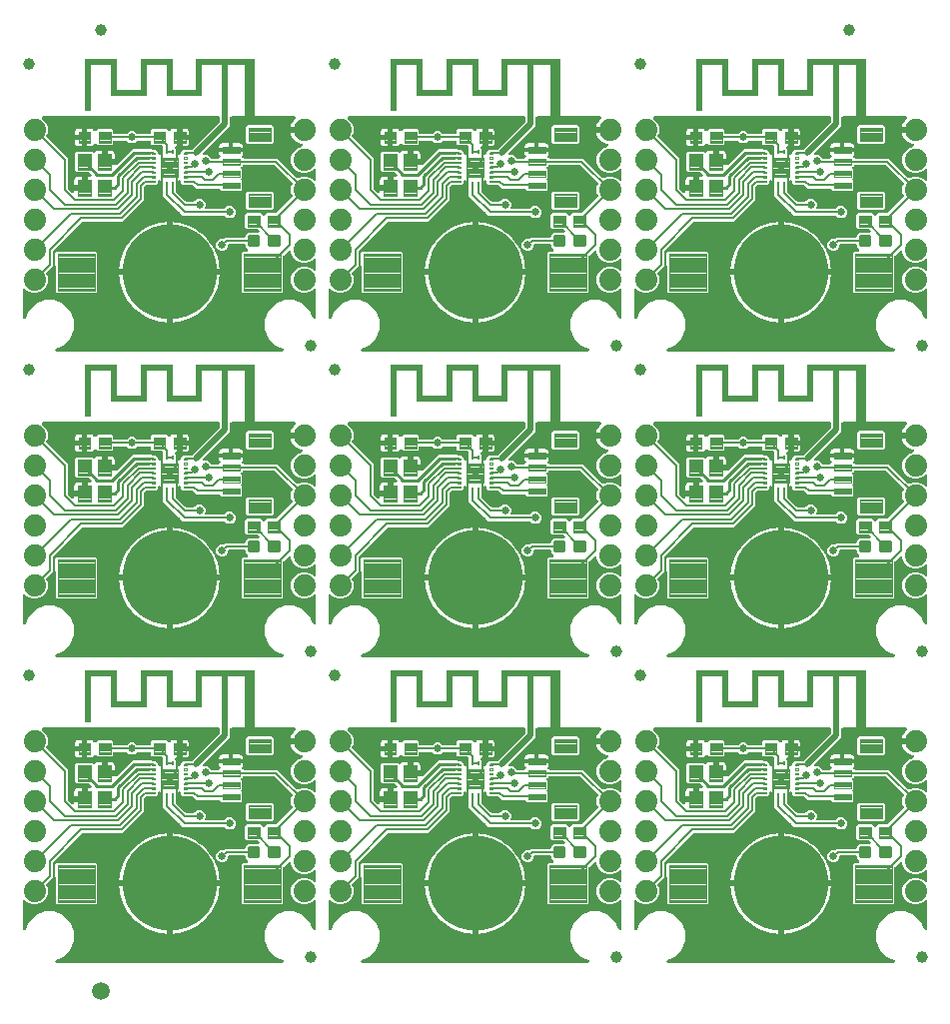
<source format=gtl>
G04 EAGLE Gerber RS-274X export*
G75*
%MOMM*%
%FSLAX34Y34*%
%LPD*%
%INTop Copper*%
%IPPOS*%
%AMOC8*
5,1,8,0,0,1.08239X$1,22.5*%
G01*
%ADD10C,0.100000*%
%ADD11C,0.102000*%
%ADD12C,0.105000*%
%ADD13C,0.096000*%
%ADD14C,1.879600*%
%ADD15C,8.000000*%
%ADD16C,0.095250*%
%ADD17C,1.000000*%
%ADD18C,0.300000*%
%ADD19C,1.500000*%
%ADD20C,0.203200*%
%ADD21C,0.660400*%
%ADD22C,0.508000*%
%ADD23C,0.254000*%

G36*
X222434Y2803D02*
X222434Y2803D01*
X222504Y2802D01*
X222591Y2823D01*
X222680Y2835D01*
X222745Y2860D01*
X222813Y2877D01*
X222893Y2919D01*
X222976Y2952D01*
X223033Y2993D01*
X223094Y3025D01*
X223161Y3086D01*
X223234Y3138D01*
X223278Y3192D01*
X223330Y3239D01*
X223379Y3314D01*
X223436Y3383D01*
X223466Y3447D01*
X223504Y3505D01*
X223534Y3590D01*
X223572Y3671D01*
X223585Y3740D01*
X223608Y3806D01*
X223615Y3895D01*
X223632Y3983D01*
X223627Y4053D01*
X223633Y4123D01*
X223617Y4211D01*
X223612Y4301D01*
X223590Y4367D01*
X223578Y4436D01*
X223542Y4518D01*
X223514Y4603D01*
X223477Y4662D01*
X223448Y4726D01*
X223392Y4796D01*
X223344Y4872D01*
X223293Y4920D01*
X223249Y4974D01*
X223177Y5029D01*
X223112Y5090D01*
X223051Y5124D01*
X222995Y5166D01*
X222851Y5237D01*
X216801Y7742D01*
X210942Y13601D01*
X207771Y21257D01*
X207771Y29543D01*
X210942Y37198D01*
X216801Y43058D01*
X224457Y46229D01*
X232743Y46229D01*
X240399Y43058D01*
X246258Y37199D01*
X248763Y31149D01*
X248798Y31089D01*
X248824Y31024D01*
X248876Y30951D01*
X248921Y30873D01*
X248970Y30823D01*
X249010Y30766D01*
X249080Y30709D01*
X249142Y30645D01*
X249202Y30608D01*
X249255Y30564D01*
X249337Y30525D01*
X249413Y30478D01*
X249480Y30458D01*
X249543Y30428D01*
X249631Y30411D01*
X249717Y30385D01*
X249787Y30381D01*
X249856Y30368D01*
X249945Y30374D01*
X250035Y30370D01*
X250103Y30384D01*
X250173Y30388D01*
X250258Y30416D01*
X250346Y30434D01*
X250409Y30465D01*
X250475Y30486D01*
X250551Y30534D01*
X250632Y30574D01*
X250685Y30619D01*
X250744Y30656D01*
X250806Y30722D01*
X250874Y30780D01*
X250914Y30837D01*
X250962Y30888D01*
X251005Y30967D01*
X251057Y31040D01*
X251082Y31105D01*
X251116Y31166D01*
X251138Y31253D01*
X251170Y31337D01*
X251178Y31407D01*
X251195Y31474D01*
X251205Y31635D01*
X251205Y54535D01*
X251188Y54673D01*
X251175Y54811D01*
X251168Y54830D01*
X251165Y54850D01*
X251114Y54980D01*
X251067Y55110D01*
X251056Y55127D01*
X251048Y55146D01*
X250967Y55258D01*
X250889Y55374D01*
X250873Y55387D01*
X250862Y55403D01*
X250754Y55492D01*
X250650Y55584D01*
X250632Y55593D01*
X250617Y55606D01*
X250491Y55665D01*
X250367Y55729D01*
X250347Y55733D01*
X250329Y55742D01*
X250192Y55768D01*
X250057Y55798D01*
X250036Y55798D01*
X250017Y55801D01*
X249878Y55793D01*
X249739Y55789D01*
X249719Y55783D01*
X249699Y55782D01*
X249567Y55739D01*
X249433Y55700D01*
X249416Y55690D01*
X249397Y55684D01*
X249279Y55609D01*
X249159Y55539D01*
X249138Y55520D01*
X249128Y55514D01*
X249114Y55499D01*
X249039Y55432D01*
X247631Y54025D01*
X243523Y52323D01*
X239077Y52323D01*
X234969Y54025D01*
X231825Y57169D01*
X230123Y61277D01*
X230123Y65723D01*
X231825Y69831D01*
X234969Y72975D01*
X239077Y74677D01*
X243523Y74677D01*
X247631Y72975D01*
X249039Y71568D01*
X249148Y71482D01*
X249255Y71394D01*
X249274Y71385D01*
X249290Y71373D01*
X249418Y71317D01*
X249543Y71258D01*
X249563Y71255D01*
X249582Y71246D01*
X249720Y71225D01*
X249856Y71199D01*
X249876Y71200D01*
X249896Y71197D01*
X250035Y71210D01*
X250173Y71218D01*
X250192Y71225D01*
X250212Y71226D01*
X250344Y71274D01*
X250475Y71316D01*
X250493Y71327D01*
X250512Y71334D01*
X250627Y71412D01*
X250744Y71486D01*
X250758Y71501D01*
X250775Y71513D01*
X250867Y71617D01*
X250962Y71718D01*
X250972Y71736D01*
X250985Y71751D01*
X251049Y71875D01*
X251116Y71997D01*
X251121Y72016D01*
X251130Y72034D01*
X251160Y72170D01*
X251195Y72305D01*
X251197Y72333D01*
X251200Y72345D01*
X251199Y72365D01*
X251205Y72465D01*
X251205Y79935D01*
X251188Y80073D01*
X251175Y80211D01*
X251168Y80230D01*
X251165Y80250D01*
X251114Y80379D01*
X251067Y80510D01*
X251056Y80527D01*
X251048Y80546D01*
X250967Y80658D01*
X250889Y80774D01*
X250873Y80787D01*
X250862Y80803D01*
X250754Y80892D01*
X250650Y80984D01*
X250632Y80993D01*
X250617Y81006D01*
X250491Y81065D01*
X250367Y81129D01*
X250347Y81133D01*
X250329Y81142D01*
X250192Y81168D01*
X250057Y81198D01*
X250036Y81198D01*
X250017Y81201D01*
X249878Y81193D01*
X249739Y81189D01*
X249719Y81183D01*
X249699Y81182D01*
X249567Y81139D01*
X249433Y81100D01*
X249416Y81090D01*
X249397Y81084D01*
X249279Y81009D01*
X249159Y80939D01*
X249138Y80920D01*
X249128Y80914D01*
X249114Y80899D01*
X249039Y80832D01*
X247631Y79425D01*
X243523Y77723D01*
X239077Y77723D01*
X234969Y79425D01*
X231825Y82569D01*
X230123Y86677D01*
X230123Y87217D01*
X230106Y87354D01*
X230093Y87493D01*
X230086Y87512D01*
X230083Y87532D01*
X230032Y87661D01*
X229985Y87792D01*
X229974Y87809D01*
X229966Y87828D01*
X229885Y87940D01*
X229807Y88055D01*
X229791Y88069D01*
X229780Y88085D01*
X229672Y88174D01*
X229568Y88266D01*
X229550Y88275D01*
X229535Y88288D01*
X229409Y88347D01*
X229285Y88411D01*
X229265Y88415D01*
X229247Y88424D01*
X229111Y88450D01*
X228975Y88480D01*
X228954Y88480D01*
X228935Y88483D01*
X228796Y88475D01*
X228657Y88471D01*
X228637Y88465D01*
X228617Y88464D01*
X228485Y88421D01*
X228351Y88382D01*
X228334Y88372D01*
X228315Y88366D01*
X228197Y88291D01*
X228077Y88221D01*
X228056Y88202D01*
X228046Y88195D01*
X228032Y88180D01*
X227957Y88114D01*
X223765Y83923D01*
X223705Y83845D01*
X223637Y83773D01*
X223608Y83720D01*
X223571Y83672D01*
X223531Y83581D01*
X223483Y83494D01*
X223468Y83436D01*
X223444Y83380D01*
X223429Y83282D01*
X223404Y83186D01*
X223398Y83086D01*
X223394Y83066D01*
X223396Y83054D01*
X223394Y83026D01*
X223394Y53517D01*
X222073Y52196D01*
X189407Y52196D01*
X188086Y53517D01*
X188086Y86183D01*
X189407Y87504D01*
X192555Y87504D01*
X192693Y87521D01*
X192832Y87534D01*
X192851Y87541D01*
X192871Y87544D01*
X193000Y87595D01*
X193131Y87642D01*
X193148Y87653D01*
X193166Y87661D01*
X193279Y87742D01*
X193394Y87820D01*
X193407Y87836D01*
X193424Y87847D01*
X193513Y87955D01*
X193604Y88059D01*
X193614Y88077D01*
X193627Y88092D01*
X193686Y88218D01*
X193749Y88342D01*
X193753Y88362D01*
X193762Y88380D01*
X193788Y88516D01*
X193819Y88652D01*
X193818Y88673D01*
X193822Y88692D01*
X193813Y88831D01*
X193809Y88970D01*
X193803Y88990D01*
X193802Y89010D01*
X193759Y89142D01*
X193721Y89276D01*
X193710Y89293D01*
X193704Y89312D01*
X193630Y89430D01*
X193559Y89550D01*
X193541Y89571D01*
X193534Y89581D01*
X193519Y89595D01*
X193453Y89670D01*
X191461Y91662D01*
X191461Y92456D01*
X191446Y92574D01*
X191439Y92693D01*
X191426Y92731D01*
X191421Y92772D01*
X191378Y92882D01*
X191341Y92995D01*
X191319Y93030D01*
X191304Y93067D01*
X191235Y93163D01*
X191171Y93264D01*
X191141Y93292D01*
X191118Y93325D01*
X191026Y93401D01*
X190939Y93482D01*
X190904Y93502D01*
X190873Y93527D01*
X190765Y93578D01*
X190661Y93636D01*
X190621Y93646D01*
X190585Y93663D01*
X190468Y93685D01*
X190353Y93715D01*
X190293Y93719D01*
X190273Y93723D01*
X190252Y93721D01*
X190192Y93725D01*
X177926Y93725D01*
X177808Y93710D01*
X177689Y93703D01*
X177651Y93690D01*
X177611Y93685D01*
X177500Y93642D01*
X177387Y93605D01*
X177353Y93583D01*
X177315Y93568D01*
X177219Y93499D01*
X177118Y93435D01*
X177091Y93405D01*
X177058Y93382D01*
X176982Y93290D01*
X176900Y93203D01*
X176881Y93168D01*
X176855Y93137D01*
X176804Y93029D01*
X176747Y92925D01*
X176737Y92885D01*
X176719Y92849D01*
X176697Y92732D01*
X176667Y92617D01*
X176664Y92557D01*
X176660Y92537D01*
X176661Y92516D01*
X176657Y92456D01*
X176657Y91826D01*
X175884Y89958D01*
X174454Y88529D01*
X172587Y87756D01*
X170566Y87756D01*
X168698Y88529D01*
X167286Y89941D01*
X167209Y90001D01*
X167139Y90068D01*
X167084Y90098D01*
X167035Y90136D01*
X166946Y90175D01*
X166922Y90188D01*
X166929Y90249D01*
X166948Y90330D01*
X166946Y90407D01*
X166955Y90483D01*
X166943Y90565D01*
X166942Y90648D01*
X166921Y90722D01*
X166910Y90798D01*
X166858Y90950D01*
X166496Y91826D01*
X166496Y93847D01*
X167269Y95714D01*
X168698Y97144D01*
X170566Y97917D01*
X172179Y97917D01*
X172277Y97930D01*
X172376Y97933D01*
X172434Y97949D01*
X172495Y97957D01*
X172587Y97993D01*
X172682Y98021D01*
X172734Y98052D01*
X172790Y98074D01*
X172870Y98132D01*
X172956Y98182D01*
X173031Y98249D01*
X173048Y98261D01*
X173055Y98270D01*
X173077Y98289D01*
X174102Y99315D01*
X190192Y99315D01*
X190310Y99330D01*
X190429Y99337D01*
X190467Y99350D01*
X190508Y99355D01*
X190618Y99398D01*
X190731Y99435D01*
X190766Y99457D01*
X190803Y99472D01*
X190899Y99541D01*
X191000Y99605D01*
X191028Y99635D01*
X191061Y99658D01*
X191137Y99750D01*
X191218Y99837D01*
X191238Y99872D01*
X191263Y99903D01*
X191314Y100011D01*
X191372Y100115D01*
X191382Y100155D01*
X191399Y100191D01*
X191421Y100308D01*
X191451Y100423D01*
X191455Y100483D01*
X191459Y100503D01*
X191457Y100524D01*
X191461Y100584D01*
X191461Y101378D01*
X193382Y103299D01*
X201985Y103299D01*
X202123Y103316D01*
X202261Y103329D01*
X202280Y103336D01*
X202300Y103339D01*
X202430Y103390D01*
X202560Y103437D01*
X202577Y103448D01*
X202596Y103456D01*
X202708Y103537D01*
X202824Y103615D01*
X202837Y103631D01*
X202853Y103642D01*
X202942Y103749D01*
X203034Y103854D01*
X203043Y103872D01*
X203056Y103887D01*
X203115Y104013D01*
X203179Y104137D01*
X203183Y104157D01*
X203192Y104175D01*
X203218Y104311D01*
X203248Y104447D01*
X203248Y104468D01*
X203251Y104487D01*
X203243Y104626D01*
X203239Y104765D01*
X203233Y104785D01*
X203232Y104805D01*
X203189Y104937D01*
X203150Y105071D01*
X203140Y105088D01*
X203134Y105107D01*
X203059Y105225D01*
X202989Y105345D01*
X202970Y105366D01*
X202963Y105376D01*
X202949Y105390D01*
X202882Y105466D01*
X202468Y105880D01*
X202390Y105940D01*
X202318Y106008D01*
X202265Y106037D01*
X202217Y106074D01*
X202126Y106114D01*
X202039Y106162D01*
X201981Y106177D01*
X201925Y106201D01*
X201827Y106216D01*
X201731Y106241D01*
X201631Y106247D01*
X201611Y106251D01*
X201599Y106249D01*
X201571Y106251D01*
X192566Y106251D01*
X191231Y107586D01*
X191231Y118474D01*
X192566Y119809D01*
X204454Y119809D01*
X206112Y118150D01*
X206207Y118077D01*
X206296Y117998D01*
X206332Y117980D01*
X206364Y117955D01*
X206473Y117908D01*
X206579Y117854D01*
X206618Y117845D01*
X206656Y117829D01*
X206773Y117810D01*
X206889Y117784D01*
X206930Y117785D01*
X206970Y117779D01*
X207088Y117790D01*
X207207Y117794D01*
X207246Y117805D01*
X207286Y117809D01*
X207399Y117849D01*
X207513Y117882D01*
X207547Y117903D01*
X207586Y117916D01*
X207684Y117983D01*
X207787Y118044D01*
X207832Y118084D01*
X207849Y118095D01*
X207862Y118110D01*
X207907Y118150D01*
X209566Y119809D01*
X216931Y119809D01*
X217029Y119821D01*
X217128Y119824D01*
X217186Y119841D01*
X217246Y119849D01*
X217338Y119885D01*
X217433Y119913D01*
X217486Y119943D01*
X217542Y119966D01*
X217622Y120024D01*
X217707Y120074D01*
X217783Y120140D01*
X217799Y120152D01*
X217807Y120162D01*
X217828Y120180D01*
X230988Y133341D01*
X231007Y133364D01*
X231029Y133383D01*
X231104Y133489D01*
X231183Y133592D01*
X231195Y133619D01*
X231212Y133643D01*
X231258Y133764D01*
X231310Y133884D01*
X231314Y133913D01*
X231325Y133941D01*
X231339Y134070D01*
X231360Y134198D01*
X231357Y134227D01*
X231360Y134257D01*
X231342Y134385D01*
X231330Y134515D01*
X231320Y134542D01*
X231316Y134572D01*
X231264Y134724D01*
X230123Y137477D01*
X230123Y141923D01*
X231264Y144676D01*
X231271Y144705D01*
X231285Y144731D01*
X231313Y144858D01*
X231347Y144983D01*
X231348Y145012D01*
X231354Y145041D01*
X231350Y145171D01*
X231353Y145301D01*
X231346Y145329D01*
X231345Y145359D01*
X231309Y145484D01*
X231278Y145610D01*
X231265Y145636D01*
X231256Y145664D01*
X231191Y145776D01*
X231130Y145891D01*
X231110Y145913D01*
X231095Y145938D01*
X230988Y146059D01*
X216684Y160364D01*
X216606Y160424D01*
X216534Y160492D01*
X216481Y160521D01*
X216433Y160558D01*
X216342Y160598D01*
X216255Y160646D01*
X216197Y160661D01*
X216141Y160685D01*
X216043Y160700D01*
X215947Y160725D01*
X215847Y160731D01*
X215827Y160735D01*
X215815Y160733D01*
X215787Y160735D01*
X189898Y160735D01*
X189800Y160723D01*
X189701Y160720D01*
X189642Y160703D01*
X189582Y160695D01*
X189490Y160659D01*
X189395Y160631D01*
X189343Y160601D01*
X189287Y160578D01*
X189206Y160520D01*
X189121Y160470D01*
X189046Y160404D01*
X189029Y160392D01*
X189021Y160382D01*
X189000Y160364D01*
X188064Y159428D01*
X187991Y159333D01*
X187912Y159244D01*
X187894Y159208D01*
X187869Y159176D01*
X187822Y159067D01*
X187768Y158961D01*
X187759Y158922D01*
X187743Y158884D01*
X187724Y158767D01*
X187698Y158651D01*
X187699Y158610D01*
X187693Y158570D01*
X187704Y158451D01*
X187708Y158333D01*
X187719Y158294D01*
X187723Y158254D01*
X187763Y158141D01*
X187796Y158027D01*
X187817Y157993D01*
X187831Y157954D01*
X187897Y157856D01*
X187958Y157753D01*
X187998Y157708D01*
X188009Y157691D01*
X188024Y157678D01*
X188064Y157633D01*
X188729Y156968D01*
X188729Y150092D01*
X188064Y149428D01*
X187991Y149334D01*
X187912Y149244D01*
X187894Y149208D01*
X187869Y149176D01*
X187822Y149067D01*
X187768Y148961D01*
X187759Y148922D01*
X187743Y148884D01*
X187724Y148767D01*
X187698Y148651D01*
X187699Y148610D01*
X187693Y148570D01*
X187704Y148452D01*
X187708Y148333D01*
X187719Y148294D01*
X187723Y148254D01*
X187763Y148141D01*
X187796Y148027D01*
X187817Y147993D01*
X187831Y147954D01*
X187897Y147856D01*
X187958Y147753D01*
X187998Y147708D01*
X188009Y147691D01*
X188024Y147678D01*
X188064Y147633D01*
X188729Y146968D01*
X188729Y140092D01*
X187388Y138751D01*
X171012Y138751D01*
X169400Y140364D01*
X169321Y140424D01*
X169249Y140492D01*
X169196Y140521D01*
X169148Y140558D01*
X169058Y140598D01*
X168971Y140646D01*
X168912Y140661D01*
X168857Y140685D01*
X168759Y140700D01*
X168663Y140725D01*
X168563Y140731D01*
X168543Y140735D01*
X168530Y140733D01*
X168502Y140735D01*
X149932Y140735D01*
X147084Y143584D01*
X147006Y143644D01*
X146934Y143712D01*
X146881Y143741D01*
X146833Y143778D01*
X146742Y143818D01*
X146655Y143866D01*
X146597Y143881D01*
X146541Y143905D01*
X146443Y143920D01*
X146347Y143945D01*
X146247Y143951D01*
X146227Y143955D01*
X146215Y143953D01*
X146187Y143955D01*
X138734Y143955D01*
X138711Y143961D01*
X138611Y143967D01*
X138591Y143971D01*
X138579Y143969D01*
X138551Y143971D01*
X138062Y143971D01*
X136721Y145312D01*
X136721Y146683D01*
X136706Y146808D01*
X136696Y146933D01*
X136686Y146965D01*
X136681Y146998D01*
X136635Y147115D01*
X136595Y147234D01*
X136577Y147263D01*
X136564Y147294D01*
X136490Y147396D01*
X136422Y147501D01*
X136397Y147524D01*
X136378Y147551D01*
X136281Y147632D01*
X136188Y147717D01*
X136159Y147733D01*
X136133Y147754D01*
X136019Y147808D01*
X135908Y147867D01*
X135875Y147875D01*
X135845Y147890D01*
X135721Y147913D01*
X135599Y147944D01*
X135566Y147943D01*
X135533Y147950D01*
X135407Y147942D01*
X135281Y147941D01*
X135233Y147931D01*
X135215Y147930D01*
X135195Y147923D01*
X135124Y147909D01*
X134379Y147709D01*
X133564Y147709D01*
X133446Y147694D01*
X133327Y147687D01*
X133289Y147674D01*
X133248Y147669D01*
X133138Y147626D01*
X133025Y147589D01*
X132990Y147567D01*
X132953Y147552D01*
X132857Y147483D01*
X132756Y147419D01*
X132728Y147389D01*
X132695Y147366D01*
X132619Y147274D01*
X132538Y147187D01*
X132518Y147152D01*
X132493Y147121D01*
X132442Y147013D01*
X132384Y146909D01*
X132374Y146869D01*
X132357Y146833D01*
X132335Y146716D01*
X132305Y146601D01*
X132301Y146541D01*
X132297Y146521D01*
X132299Y146500D01*
X132295Y146440D01*
X132295Y138883D01*
X132307Y138785D01*
X132310Y138686D01*
X132327Y138628D01*
X132335Y138568D01*
X132371Y138476D01*
X132399Y138381D01*
X132429Y138328D01*
X132452Y138272D01*
X132510Y138192D01*
X132560Y138107D01*
X132626Y138031D01*
X132638Y138015D01*
X132648Y138007D01*
X132666Y137986D01*
X140486Y130166D01*
X140564Y130106D01*
X140636Y130038D01*
X140689Y130009D01*
X140737Y129972D01*
X140828Y129932D01*
X140915Y129884D01*
X140973Y129869D01*
X141029Y129845D01*
X141127Y129830D01*
X141223Y129805D01*
X141323Y129799D01*
X141343Y129795D01*
X141355Y129797D01*
X141383Y129795D01*
X147484Y129795D01*
X147582Y129807D01*
X147681Y129810D01*
X147739Y129827D01*
X147799Y129835D01*
X147891Y129871D01*
X147986Y129899D01*
X148039Y129929D01*
X148095Y129952D01*
X148175Y130010D01*
X148260Y130060D01*
X148336Y130126D01*
X148352Y130138D01*
X148360Y130148D01*
X148381Y130166D01*
X149522Y131307D01*
X151389Y132081D01*
X153411Y132081D01*
X155278Y131307D01*
X156707Y129878D01*
X157481Y128011D01*
X157481Y125989D01*
X157154Y125200D01*
X157140Y125152D01*
X157119Y125107D01*
X157099Y124999D01*
X157070Y124893D01*
X157069Y124843D01*
X157060Y124794D01*
X157066Y124685D01*
X157065Y124575D01*
X157076Y124527D01*
X157079Y124477D01*
X157113Y124373D01*
X157139Y124266D01*
X157162Y124222D01*
X157177Y124175D01*
X157236Y124082D01*
X157288Y123985D01*
X157321Y123948D01*
X157348Y123906D01*
X157428Y123831D01*
X157501Y123749D01*
X157543Y123722D01*
X157579Y123688D01*
X157675Y123635D01*
X157767Y123575D01*
X157814Y123558D01*
X157858Y123534D01*
X157964Y123507D01*
X158068Y123471D01*
X158118Y123467D01*
X158166Y123455D01*
X158326Y123445D01*
X172884Y123445D01*
X172982Y123457D01*
X173081Y123460D01*
X173139Y123477D01*
X173199Y123485D01*
X173291Y123521D01*
X173386Y123549D01*
X173439Y123579D01*
X173495Y123602D01*
X173575Y123660D01*
X173660Y123710D01*
X173736Y123776D01*
X173752Y123788D01*
X173760Y123798D01*
X173781Y123816D01*
X174922Y124957D01*
X176789Y125731D01*
X178811Y125731D01*
X180678Y124957D01*
X182107Y123528D01*
X182881Y121661D01*
X182881Y119639D01*
X182107Y117772D01*
X180678Y116343D01*
X178811Y115569D01*
X176789Y115569D01*
X174922Y116343D01*
X173781Y117484D01*
X173703Y117544D01*
X173631Y117612D01*
X173578Y117641D01*
X173530Y117678D01*
X173439Y117718D01*
X173352Y117766D01*
X173294Y117781D01*
X173238Y117805D01*
X173140Y117820D01*
X173044Y117845D01*
X172944Y117851D01*
X172924Y117855D01*
X172912Y117853D01*
X172884Y117855D01*
X138542Y117855D01*
X121705Y134692D01*
X121705Y146440D01*
X121690Y146558D01*
X121683Y146677D01*
X121670Y146715D01*
X121665Y146756D01*
X121622Y146866D01*
X121585Y146979D01*
X121563Y147014D01*
X121548Y147051D01*
X121479Y147147D01*
X121415Y147248D01*
X121385Y147276D01*
X121362Y147309D01*
X121270Y147385D01*
X121183Y147466D01*
X121148Y147486D01*
X121117Y147511D01*
X121009Y147562D01*
X120905Y147620D01*
X120865Y147630D01*
X120829Y147647D01*
X120712Y147669D01*
X120597Y147699D01*
X120537Y147703D01*
X120517Y147707D01*
X120496Y147705D01*
X120436Y147709D01*
X119621Y147709D01*
X118876Y147909D01*
X118752Y147926D01*
X118628Y147950D01*
X118595Y147947D01*
X118561Y147952D01*
X118436Y147938D01*
X118311Y147930D01*
X118279Y147919D01*
X118245Y147916D01*
X118128Y147870D01*
X118009Y147832D01*
X117980Y147814D01*
X117949Y147802D01*
X117846Y147729D01*
X117740Y147662D01*
X117717Y147637D01*
X117689Y147618D01*
X117608Y147522D01*
X117522Y147430D01*
X117506Y147400D01*
X117484Y147375D01*
X117429Y147261D01*
X117368Y147151D01*
X117360Y147119D01*
X117345Y147088D01*
X117320Y146965D01*
X117289Y146844D01*
X117286Y146795D01*
X117282Y146777D01*
X117283Y146755D01*
X117279Y146683D01*
X117279Y145312D01*
X115938Y143971D01*
X115449Y143971D01*
X115351Y143959D01*
X115252Y143956D01*
X115250Y143955D01*
X108064Y143955D01*
X107966Y143943D01*
X107867Y143940D01*
X107809Y143923D01*
X107749Y143915D01*
X107657Y143879D01*
X107562Y143851D01*
X107509Y143821D01*
X107453Y143798D01*
X107373Y143740D01*
X107288Y143690D01*
X107212Y143624D01*
X107196Y143612D01*
X107188Y143602D01*
X107167Y143584D01*
X106036Y142453D01*
X105976Y142375D01*
X105908Y142303D01*
X105879Y142250D01*
X105842Y142202D01*
X105802Y142111D01*
X105754Y142024D01*
X105739Y141966D01*
X105715Y141910D01*
X105700Y141812D01*
X105675Y141716D01*
X105669Y141616D01*
X105665Y141596D01*
X105667Y141584D01*
X105665Y141556D01*
X105665Y130960D01*
X103656Y128951D01*
X89489Y114784D01*
X87480Y112775D01*
X53753Y112775D01*
X53655Y112763D01*
X53556Y112760D01*
X53498Y112743D01*
X53438Y112735D01*
X53346Y112699D01*
X53251Y112671D01*
X53198Y112641D01*
X53142Y112618D01*
X53062Y112560D01*
X52977Y112510D01*
X52901Y112444D01*
X52885Y112432D01*
X52877Y112422D01*
X52856Y112404D01*
X28566Y88114D01*
X28506Y88036D01*
X28438Y87964D01*
X28409Y87911D01*
X28372Y87863D01*
X28332Y87772D01*
X28284Y87685D01*
X28269Y87627D01*
X28245Y87571D01*
X28230Y87473D01*
X28205Y87377D01*
X28199Y87277D01*
X28195Y87257D01*
X28197Y87245D01*
X28195Y87217D01*
X28195Y86835D01*
X28212Y86698D01*
X28225Y86559D01*
X28232Y86540D01*
X28235Y86520D01*
X28286Y86391D01*
X28333Y86260D01*
X28344Y86243D01*
X28352Y86224D01*
X28433Y86112D01*
X28511Y85997D01*
X28527Y85983D01*
X28538Y85967D01*
X28646Y85878D01*
X28750Y85786D01*
X28768Y85777D01*
X28783Y85764D01*
X28909Y85705D01*
X29033Y85642D01*
X29053Y85637D01*
X29071Y85629D01*
X29208Y85602D01*
X29343Y85572D01*
X29364Y85573D01*
X29383Y85569D01*
X29522Y85577D01*
X29661Y85582D01*
X29681Y85587D01*
X29701Y85589D01*
X29833Y85631D01*
X29967Y85670D01*
X29984Y85680D01*
X30003Y85687D01*
X30121Y85761D01*
X30241Y85832D01*
X30262Y85850D01*
X30272Y85857D01*
X30286Y85872D01*
X30361Y85938D01*
X31927Y87504D01*
X64593Y87504D01*
X65914Y86183D01*
X65914Y53517D01*
X64593Y52196D01*
X31927Y52196D01*
X30606Y53517D01*
X30606Y74390D01*
X30589Y74527D01*
X30576Y74666D01*
X30569Y74685D01*
X30566Y74705D01*
X30515Y74834D01*
X30468Y74965D01*
X30457Y74982D01*
X30449Y75001D01*
X30368Y75113D01*
X30290Y75228D01*
X30274Y75242D01*
X30263Y75258D01*
X30155Y75347D01*
X30051Y75439D01*
X30033Y75448D01*
X30018Y75461D01*
X29892Y75520D01*
X29768Y75584D01*
X29748Y75588D01*
X29730Y75597D01*
X29594Y75623D01*
X29458Y75653D01*
X29437Y75653D01*
X29418Y75656D01*
X29279Y75648D01*
X29140Y75644D01*
X29120Y75638D01*
X29100Y75637D01*
X28968Y75594D01*
X28834Y75555D01*
X28817Y75545D01*
X28798Y75539D01*
X28680Y75464D01*
X28560Y75394D01*
X28539Y75375D01*
X28529Y75368D01*
X28515Y75354D01*
X28440Y75287D01*
X23012Y69859D01*
X22993Y69836D01*
X22971Y69817D01*
X22896Y69711D01*
X22817Y69608D01*
X22805Y69581D01*
X22788Y69557D01*
X22742Y69435D01*
X22690Y69316D01*
X22686Y69287D01*
X22675Y69259D01*
X22661Y69130D01*
X22640Y69002D01*
X22643Y68973D01*
X22640Y68943D01*
X22658Y68815D01*
X22670Y68685D01*
X22680Y68658D01*
X22684Y68628D01*
X22736Y68476D01*
X23877Y65723D01*
X23877Y61277D01*
X22175Y57169D01*
X19031Y54025D01*
X14923Y52323D01*
X10477Y52323D01*
X6369Y54025D01*
X4961Y55432D01*
X4852Y55518D01*
X4745Y55606D01*
X4726Y55615D01*
X4710Y55627D01*
X4582Y55683D01*
X4457Y55742D01*
X4437Y55745D01*
X4418Y55754D01*
X4280Y55775D01*
X4144Y55801D01*
X4124Y55800D01*
X4104Y55803D01*
X3965Y55790D01*
X3827Y55782D01*
X3808Y55775D01*
X3788Y55774D01*
X3656Y55726D01*
X3525Y55684D01*
X3507Y55673D01*
X3488Y55666D01*
X3373Y55588D01*
X3256Y55514D01*
X3242Y55499D01*
X3225Y55487D01*
X3133Y55383D01*
X3038Y55282D01*
X3028Y55264D01*
X3015Y55249D01*
X2951Y55125D01*
X2884Y55003D01*
X2879Y54984D01*
X2870Y54966D01*
X2840Y54830D01*
X2805Y54695D01*
X2803Y54667D01*
X2800Y54655D01*
X2801Y54635D01*
X2795Y54535D01*
X2795Y31635D01*
X2803Y31566D01*
X2802Y31496D01*
X2823Y31409D01*
X2835Y31320D01*
X2860Y31255D01*
X2877Y31187D01*
X2919Y31107D01*
X2952Y31024D01*
X2993Y30967D01*
X3025Y30906D01*
X3086Y30839D01*
X3138Y30766D01*
X3192Y30722D01*
X3239Y30670D01*
X3314Y30621D01*
X3383Y30564D01*
X3447Y30534D01*
X3505Y30496D01*
X3590Y30466D01*
X3671Y30428D01*
X3740Y30415D01*
X3806Y30392D01*
X3895Y30385D01*
X3983Y30368D01*
X4053Y30373D01*
X4123Y30367D01*
X4211Y30383D01*
X4301Y30388D01*
X4367Y30410D01*
X4436Y30422D01*
X4518Y30458D01*
X4603Y30486D01*
X4662Y30523D01*
X4726Y30552D01*
X4796Y30608D01*
X4872Y30656D01*
X4920Y30707D01*
X4974Y30751D01*
X5029Y30823D01*
X5090Y30888D01*
X5124Y30949D01*
X5166Y31005D01*
X5237Y31149D01*
X7742Y37199D01*
X13601Y43058D01*
X21257Y46229D01*
X29543Y46229D01*
X37199Y43058D01*
X43058Y37199D01*
X46229Y29543D01*
X46229Y21257D01*
X43058Y13601D01*
X37199Y7742D01*
X31149Y5237D01*
X31089Y5202D01*
X31024Y5176D01*
X30951Y5124D01*
X30873Y5079D01*
X30823Y5030D01*
X30766Y4990D01*
X30709Y4920D01*
X30645Y4858D01*
X30608Y4798D01*
X30564Y4745D01*
X30525Y4663D01*
X30478Y4587D01*
X30458Y4520D01*
X30428Y4457D01*
X30411Y4369D01*
X30385Y4283D01*
X30381Y4213D01*
X30368Y4144D01*
X30374Y4055D01*
X30370Y3965D01*
X30384Y3897D01*
X30388Y3827D01*
X30416Y3742D01*
X30434Y3654D01*
X30465Y3591D01*
X30486Y3525D01*
X30534Y3449D01*
X30574Y3368D01*
X30619Y3315D01*
X30656Y3256D01*
X30722Y3194D01*
X30780Y3126D01*
X30837Y3086D01*
X30888Y3038D01*
X30967Y2995D01*
X31040Y2943D01*
X31105Y2918D01*
X31166Y2884D01*
X31253Y2862D01*
X31337Y2830D01*
X31407Y2822D01*
X31474Y2805D01*
X31635Y2795D01*
X222365Y2795D01*
X222434Y2803D01*
G37*
G36*
X481514Y520963D02*
X481514Y520963D01*
X481584Y520962D01*
X481671Y520983D01*
X481760Y520995D01*
X481825Y521020D01*
X481893Y521037D01*
X481973Y521079D01*
X482056Y521112D01*
X482113Y521153D01*
X482174Y521185D01*
X482241Y521246D01*
X482313Y521298D01*
X482358Y521352D01*
X482410Y521399D01*
X482459Y521474D01*
X482516Y521543D01*
X482546Y521607D01*
X482584Y521665D01*
X482614Y521750D01*
X482652Y521831D01*
X482665Y521900D01*
X482688Y521966D01*
X482695Y522055D01*
X482712Y522143D01*
X482707Y522213D01*
X482713Y522283D01*
X482697Y522371D01*
X482692Y522461D01*
X482670Y522527D01*
X482658Y522596D01*
X482621Y522678D01*
X482594Y522763D01*
X482556Y522822D01*
X482528Y522886D01*
X482472Y522956D01*
X482424Y523032D01*
X482373Y523080D01*
X482329Y523134D01*
X482257Y523189D01*
X482192Y523250D01*
X482131Y523284D01*
X482075Y523326D01*
X481931Y523397D01*
X475881Y525902D01*
X470022Y531761D01*
X466851Y539417D01*
X466851Y547703D01*
X470022Y555359D01*
X475881Y561218D01*
X483537Y564389D01*
X491823Y564389D01*
X499478Y561218D01*
X505338Y555359D01*
X507843Y549309D01*
X507878Y549249D01*
X507904Y549184D01*
X507956Y549111D01*
X508001Y549033D01*
X508050Y548983D01*
X508090Y548927D01*
X508160Y548869D01*
X508222Y548805D01*
X508282Y548768D01*
X508335Y548724D01*
X508417Y548685D01*
X508493Y548638D01*
X508560Y548618D01*
X508623Y548588D01*
X508711Y548571D01*
X508797Y548545D01*
X508867Y548542D01*
X508936Y548528D01*
X509025Y548534D01*
X509115Y548530D01*
X509183Y548544D01*
X509253Y548548D01*
X509338Y548576D01*
X509426Y548594D01*
X509489Y548625D01*
X509555Y548646D01*
X509631Y548694D01*
X509712Y548734D01*
X509765Y548779D01*
X509824Y548816D01*
X509886Y548882D01*
X509954Y548940D01*
X509994Y548997D01*
X510042Y549048D01*
X510085Y549127D01*
X510137Y549200D01*
X510162Y549265D01*
X510196Y549326D01*
X510218Y549413D01*
X510250Y549497D01*
X510258Y549567D01*
X510275Y549634D01*
X510285Y549795D01*
X510285Y572695D01*
X510268Y572833D01*
X510255Y572971D01*
X510248Y572990D01*
X510245Y573010D01*
X510194Y573140D01*
X510147Y573270D01*
X510136Y573287D01*
X510128Y573306D01*
X510047Y573418D01*
X509969Y573534D01*
X509953Y573547D01*
X509942Y573563D01*
X509834Y573652D01*
X509730Y573744D01*
X509712Y573753D01*
X509697Y573766D01*
X509571Y573825D01*
X509447Y573889D01*
X509427Y573893D01*
X509409Y573902D01*
X509272Y573928D01*
X509137Y573958D01*
X509116Y573958D01*
X509097Y573961D01*
X508958Y573953D01*
X508819Y573949D01*
X508799Y573943D01*
X508779Y573942D01*
X508647Y573899D01*
X508513Y573860D01*
X508496Y573850D01*
X508477Y573844D01*
X508359Y573769D01*
X508239Y573699D01*
X508218Y573680D01*
X508208Y573674D01*
X508194Y573659D01*
X508119Y573592D01*
X506711Y572185D01*
X502603Y570483D01*
X498157Y570483D01*
X494049Y572185D01*
X490905Y575329D01*
X489203Y579437D01*
X489203Y583883D01*
X490905Y587991D01*
X494049Y591135D01*
X498157Y592837D01*
X502603Y592837D01*
X506711Y591135D01*
X508119Y589728D01*
X508228Y589642D01*
X508335Y589554D01*
X508354Y589545D01*
X508370Y589533D01*
X508498Y589477D01*
X508623Y589418D01*
X508643Y589415D01*
X508662Y589406D01*
X508800Y589385D01*
X508936Y589359D01*
X508956Y589360D01*
X508976Y589357D01*
X509115Y589370D01*
X509253Y589378D01*
X509272Y589385D01*
X509292Y589386D01*
X509424Y589434D01*
X509555Y589476D01*
X509573Y589487D01*
X509592Y589494D01*
X509707Y589572D01*
X509824Y589646D01*
X509838Y589661D01*
X509855Y589673D01*
X509947Y589777D01*
X510042Y589878D01*
X510052Y589896D01*
X510065Y589911D01*
X510129Y590035D01*
X510196Y590157D01*
X510201Y590176D01*
X510210Y590194D01*
X510240Y590330D01*
X510275Y590465D01*
X510277Y590493D01*
X510280Y590505D01*
X510279Y590525D01*
X510285Y590625D01*
X510285Y598095D01*
X510268Y598233D01*
X510255Y598371D01*
X510248Y598390D01*
X510245Y598410D01*
X510194Y598539D01*
X510147Y598670D01*
X510136Y598687D01*
X510128Y598706D01*
X510047Y598818D01*
X509969Y598934D01*
X509953Y598947D01*
X509942Y598963D01*
X509834Y599052D01*
X509730Y599144D01*
X509712Y599153D01*
X509697Y599166D01*
X509571Y599225D01*
X509447Y599289D01*
X509427Y599293D01*
X509409Y599302D01*
X509272Y599328D01*
X509137Y599358D01*
X509116Y599358D01*
X509097Y599361D01*
X508958Y599353D01*
X508819Y599349D01*
X508799Y599343D01*
X508779Y599342D01*
X508647Y599299D01*
X508513Y599260D01*
X508496Y599250D01*
X508477Y599244D01*
X508359Y599169D01*
X508239Y599099D01*
X508218Y599080D01*
X508208Y599074D01*
X508194Y599059D01*
X508119Y598992D01*
X506711Y597585D01*
X502603Y595883D01*
X498157Y595883D01*
X494049Y597585D01*
X490905Y600729D01*
X489203Y604837D01*
X489203Y605377D01*
X489186Y605514D01*
X489173Y605653D01*
X489166Y605672D01*
X489163Y605692D01*
X489112Y605821D01*
X489065Y605952D01*
X489054Y605969D01*
X489046Y605988D01*
X488965Y606100D01*
X488887Y606215D01*
X488871Y606229D01*
X488860Y606245D01*
X488752Y606334D01*
X488648Y606426D01*
X488630Y606435D01*
X488615Y606448D01*
X488489Y606507D01*
X488365Y606571D01*
X488345Y606575D01*
X488327Y606584D01*
X488191Y606610D01*
X488055Y606640D01*
X488034Y606640D01*
X488015Y606643D01*
X487876Y606635D01*
X487737Y606631D01*
X487717Y606625D01*
X487697Y606624D01*
X487565Y606581D01*
X487431Y606542D01*
X487414Y606532D01*
X487395Y606526D01*
X487277Y606451D01*
X487157Y606381D01*
X487136Y606362D01*
X487126Y606355D01*
X487112Y606340D01*
X487037Y606274D01*
X482845Y602083D01*
X482785Y602005D01*
X482717Y601933D01*
X482688Y601880D01*
X482651Y601832D01*
X482611Y601741D01*
X482563Y601654D01*
X482548Y601596D01*
X482524Y601540D01*
X482509Y601442D01*
X482484Y601346D01*
X482478Y601246D01*
X482474Y601226D01*
X482476Y601214D01*
X482474Y601186D01*
X482474Y571677D01*
X481153Y570356D01*
X448487Y570356D01*
X447166Y571677D01*
X447166Y604343D01*
X448487Y605664D01*
X451635Y605664D01*
X451773Y605681D01*
X451912Y605694D01*
X451931Y605701D01*
X451951Y605704D01*
X452080Y605755D01*
X452211Y605802D01*
X452228Y605813D01*
X452246Y605821D01*
X452359Y605902D01*
X452474Y605980D01*
X452487Y605996D01*
X452504Y606007D01*
X452593Y606115D01*
X452684Y606219D01*
X452694Y606237D01*
X452707Y606252D01*
X452766Y606378D01*
X452829Y606502D01*
X452833Y606522D01*
X452842Y606540D01*
X452868Y606676D01*
X452899Y606812D01*
X452898Y606833D01*
X452902Y606852D01*
X452893Y606991D01*
X452889Y607130D01*
X452883Y607150D01*
X452882Y607170D01*
X452839Y607302D01*
X452801Y607436D01*
X452790Y607453D01*
X452784Y607472D01*
X452710Y607590D01*
X452639Y607710D01*
X452621Y607731D01*
X452614Y607741D01*
X452599Y607755D01*
X452533Y607830D01*
X450541Y609822D01*
X450541Y610616D01*
X450526Y610734D01*
X450519Y610853D01*
X450506Y610891D01*
X450501Y610932D01*
X450458Y611042D01*
X450421Y611155D01*
X450399Y611190D01*
X450384Y611227D01*
X450315Y611323D01*
X450251Y611424D01*
X450221Y611452D01*
X450198Y611485D01*
X450106Y611561D01*
X450019Y611642D01*
X449984Y611662D01*
X449953Y611687D01*
X449845Y611738D01*
X449741Y611796D01*
X449701Y611806D01*
X449665Y611823D01*
X449548Y611845D01*
X449433Y611875D01*
X449373Y611879D01*
X449353Y611883D01*
X449332Y611881D01*
X449272Y611885D01*
X437006Y611885D01*
X436888Y611870D01*
X436769Y611863D01*
X436731Y611850D01*
X436691Y611845D01*
X436580Y611802D01*
X436467Y611765D01*
X436433Y611743D01*
X436395Y611728D01*
X436299Y611659D01*
X436198Y611595D01*
X436171Y611565D01*
X436138Y611542D01*
X436062Y611450D01*
X435980Y611363D01*
X435961Y611328D01*
X435935Y611297D01*
X435884Y611189D01*
X435827Y611085D01*
X435817Y611045D01*
X435799Y611009D01*
X435777Y610892D01*
X435747Y610777D01*
X435744Y610717D01*
X435740Y610697D01*
X435741Y610676D01*
X435737Y610616D01*
X435737Y609986D01*
X434964Y608118D01*
X433534Y606689D01*
X431667Y605916D01*
X429646Y605916D01*
X427778Y606689D01*
X426366Y608101D01*
X426289Y608161D01*
X426219Y608228D01*
X426164Y608258D01*
X426115Y608296D01*
X426026Y608335D01*
X426002Y608348D01*
X426009Y608409D01*
X426028Y608490D01*
X426026Y608566D01*
X426035Y608643D01*
X426023Y608725D01*
X426022Y608808D01*
X426001Y608882D01*
X425991Y608957D01*
X425938Y609110D01*
X425576Y609986D01*
X425576Y612007D01*
X426349Y613874D01*
X427778Y615304D01*
X429646Y616077D01*
X431259Y616077D01*
X431357Y616090D01*
X431456Y616093D01*
X431514Y616109D01*
X431575Y616117D01*
X431667Y616153D01*
X431762Y616181D01*
X431814Y616212D01*
X431870Y616234D01*
X431950Y616292D01*
X432036Y616342D01*
X432111Y616409D01*
X432128Y616421D01*
X432135Y616430D01*
X432157Y616449D01*
X433182Y617475D01*
X449272Y617475D01*
X449390Y617490D01*
X449509Y617497D01*
X449547Y617510D01*
X449588Y617515D01*
X449698Y617558D01*
X449811Y617595D01*
X449846Y617617D01*
X449883Y617632D01*
X449979Y617701D01*
X450080Y617765D01*
X450108Y617795D01*
X450141Y617818D01*
X450217Y617910D01*
X450298Y617997D01*
X450318Y618032D01*
X450343Y618063D01*
X450394Y618171D01*
X450452Y618275D01*
X450462Y618315D01*
X450479Y618351D01*
X450501Y618468D01*
X450531Y618583D01*
X450535Y618643D01*
X450539Y618663D01*
X450537Y618684D01*
X450541Y618744D01*
X450541Y619538D01*
X452462Y621459D01*
X461065Y621459D01*
X461202Y621476D01*
X461341Y621489D01*
X461360Y621496D01*
X461380Y621499D01*
X461509Y621550D01*
X461640Y621597D01*
X461657Y621608D01*
X461676Y621616D01*
X461788Y621697D01*
X461903Y621775D01*
X461917Y621791D01*
X461933Y621802D01*
X462022Y621910D01*
X462114Y622014D01*
X462123Y622032D01*
X462136Y622047D01*
X462195Y622173D01*
X462259Y622297D01*
X462263Y622317D01*
X462272Y622335D01*
X462298Y622471D01*
X462328Y622607D01*
X462328Y622628D01*
X462331Y622647D01*
X462323Y622786D01*
X462319Y622925D01*
X462313Y622945D01*
X462312Y622965D01*
X462269Y623097D01*
X462230Y623231D01*
X462220Y623248D01*
X462214Y623267D01*
X462139Y623385D01*
X462069Y623505D01*
X462050Y623526D01*
X462043Y623536D01*
X462029Y623550D01*
X461962Y623625D01*
X461548Y624040D01*
X461470Y624100D01*
X461398Y624168D01*
X461345Y624197D01*
X461297Y624234D01*
X461206Y624274D01*
X461119Y624322D01*
X461061Y624337D01*
X461005Y624361D01*
X460907Y624376D01*
X460811Y624401D01*
X460711Y624407D01*
X460691Y624411D01*
X460679Y624409D01*
X460651Y624411D01*
X451646Y624411D01*
X450311Y625746D01*
X450311Y636634D01*
X451646Y637969D01*
X463534Y637969D01*
X465192Y636310D01*
X465287Y636237D01*
X465376Y636158D01*
X465412Y636140D01*
X465444Y636115D01*
X465553Y636068D01*
X465659Y636014D01*
X465698Y636005D01*
X465736Y635989D01*
X465853Y635970D01*
X465969Y635944D01*
X466010Y635945D01*
X466050Y635939D01*
X466168Y635950D01*
X466287Y635954D01*
X466326Y635965D01*
X466366Y635969D01*
X466479Y636009D01*
X466593Y636042D01*
X466627Y636063D01*
X466666Y636076D01*
X466764Y636143D01*
X466867Y636204D01*
X466912Y636244D01*
X466929Y636255D01*
X466942Y636270D01*
X466987Y636310D01*
X468646Y637969D01*
X476011Y637969D01*
X476109Y637981D01*
X476208Y637984D01*
X476266Y638001D01*
X476326Y638009D01*
X476418Y638045D01*
X476513Y638073D01*
X476566Y638103D01*
X476622Y638126D01*
X476702Y638184D01*
X476787Y638234D01*
X476863Y638300D01*
X476879Y638312D01*
X476887Y638322D01*
X476908Y638340D01*
X490068Y651501D01*
X490087Y651524D01*
X490109Y651543D01*
X490184Y651649D01*
X490263Y651752D01*
X490275Y651779D01*
X490292Y651803D01*
X490338Y651924D01*
X490390Y652044D01*
X490394Y652073D01*
X490405Y652101D01*
X490419Y652230D01*
X490440Y652358D01*
X490437Y652387D01*
X490440Y652417D01*
X490422Y652545D01*
X490410Y652675D01*
X490400Y652702D01*
X490396Y652732D01*
X490344Y652884D01*
X489203Y655637D01*
X489203Y660083D01*
X490344Y662836D01*
X490351Y662865D01*
X490365Y662891D01*
X490393Y663018D01*
X490427Y663143D01*
X490428Y663172D01*
X490434Y663201D01*
X490430Y663331D01*
X490433Y663461D01*
X490426Y663489D01*
X490425Y663519D01*
X490389Y663644D01*
X490358Y663770D01*
X490345Y663796D01*
X490336Y663824D01*
X490271Y663936D01*
X490210Y664051D01*
X490190Y664073D01*
X490175Y664098D01*
X490068Y664219D01*
X475764Y678524D01*
X475686Y678584D01*
X475614Y678652D01*
X475561Y678681D01*
X475513Y678718D01*
X475422Y678758D01*
X475335Y678806D01*
X475277Y678821D01*
X475221Y678845D01*
X475123Y678860D01*
X475027Y678885D01*
X474927Y678891D01*
X474907Y678895D01*
X474895Y678893D01*
X474867Y678895D01*
X448978Y678895D01*
X448880Y678883D01*
X448781Y678880D01*
X448722Y678863D01*
X448662Y678855D01*
X448570Y678819D01*
X448475Y678791D01*
X448423Y678761D01*
X448367Y678738D01*
X448287Y678680D01*
X448201Y678630D01*
X448126Y678564D01*
X448109Y678552D01*
X448101Y678542D01*
X448080Y678524D01*
X447144Y677588D01*
X447071Y677494D01*
X446992Y677404D01*
X446974Y677368D01*
X446949Y677336D01*
X446902Y677227D01*
X446848Y677121D01*
X446839Y677082D01*
X446823Y677044D01*
X446804Y676927D01*
X446778Y676811D01*
X446779Y676770D01*
X446773Y676730D01*
X446784Y676611D01*
X446788Y676493D01*
X446799Y676454D01*
X446803Y676414D01*
X446843Y676301D01*
X446876Y676187D01*
X446897Y676153D01*
X446911Y676114D01*
X446977Y676016D01*
X447038Y675913D01*
X447078Y675868D01*
X447089Y675851D01*
X447104Y675838D01*
X447144Y675793D01*
X447809Y675128D01*
X447809Y668252D01*
X447144Y667588D01*
X447071Y667494D01*
X446992Y667404D01*
X446974Y667368D01*
X446949Y667336D01*
X446902Y667227D01*
X446848Y667121D01*
X446839Y667082D01*
X446823Y667044D01*
X446804Y666927D01*
X446778Y666811D01*
X446779Y666770D01*
X446773Y666730D01*
X446784Y666612D01*
X446788Y666493D01*
X446799Y666454D01*
X446803Y666414D01*
X446843Y666301D01*
X446876Y666187D01*
X446897Y666153D01*
X446911Y666114D01*
X446977Y666016D01*
X447038Y665913D01*
X447078Y665868D01*
X447089Y665851D01*
X447104Y665838D01*
X447144Y665793D01*
X447809Y665128D01*
X447809Y658252D01*
X446468Y656911D01*
X430092Y656911D01*
X428480Y658524D01*
X428401Y658584D01*
X428329Y658652D01*
X428276Y658681D01*
X428228Y658718D01*
X428138Y658758D01*
X428051Y658806D01*
X427992Y658821D01*
X427937Y658845D01*
X427839Y658860D01*
X427743Y658885D01*
X427643Y658891D01*
X427623Y658895D01*
X427610Y658893D01*
X427582Y658895D01*
X409012Y658895D01*
X406164Y661744D01*
X406086Y661804D01*
X406014Y661872D01*
X405961Y661901D01*
X405913Y661938D01*
X405822Y661978D01*
X405735Y662026D01*
X405677Y662041D01*
X405621Y662065D01*
X405523Y662080D01*
X405427Y662105D01*
X405327Y662111D01*
X405307Y662115D01*
X405295Y662113D01*
X405267Y662115D01*
X397814Y662115D01*
X397791Y662121D01*
X397691Y662127D01*
X397671Y662131D01*
X397659Y662129D01*
X397631Y662131D01*
X397142Y662131D01*
X395801Y663472D01*
X395801Y664843D01*
X395786Y664968D01*
X395776Y665093D01*
X395766Y665125D01*
X395761Y665158D01*
X395715Y665275D01*
X395675Y665394D01*
X395657Y665423D01*
X395644Y665454D01*
X395570Y665556D01*
X395502Y665661D01*
X395477Y665684D01*
X395458Y665711D01*
X395361Y665792D01*
X395268Y665877D01*
X395239Y665893D01*
X395213Y665914D01*
X395099Y665968D01*
X394988Y666027D01*
X394955Y666035D01*
X394925Y666050D01*
X394801Y666073D01*
X394679Y666104D01*
X394646Y666103D01*
X394613Y666110D01*
X394487Y666102D01*
X394361Y666101D01*
X394313Y666091D01*
X394295Y666090D01*
X394275Y666083D01*
X394204Y666069D01*
X393459Y665869D01*
X392644Y665869D01*
X392526Y665854D01*
X392407Y665847D01*
X392369Y665834D01*
X392328Y665829D01*
X392218Y665786D01*
X392105Y665749D01*
X392070Y665727D01*
X392033Y665712D01*
X391937Y665643D01*
X391836Y665579D01*
X391808Y665549D01*
X391775Y665526D01*
X391699Y665434D01*
X391618Y665347D01*
X391598Y665312D01*
X391573Y665281D01*
X391522Y665173D01*
X391464Y665069D01*
X391454Y665029D01*
X391437Y664993D01*
X391415Y664876D01*
X391385Y664761D01*
X391381Y664701D01*
X391377Y664681D01*
X391379Y664660D01*
X391375Y664600D01*
X391375Y657043D01*
X391387Y656945D01*
X391390Y656846D01*
X391407Y656788D01*
X391415Y656728D01*
X391451Y656636D01*
X391479Y656541D01*
X391509Y656488D01*
X391532Y656432D01*
X391590Y656352D01*
X391640Y656267D01*
X391706Y656191D01*
X391718Y656175D01*
X391728Y656167D01*
X391746Y656146D01*
X399566Y648326D01*
X399644Y648266D01*
X399716Y648198D01*
X399769Y648169D01*
X399817Y648132D01*
X399908Y648092D01*
X399995Y648044D01*
X400053Y648029D01*
X400109Y648005D01*
X400207Y647990D01*
X400303Y647965D01*
X400403Y647959D01*
X400423Y647955D01*
X400435Y647957D01*
X400463Y647955D01*
X406564Y647955D01*
X406662Y647967D01*
X406761Y647970D01*
X406819Y647987D01*
X406879Y647995D01*
X406971Y648031D01*
X407066Y648059D01*
X407119Y648089D01*
X407175Y648112D01*
X407255Y648170D01*
X407340Y648220D01*
X407416Y648286D01*
X407432Y648298D01*
X407440Y648308D01*
X407461Y648326D01*
X408602Y649467D01*
X410469Y650241D01*
X412491Y650241D01*
X414358Y649467D01*
X415787Y648038D01*
X416561Y646171D01*
X416561Y644149D01*
X416234Y643360D01*
X416220Y643312D01*
X416199Y643267D01*
X416179Y643159D01*
X416150Y643053D01*
X416149Y643003D01*
X416140Y642954D01*
X416146Y642845D01*
X416145Y642735D01*
X416156Y642687D01*
X416159Y642637D01*
X416193Y642533D01*
X416219Y642426D01*
X416242Y642382D01*
X416257Y642335D01*
X416316Y642242D01*
X416368Y642145D01*
X416401Y642108D01*
X416428Y642066D01*
X416508Y641991D01*
X416581Y641909D01*
X416623Y641882D01*
X416659Y641848D01*
X416755Y641795D01*
X416847Y641735D01*
X416894Y641718D01*
X416938Y641694D01*
X417044Y641667D01*
X417148Y641631D01*
X417198Y641627D01*
X417246Y641615D01*
X417406Y641605D01*
X431964Y641605D01*
X432062Y641617D01*
X432161Y641620D01*
X432219Y641637D01*
X432279Y641645D01*
X432371Y641681D01*
X432466Y641709D01*
X432519Y641739D01*
X432575Y641762D01*
X432655Y641820D01*
X432740Y641870D01*
X432816Y641936D01*
X432832Y641948D01*
X432840Y641958D01*
X432861Y641976D01*
X434002Y643117D01*
X435869Y643891D01*
X437891Y643891D01*
X439758Y643117D01*
X441187Y641688D01*
X441961Y639821D01*
X441961Y637799D01*
X441187Y635932D01*
X439758Y634503D01*
X437891Y633729D01*
X435869Y633729D01*
X434002Y634503D01*
X432861Y635644D01*
X432783Y635704D01*
X432711Y635772D01*
X432658Y635801D01*
X432610Y635838D01*
X432519Y635878D01*
X432432Y635926D01*
X432374Y635941D01*
X432318Y635965D01*
X432220Y635980D01*
X432124Y636005D01*
X432024Y636011D01*
X432004Y636015D01*
X431992Y636013D01*
X431964Y636015D01*
X397622Y636015D01*
X380785Y652852D01*
X380785Y664600D01*
X380770Y664718D01*
X380763Y664837D01*
X380750Y664875D01*
X380745Y664916D01*
X380702Y665026D01*
X380665Y665139D01*
X380643Y665174D01*
X380628Y665211D01*
X380559Y665307D01*
X380495Y665408D01*
X380465Y665436D01*
X380442Y665469D01*
X380350Y665545D01*
X380263Y665626D01*
X380228Y665646D01*
X380197Y665671D01*
X380089Y665722D01*
X379985Y665780D01*
X379945Y665790D01*
X379909Y665807D01*
X379792Y665829D01*
X379677Y665859D01*
X379617Y665863D01*
X379597Y665867D01*
X379576Y665865D01*
X379516Y665869D01*
X378701Y665869D01*
X377956Y666069D01*
X377832Y666086D01*
X377708Y666110D01*
X377675Y666107D01*
X377641Y666112D01*
X377516Y666098D01*
X377391Y666090D01*
X377359Y666079D01*
X377325Y666076D01*
X377208Y666030D01*
X377089Y665992D01*
X377060Y665974D01*
X377029Y665962D01*
X376926Y665889D01*
X376820Y665822D01*
X376797Y665797D01*
X376769Y665778D01*
X376688Y665682D01*
X376602Y665590D01*
X376586Y665560D01*
X376564Y665535D01*
X376509Y665421D01*
X376448Y665311D01*
X376440Y665279D01*
X376425Y665248D01*
X376400Y665125D01*
X376369Y665004D01*
X376366Y664955D01*
X376362Y664937D01*
X376363Y664915D01*
X376359Y664843D01*
X376359Y663472D01*
X375018Y662131D01*
X374529Y662131D01*
X374431Y662119D01*
X374332Y662116D01*
X374330Y662115D01*
X367144Y662115D01*
X367046Y662103D01*
X366947Y662100D01*
X366889Y662083D01*
X366829Y662075D01*
X366737Y662039D01*
X366642Y662011D01*
X366589Y661981D01*
X366533Y661958D01*
X366453Y661900D01*
X366368Y661850D01*
X366292Y661784D01*
X366276Y661772D01*
X366268Y661762D01*
X366247Y661744D01*
X365116Y660613D01*
X365056Y660535D01*
X364988Y660463D01*
X364959Y660410D01*
X364922Y660362D01*
X364882Y660271D01*
X364834Y660184D01*
X364819Y660126D01*
X364795Y660070D01*
X364780Y659972D01*
X364755Y659876D01*
X364749Y659776D01*
X364745Y659756D01*
X364747Y659744D01*
X364745Y659716D01*
X364745Y649120D01*
X362736Y647111D01*
X348569Y632944D01*
X346560Y630935D01*
X312833Y630935D01*
X312735Y630923D01*
X312636Y630920D01*
X312578Y630903D01*
X312518Y630895D01*
X312426Y630859D01*
X312331Y630831D01*
X312278Y630801D01*
X312222Y630778D01*
X312142Y630720D01*
X312057Y630670D01*
X311981Y630604D01*
X311965Y630592D01*
X311957Y630582D01*
X311936Y630564D01*
X287646Y606274D01*
X287586Y606196D01*
X287518Y606124D01*
X287489Y606071D01*
X287452Y606023D01*
X287412Y605932D01*
X287364Y605845D01*
X287349Y605787D01*
X287325Y605731D01*
X287310Y605633D01*
X287285Y605537D01*
X287279Y605437D01*
X287275Y605417D01*
X287277Y605405D01*
X287275Y605377D01*
X287275Y604995D01*
X287292Y604858D01*
X287305Y604719D01*
X287312Y604700D01*
X287315Y604680D01*
X287366Y604551D01*
X287413Y604420D01*
X287424Y604403D01*
X287432Y604384D01*
X287513Y604272D01*
X287591Y604157D01*
X287607Y604143D01*
X287618Y604127D01*
X287726Y604038D01*
X287830Y603946D01*
X287848Y603937D01*
X287863Y603924D01*
X287989Y603865D01*
X288113Y603802D01*
X288133Y603797D01*
X288151Y603789D01*
X288288Y603762D01*
X288423Y603732D01*
X288444Y603733D01*
X288463Y603729D01*
X288602Y603737D01*
X288741Y603742D01*
X288761Y603747D01*
X288781Y603749D01*
X288913Y603791D01*
X289047Y603830D01*
X289064Y603840D01*
X289083Y603847D01*
X289201Y603921D01*
X289321Y603992D01*
X289342Y604010D01*
X289352Y604017D01*
X289366Y604032D01*
X289441Y604098D01*
X291007Y605664D01*
X323673Y605664D01*
X324994Y604343D01*
X324994Y571677D01*
X323673Y570356D01*
X291007Y570356D01*
X289686Y571677D01*
X289686Y592550D01*
X289669Y592687D01*
X289656Y592826D01*
X289649Y592845D01*
X289646Y592865D01*
X289595Y592994D01*
X289548Y593125D01*
X289537Y593142D01*
X289529Y593161D01*
X289448Y593273D01*
X289370Y593388D01*
X289354Y593402D01*
X289343Y593418D01*
X289235Y593507D01*
X289131Y593599D01*
X289113Y593608D01*
X289098Y593621D01*
X288972Y593680D01*
X288848Y593744D01*
X288828Y593748D01*
X288810Y593757D01*
X288674Y593783D01*
X288538Y593813D01*
X288517Y593813D01*
X288498Y593816D01*
X288359Y593808D01*
X288220Y593804D01*
X288200Y593798D01*
X288180Y593797D01*
X288048Y593754D01*
X287914Y593715D01*
X287897Y593705D01*
X287878Y593699D01*
X287760Y593624D01*
X287640Y593554D01*
X287619Y593535D01*
X287609Y593528D01*
X287595Y593514D01*
X287520Y593447D01*
X282092Y588019D01*
X282073Y587996D01*
X282051Y587977D01*
X281976Y587871D01*
X281897Y587768D01*
X281885Y587741D01*
X281868Y587717D01*
X281822Y587595D01*
X281770Y587476D01*
X281766Y587447D01*
X281755Y587419D01*
X281741Y587290D01*
X281720Y587162D01*
X281723Y587133D01*
X281720Y587103D01*
X281738Y586975D01*
X281750Y586845D01*
X281760Y586818D01*
X281764Y586788D01*
X281816Y586636D01*
X282957Y583883D01*
X282957Y579437D01*
X281255Y575329D01*
X278111Y572185D01*
X274003Y570483D01*
X269557Y570483D01*
X265449Y572185D01*
X264041Y573592D01*
X263932Y573678D01*
X263825Y573766D01*
X263806Y573775D01*
X263790Y573787D01*
X263662Y573843D01*
X263537Y573902D01*
X263517Y573905D01*
X263498Y573914D01*
X263360Y573935D01*
X263224Y573961D01*
X263204Y573960D01*
X263184Y573963D01*
X263045Y573950D01*
X262907Y573942D01*
X262888Y573935D01*
X262868Y573934D01*
X262736Y573886D01*
X262605Y573844D01*
X262587Y573833D01*
X262568Y573826D01*
X262453Y573748D01*
X262336Y573674D01*
X262322Y573659D01*
X262305Y573647D01*
X262213Y573543D01*
X262118Y573442D01*
X262108Y573424D01*
X262095Y573409D01*
X262031Y573285D01*
X261964Y573163D01*
X261959Y573144D01*
X261950Y573126D01*
X261920Y572990D01*
X261885Y572855D01*
X261883Y572827D01*
X261880Y572815D01*
X261881Y572795D01*
X261875Y572695D01*
X261875Y549795D01*
X261883Y549726D01*
X261882Y549656D01*
X261903Y549569D01*
X261915Y549480D01*
X261940Y549415D01*
X261957Y549347D01*
X261999Y549267D01*
X262032Y549184D01*
X262073Y549127D01*
X262105Y549066D01*
X262166Y548999D01*
X262218Y548927D01*
X262272Y548882D01*
X262319Y548830D01*
X262394Y548781D01*
X262463Y548724D01*
X262527Y548694D01*
X262585Y548656D01*
X262670Y548626D01*
X262751Y548588D01*
X262820Y548575D01*
X262886Y548552D01*
X262975Y548545D01*
X263063Y548528D01*
X263133Y548533D01*
X263203Y548527D01*
X263291Y548543D01*
X263381Y548548D01*
X263447Y548570D01*
X263516Y548582D01*
X263598Y548619D01*
X263683Y548646D01*
X263742Y548684D01*
X263806Y548712D01*
X263876Y548768D01*
X263952Y548816D01*
X264000Y548867D01*
X264054Y548911D01*
X264109Y548983D01*
X264170Y549048D01*
X264204Y549109D01*
X264246Y549165D01*
X264317Y549309D01*
X266822Y555359D01*
X272681Y561218D01*
X280337Y564389D01*
X288623Y564389D01*
X296279Y561218D01*
X302138Y555359D01*
X305309Y547703D01*
X305309Y539417D01*
X302138Y531761D01*
X296279Y525902D01*
X290229Y523397D01*
X290169Y523362D01*
X290104Y523336D01*
X290031Y523284D01*
X289953Y523239D01*
X289903Y523190D01*
X289847Y523150D01*
X289789Y523080D01*
X289725Y523018D01*
X289688Y522958D01*
X289644Y522905D01*
X289605Y522823D01*
X289558Y522747D01*
X289538Y522680D01*
X289508Y522617D01*
X289491Y522529D01*
X289465Y522443D01*
X289462Y522373D01*
X289448Y522304D01*
X289454Y522215D01*
X289450Y522125D01*
X289464Y522057D01*
X289468Y521987D01*
X289496Y521902D01*
X289514Y521814D01*
X289545Y521751D01*
X289566Y521685D01*
X289614Y521609D01*
X289654Y521528D01*
X289699Y521475D01*
X289736Y521416D01*
X289802Y521354D01*
X289860Y521286D01*
X289917Y521246D01*
X289968Y521198D01*
X290047Y521155D01*
X290120Y521103D01*
X290185Y521078D01*
X290246Y521044D01*
X290333Y521022D01*
X290417Y520990D01*
X290487Y520982D01*
X290554Y520965D01*
X290715Y520955D01*
X481445Y520955D01*
X481514Y520963D01*
G37*
G36*
X481514Y2803D02*
X481514Y2803D01*
X481584Y2802D01*
X481671Y2823D01*
X481760Y2835D01*
X481825Y2860D01*
X481893Y2877D01*
X481973Y2919D01*
X482056Y2952D01*
X482113Y2993D01*
X482174Y3025D01*
X482241Y3086D01*
X482314Y3138D01*
X482358Y3192D01*
X482410Y3239D01*
X482459Y3314D01*
X482516Y3383D01*
X482546Y3447D01*
X482584Y3505D01*
X482614Y3590D01*
X482652Y3671D01*
X482665Y3740D01*
X482688Y3806D01*
X482695Y3895D01*
X482712Y3983D01*
X482707Y4053D01*
X482713Y4123D01*
X482697Y4211D01*
X482692Y4301D01*
X482670Y4367D01*
X482658Y4436D01*
X482622Y4518D01*
X482594Y4603D01*
X482557Y4662D01*
X482528Y4726D01*
X482472Y4796D01*
X482424Y4872D01*
X482373Y4920D01*
X482329Y4974D01*
X482257Y5029D01*
X482192Y5090D01*
X482131Y5124D01*
X482075Y5166D01*
X481931Y5237D01*
X475882Y7742D01*
X470022Y13601D01*
X466851Y21257D01*
X466851Y29543D01*
X470022Y37198D01*
X475881Y43058D01*
X483537Y46229D01*
X491823Y46229D01*
X499479Y43058D01*
X505338Y37199D01*
X507843Y31149D01*
X507878Y31089D01*
X507904Y31024D01*
X507956Y30951D01*
X508001Y30873D01*
X508050Y30823D01*
X508090Y30766D01*
X508160Y30709D01*
X508222Y30645D01*
X508282Y30608D01*
X508335Y30564D01*
X508417Y30525D01*
X508493Y30478D01*
X508560Y30458D01*
X508623Y30428D01*
X508711Y30411D01*
X508797Y30385D01*
X508867Y30381D01*
X508936Y30368D01*
X509025Y30374D01*
X509115Y30370D01*
X509183Y30384D01*
X509253Y30388D01*
X509338Y30416D01*
X509426Y30434D01*
X509489Y30465D01*
X509555Y30486D01*
X509631Y30534D01*
X509712Y30574D01*
X509765Y30619D01*
X509824Y30656D01*
X509886Y30722D01*
X509954Y30780D01*
X509994Y30837D01*
X510042Y30888D01*
X510085Y30967D01*
X510137Y31040D01*
X510162Y31105D01*
X510196Y31166D01*
X510218Y31253D01*
X510250Y31337D01*
X510258Y31407D01*
X510275Y31474D01*
X510285Y31635D01*
X510285Y54535D01*
X510268Y54673D01*
X510255Y54811D01*
X510248Y54830D01*
X510245Y54850D01*
X510194Y54980D01*
X510147Y55110D01*
X510136Y55127D01*
X510128Y55146D01*
X510047Y55258D01*
X509969Y55374D01*
X509953Y55387D01*
X509942Y55403D01*
X509834Y55492D01*
X509730Y55584D01*
X509712Y55593D01*
X509697Y55606D01*
X509571Y55665D01*
X509447Y55729D01*
X509427Y55733D01*
X509409Y55742D01*
X509272Y55768D01*
X509137Y55798D01*
X509116Y55798D01*
X509097Y55801D01*
X508958Y55793D01*
X508819Y55789D01*
X508799Y55783D01*
X508779Y55782D01*
X508647Y55739D01*
X508513Y55700D01*
X508496Y55690D01*
X508477Y55684D01*
X508359Y55609D01*
X508239Y55539D01*
X508218Y55520D01*
X508208Y55514D01*
X508194Y55499D01*
X508119Y55432D01*
X506711Y54025D01*
X502603Y52323D01*
X498157Y52323D01*
X494049Y54025D01*
X490905Y57169D01*
X489203Y61277D01*
X489203Y65723D01*
X490905Y69831D01*
X494049Y72975D01*
X498157Y74677D01*
X502603Y74677D01*
X506711Y72975D01*
X508119Y71568D01*
X508228Y71482D01*
X508335Y71394D01*
X508354Y71385D01*
X508370Y71373D01*
X508498Y71317D01*
X508623Y71258D01*
X508643Y71255D01*
X508662Y71246D01*
X508800Y71225D01*
X508936Y71199D01*
X508956Y71200D01*
X508976Y71197D01*
X509115Y71210D01*
X509253Y71218D01*
X509272Y71225D01*
X509292Y71226D01*
X509424Y71274D01*
X509555Y71316D01*
X509573Y71327D01*
X509592Y71334D01*
X509707Y71412D01*
X509824Y71486D01*
X509838Y71501D01*
X509855Y71513D01*
X509947Y71617D01*
X510042Y71718D01*
X510052Y71736D01*
X510065Y71751D01*
X510129Y71875D01*
X510196Y71997D01*
X510201Y72016D01*
X510210Y72034D01*
X510240Y72170D01*
X510275Y72305D01*
X510277Y72333D01*
X510280Y72345D01*
X510279Y72365D01*
X510285Y72465D01*
X510285Y79935D01*
X510268Y80073D01*
X510255Y80211D01*
X510248Y80230D01*
X510245Y80250D01*
X510194Y80379D01*
X510147Y80510D01*
X510136Y80527D01*
X510128Y80546D01*
X510047Y80658D01*
X509969Y80774D01*
X509953Y80787D01*
X509942Y80803D01*
X509834Y80892D01*
X509730Y80984D01*
X509712Y80993D01*
X509697Y81006D01*
X509571Y81065D01*
X509447Y81129D01*
X509427Y81133D01*
X509409Y81142D01*
X509272Y81168D01*
X509137Y81198D01*
X509116Y81198D01*
X509097Y81201D01*
X508958Y81193D01*
X508819Y81189D01*
X508799Y81183D01*
X508779Y81182D01*
X508647Y81139D01*
X508513Y81100D01*
X508496Y81090D01*
X508477Y81084D01*
X508359Y81009D01*
X508239Y80939D01*
X508218Y80920D01*
X508208Y80914D01*
X508194Y80899D01*
X508119Y80832D01*
X506711Y79425D01*
X502603Y77723D01*
X498157Y77723D01*
X494049Y79425D01*
X490905Y82569D01*
X489203Y86677D01*
X489203Y87217D01*
X489186Y87354D01*
X489173Y87493D01*
X489166Y87512D01*
X489163Y87532D01*
X489112Y87661D01*
X489065Y87792D01*
X489054Y87809D01*
X489046Y87828D01*
X488965Y87940D01*
X488887Y88055D01*
X488871Y88069D01*
X488860Y88085D01*
X488752Y88174D01*
X488648Y88266D01*
X488630Y88275D01*
X488615Y88288D01*
X488489Y88347D01*
X488365Y88411D01*
X488345Y88415D01*
X488327Y88424D01*
X488191Y88450D01*
X488055Y88480D01*
X488034Y88480D01*
X488015Y88483D01*
X487876Y88475D01*
X487737Y88471D01*
X487717Y88465D01*
X487697Y88464D01*
X487565Y88421D01*
X487431Y88382D01*
X487414Y88372D01*
X487395Y88366D01*
X487277Y88291D01*
X487157Y88221D01*
X487136Y88202D01*
X487126Y88195D01*
X487112Y88181D01*
X487037Y88114D01*
X482845Y83923D01*
X482785Y83845D01*
X482717Y83773D01*
X482688Y83720D01*
X482651Y83672D01*
X482611Y83581D01*
X482563Y83494D01*
X482548Y83436D01*
X482524Y83380D01*
X482509Y83282D01*
X482484Y83186D01*
X482478Y83086D01*
X482474Y83066D01*
X482476Y83054D01*
X482474Y83026D01*
X482474Y53517D01*
X481153Y52196D01*
X448487Y52196D01*
X447166Y53517D01*
X447166Y86183D01*
X448487Y87504D01*
X451635Y87504D01*
X451773Y87521D01*
X451912Y87534D01*
X451931Y87541D01*
X451951Y87544D01*
X452080Y87595D01*
X452211Y87642D01*
X452228Y87653D01*
X452246Y87661D01*
X452359Y87742D01*
X452474Y87820D01*
X452487Y87836D01*
X452504Y87847D01*
X452593Y87955D01*
X452684Y88059D01*
X452694Y88077D01*
X452707Y88092D01*
X452766Y88218D01*
X452829Y88342D01*
X452833Y88362D01*
X452842Y88380D01*
X452868Y88516D01*
X452899Y88652D01*
X452898Y88673D01*
X452902Y88692D01*
X452893Y88831D01*
X452889Y88970D01*
X452883Y88990D01*
X452882Y89010D01*
X452839Y89142D01*
X452801Y89276D01*
X452790Y89293D01*
X452784Y89312D01*
X452710Y89430D01*
X452639Y89550D01*
X452621Y89571D01*
X452614Y89581D01*
X452599Y89595D01*
X452533Y89670D01*
X450541Y91662D01*
X450541Y92456D01*
X450526Y92574D01*
X450519Y92693D01*
X450506Y92731D01*
X450501Y92772D01*
X450458Y92882D01*
X450421Y92995D01*
X450399Y93030D01*
X450384Y93067D01*
X450315Y93163D01*
X450251Y93264D01*
X450221Y93292D01*
X450198Y93325D01*
X450106Y93401D01*
X450019Y93482D01*
X449984Y93502D01*
X449953Y93527D01*
X449845Y93578D01*
X449741Y93636D01*
X449701Y93646D01*
X449665Y93663D01*
X449548Y93685D01*
X449433Y93715D01*
X449373Y93719D01*
X449353Y93723D01*
X449332Y93721D01*
X449272Y93725D01*
X437006Y93725D01*
X436888Y93710D01*
X436769Y93703D01*
X436731Y93690D01*
X436691Y93685D01*
X436580Y93642D01*
X436467Y93605D01*
X436433Y93583D01*
X436395Y93568D01*
X436299Y93499D01*
X436198Y93435D01*
X436171Y93405D01*
X436138Y93382D01*
X436062Y93290D01*
X435980Y93203D01*
X435961Y93168D01*
X435935Y93137D01*
X435884Y93029D01*
X435827Y92925D01*
X435817Y92885D01*
X435799Y92849D01*
X435777Y92732D01*
X435747Y92617D01*
X435744Y92557D01*
X435740Y92537D01*
X435741Y92516D01*
X435737Y92456D01*
X435737Y91826D01*
X434964Y89958D01*
X433534Y88529D01*
X431667Y87756D01*
X429646Y87756D01*
X427778Y88529D01*
X426366Y89941D01*
X426289Y90001D01*
X426219Y90068D01*
X426164Y90098D01*
X426115Y90136D01*
X426026Y90175D01*
X426002Y90188D01*
X426009Y90249D01*
X426028Y90330D01*
X426026Y90407D01*
X426035Y90483D01*
X426023Y90565D01*
X426022Y90648D01*
X426001Y90722D01*
X425991Y90798D01*
X425938Y90950D01*
X425576Y91826D01*
X425576Y93847D01*
X426349Y95714D01*
X427778Y97144D01*
X429646Y97917D01*
X431259Y97917D01*
X431357Y97930D01*
X431456Y97933D01*
X431515Y97949D01*
X431575Y97957D01*
X431667Y97993D01*
X431762Y98021D01*
X431814Y98052D01*
X431870Y98074D01*
X431950Y98132D01*
X432036Y98182D01*
X432111Y98249D01*
X432128Y98261D01*
X432135Y98270D01*
X432157Y98289D01*
X433182Y99315D01*
X449272Y99315D01*
X449390Y99330D01*
X449509Y99337D01*
X449547Y99350D01*
X449588Y99355D01*
X449698Y99398D01*
X449811Y99435D01*
X449846Y99457D01*
X449883Y99472D01*
X449979Y99541D01*
X450080Y99605D01*
X450108Y99635D01*
X450141Y99658D01*
X450217Y99750D01*
X450298Y99837D01*
X450318Y99872D01*
X450343Y99903D01*
X450394Y100011D01*
X450452Y100115D01*
X450462Y100155D01*
X450479Y100191D01*
X450501Y100308D01*
X450531Y100423D01*
X450535Y100483D01*
X450539Y100503D01*
X450537Y100524D01*
X450541Y100584D01*
X450541Y101378D01*
X452462Y103299D01*
X461065Y103299D01*
X461202Y103316D01*
X461341Y103329D01*
X461360Y103336D01*
X461380Y103339D01*
X461509Y103390D01*
X461640Y103437D01*
X461657Y103448D01*
X461676Y103456D01*
X461788Y103537D01*
X461903Y103615D01*
X461917Y103631D01*
X461933Y103642D01*
X462022Y103750D01*
X462114Y103854D01*
X462123Y103872D01*
X462136Y103887D01*
X462195Y104013D01*
X462259Y104137D01*
X462263Y104157D01*
X462272Y104175D01*
X462298Y104311D01*
X462328Y104447D01*
X462328Y104468D01*
X462331Y104487D01*
X462323Y104626D01*
X462319Y104765D01*
X462313Y104785D01*
X462312Y104805D01*
X462269Y104937D01*
X462230Y105071D01*
X462220Y105088D01*
X462214Y105107D01*
X462139Y105225D01*
X462069Y105345D01*
X462050Y105366D01*
X462043Y105376D01*
X462029Y105390D01*
X461962Y105465D01*
X461548Y105880D01*
X461470Y105940D01*
X461398Y106008D01*
X461345Y106037D01*
X461297Y106074D01*
X461206Y106114D01*
X461119Y106162D01*
X461061Y106177D01*
X461005Y106201D01*
X460907Y106216D01*
X460811Y106241D01*
X460711Y106247D01*
X460691Y106251D01*
X460679Y106249D01*
X460651Y106251D01*
X451646Y106251D01*
X450311Y107586D01*
X450311Y118474D01*
X451646Y119809D01*
X463534Y119809D01*
X465192Y118150D01*
X465287Y118077D01*
X465376Y117998D01*
X465412Y117980D01*
X465444Y117955D01*
X465553Y117908D01*
X465659Y117854D01*
X465698Y117845D01*
X465736Y117829D01*
X465853Y117810D01*
X465969Y117784D01*
X466010Y117785D01*
X466050Y117779D01*
X466168Y117790D01*
X466287Y117794D01*
X466326Y117805D01*
X466366Y117809D01*
X466479Y117849D01*
X466593Y117882D01*
X466627Y117903D01*
X466666Y117916D01*
X466764Y117983D01*
X466867Y118044D01*
X466912Y118084D01*
X466929Y118095D01*
X466942Y118110D01*
X466987Y118150D01*
X468646Y119809D01*
X476011Y119809D01*
X476109Y119821D01*
X476208Y119824D01*
X476266Y119841D01*
X476326Y119849D01*
X476418Y119885D01*
X476513Y119913D01*
X476566Y119943D01*
X476622Y119966D01*
X476702Y120024D01*
X476787Y120074D01*
X476863Y120140D01*
X476879Y120152D01*
X476887Y120162D01*
X476908Y120180D01*
X490068Y133341D01*
X490087Y133364D01*
X490109Y133383D01*
X490184Y133489D01*
X490263Y133592D01*
X490275Y133619D01*
X490292Y133643D01*
X490338Y133764D01*
X490390Y133884D01*
X490394Y133913D01*
X490405Y133941D01*
X490419Y134070D01*
X490440Y134198D01*
X490437Y134227D01*
X490440Y134257D01*
X490422Y134385D01*
X490410Y134515D01*
X490400Y134542D01*
X490396Y134572D01*
X490344Y134724D01*
X489203Y137477D01*
X489203Y141923D01*
X490344Y144676D01*
X490351Y144705D01*
X490365Y144731D01*
X490393Y144858D01*
X490427Y144983D01*
X490428Y145012D01*
X490434Y145041D01*
X490430Y145171D01*
X490433Y145301D01*
X490426Y145329D01*
X490425Y145359D01*
X490389Y145484D01*
X490358Y145610D01*
X490345Y145636D01*
X490336Y145664D01*
X490271Y145776D01*
X490210Y145891D01*
X490190Y145913D01*
X490175Y145938D01*
X490068Y146059D01*
X475764Y160364D01*
X475686Y160424D01*
X475614Y160492D01*
X475561Y160521D01*
X475513Y160558D01*
X475422Y160598D01*
X475335Y160646D01*
X475277Y160661D01*
X475221Y160685D01*
X475123Y160700D01*
X475027Y160725D01*
X474927Y160731D01*
X474907Y160735D01*
X474895Y160733D01*
X474867Y160735D01*
X448978Y160735D01*
X448880Y160723D01*
X448781Y160720D01*
X448722Y160703D01*
X448662Y160695D01*
X448570Y160659D01*
X448475Y160631D01*
X448423Y160601D01*
X448367Y160578D01*
X448286Y160520D01*
X448201Y160470D01*
X448126Y160404D01*
X448109Y160392D01*
X448101Y160382D01*
X448080Y160364D01*
X447144Y159428D01*
X447071Y159333D01*
X446992Y159244D01*
X446974Y159208D01*
X446949Y159176D01*
X446902Y159067D01*
X446848Y158961D01*
X446839Y158922D01*
X446823Y158884D01*
X446804Y158767D01*
X446778Y158651D01*
X446779Y158610D01*
X446773Y158570D01*
X446784Y158451D01*
X446788Y158333D01*
X446799Y158294D01*
X446803Y158254D01*
X446843Y158141D01*
X446876Y158027D01*
X446897Y157993D01*
X446911Y157954D01*
X446977Y157856D01*
X447038Y157753D01*
X447078Y157708D01*
X447089Y157691D01*
X447104Y157678D01*
X447144Y157633D01*
X447809Y156968D01*
X447809Y150092D01*
X447144Y149428D01*
X447071Y149334D01*
X446992Y149244D01*
X446974Y149208D01*
X446949Y149176D01*
X446902Y149067D01*
X446848Y148961D01*
X446839Y148922D01*
X446823Y148884D01*
X446804Y148767D01*
X446778Y148651D01*
X446779Y148610D01*
X446773Y148570D01*
X446784Y148452D01*
X446788Y148333D01*
X446799Y148294D01*
X446803Y148254D01*
X446843Y148141D01*
X446876Y148027D01*
X446897Y147993D01*
X446911Y147954D01*
X446977Y147856D01*
X447038Y147753D01*
X447078Y147708D01*
X447089Y147691D01*
X447104Y147678D01*
X447144Y147633D01*
X447809Y146968D01*
X447809Y140092D01*
X446468Y138751D01*
X430092Y138751D01*
X428480Y140364D01*
X428401Y140424D01*
X428329Y140492D01*
X428276Y140521D01*
X428228Y140558D01*
X428138Y140598D01*
X428051Y140646D01*
X427992Y140661D01*
X427937Y140685D01*
X427839Y140700D01*
X427743Y140725D01*
X427643Y140731D01*
X427623Y140735D01*
X427610Y140733D01*
X427582Y140735D01*
X409012Y140735D01*
X406164Y143584D01*
X406086Y143644D01*
X406014Y143712D01*
X405961Y143741D01*
X405913Y143778D01*
X405822Y143818D01*
X405735Y143866D01*
X405677Y143881D01*
X405621Y143905D01*
X405523Y143920D01*
X405427Y143945D01*
X405327Y143951D01*
X405307Y143955D01*
X405295Y143953D01*
X405267Y143955D01*
X397814Y143955D01*
X397791Y143961D01*
X397691Y143967D01*
X397671Y143971D01*
X397659Y143969D01*
X397631Y143971D01*
X397142Y143971D01*
X395801Y145312D01*
X395801Y146683D01*
X395786Y146808D01*
X395776Y146933D01*
X395766Y146965D01*
X395761Y146998D01*
X395715Y147115D01*
X395675Y147234D01*
X395657Y147263D01*
X395644Y147294D01*
X395570Y147396D01*
X395502Y147501D01*
X395477Y147524D01*
X395458Y147551D01*
X395361Y147632D01*
X395268Y147717D01*
X395239Y147733D01*
X395213Y147754D01*
X395099Y147808D01*
X394988Y147867D01*
X394955Y147875D01*
X394925Y147890D01*
X394801Y147913D01*
X394679Y147944D01*
X394646Y147943D01*
X394613Y147950D01*
X394487Y147942D01*
X394361Y147941D01*
X394313Y147931D01*
X394295Y147930D01*
X394275Y147923D01*
X394204Y147909D01*
X393459Y147709D01*
X392644Y147709D01*
X392526Y147694D01*
X392407Y147687D01*
X392369Y147674D01*
X392328Y147669D01*
X392218Y147626D01*
X392105Y147589D01*
X392070Y147567D01*
X392033Y147552D01*
X391937Y147483D01*
X391836Y147419D01*
X391808Y147389D01*
X391775Y147366D01*
X391699Y147274D01*
X391618Y147187D01*
X391598Y147152D01*
X391573Y147121D01*
X391522Y147013D01*
X391464Y146909D01*
X391454Y146869D01*
X391437Y146833D01*
X391415Y146716D01*
X391385Y146601D01*
X391381Y146541D01*
X391377Y146521D01*
X391379Y146500D01*
X391375Y146440D01*
X391375Y138883D01*
X391387Y138785D01*
X391390Y138686D01*
X391407Y138628D01*
X391415Y138568D01*
X391451Y138476D01*
X391479Y138381D01*
X391509Y138328D01*
X391532Y138272D01*
X391590Y138192D01*
X391640Y138107D01*
X391706Y138031D01*
X391718Y138015D01*
X391728Y138007D01*
X391746Y137986D01*
X399566Y130166D01*
X399644Y130106D01*
X399716Y130038D01*
X399769Y130009D01*
X399817Y129972D01*
X399908Y129932D01*
X399995Y129884D01*
X400053Y129869D01*
X400109Y129845D01*
X400207Y129830D01*
X400303Y129805D01*
X400403Y129799D01*
X400423Y129795D01*
X400435Y129797D01*
X400463Y129795D01*
X406564Y129795D01*
X406662Y129807D01*
X406761Y129810D01*
X406819Y129827D01*
X406879Y129835D01*
X406971Y129871D01*
X407066Y129899D01*
X407119Y129929D01*
X407175Y129952D01*
X407255Y130010D01*
X407340Y130060D01*
X407416Y130126D01*
X407432Y130138D01*
X407440Y130148D01*
X407461Y130166D01*
X408602Y131307D01*
X410469Y132081D01*
X412491Y132081D01*
X414358Y131307D01*
X415787Y129878D01*
X416561Y128011D01*
X416561Y125989D01*
X416234Y125200D01*
X416220Y125152D01*
X416199Y125107D01*
X416179Y124999D01*
X416150Y124893D01*
X416149Y124843D01*
X416140Y124794D01*
X416146Y124685D01*
X416145Y124575D01*
X416156Y124527D01*
X416159Y124477D01*
X416193Y124373D01*
X416219Y124266D01*
X416242Y124222D01*
X416257Y124175D01*
X416316Y124082D01*
X416368Y123985D01*
X416401Y123948D01*
X416428Y123906D01*
X416508Y123831D01*
X416581Y123749D01*
X416623Y123722D01*
X416659Y123688D01*
X416755Y123635D01*
X416847Y123575D01*
X416894Y123558D01*
X416938Y123534D01*
X417044Y123507D01*
X417148Y123471D01*
X417198Y123467D01*
X417246Y123455D01*
X417406Y123445D01*
X431964Y123445D01*
X432062Y123457D01*
X432161Y123460D01*
X432219Y123477D01*
X432279Y123485D01*
X432371Y123521D01*
X432466Y123549D01*
X432519Y123579D01*
X432575Y123602D01*
X432655Y123660D01*
X432740Y123710D01*
X432816Y123776D01*
X432832Y123788D01*
X432840Y123798D01*
X432861Y123816D01*
X434002Y124957D01*
X435869Y125731D01*
X437891Y125731D01*
X439758Y124957D01*
X441187Y123528D01*
X441961Y121661D01*
X441961Y119639D01*
X441187Y117772D01*
X439758Y116343D01*
X437891Y115569D01*
X435869Y115569D01*
X434002Y116343D01*
X432861Y117484D01*
X432783Y117544D01*
X432711Y117612D01*
X432658Y117641D01*
X432610Y117678D01*
X432519Y117718D01*
X432432Y117766D01*
X432374Y117781D01*
X432318Y117805D01*
X432220Y117820D01*
X432124Y117845D01*
X432024Y117851D01*
X432004Y117855D01*
X431992Y117853D01*
X431964Y117855D01*
X397622Y117855D01*
X380785Y134692D01*
X380785Y146440D01*
X380770Y146558D01*
X380763Y146677D01*
X380750Y146715D01*
X380745Y146756D01*
X380702Y146866D01*
X380665Y146979D01*
X380643Y147014D01*
X380628Y147051D01*
X380559Y147147D01*
X380495Y147248D01*
X380465Y147276D01*
X380442Y147309D01*
X380350Y147385D01*
X380263Y147466D01*
X380228Y147486D01*
X380197Y147511D01*
X380089Y147562D01*
X379985Y147620D01*
X379945Y147630D01*
X379909Y147647D01*
X379792Y147669D01*
X379677Y147699D01*
X379617Y147703D01*
X379597Y147707D01*
X379576Y147705D01*
X379516Y147709D01*
X378701Y147709D01*
X377956Y147909D01*
X377832Y147926D01*
X377708Y147950D01*
X377675Y147947D01*
X377641Y147952D01*
X377516Y147938D01*
X377391Y147930D01*
X377359Y147919D01*
X377325Y147916D01*
X377208Y147870D01*
X377089Y147832D01*
X377060Y147814D01*
X377029Y147802D01*
X376926Y147729D01*
X376820Y147662D01*
X376797Y147637D01*
X376769Y147618D01*
X376688Y147522D01*
X376602Y147430D01*
X376586Y147400D01*
X376564Y147375D01*
X376509Y147261D01*
X376448Y147151D01*
X376440Y147119D01*
X376425Y147088D01*
X376400Y146965D01*
X376369Y146844D01*
X376366Y146795D01*
X376362Y146777D01*
X376363Y146755D01*
X376359Y146683D01*
X376359Y145312D01*
X375018Y143971D01*
X374529Y143971D01*
X374431Y143959D01*
X374332Y143956D01*
X374330Y143955D01*
X367144Y143955D01*
X367046Y143943D01*
X366947Y143940D01*
X366889Y143923D01*
X366829Y143915D01*
X366737Y143879D01*
X366642Y143851D01*
X366589Y143821D01*
X366533Y143798D01*
X366453Y143740D01*
X366368Y143690D01*
X366292Y143624D01*
X366276Y143612D01*
X366268Y143602D01*
X366247Y143584D01*
X365116Y142453D01*
X365056Y142375D01*
X364988Y142303D01*
X364959Y142250D01*
X364922Y142202D01*
X364882Y142111D01*
X364834Y142024D01*
X364819Y141966D01*
X364795Y141910D01*
X364780Y141812D01*
X364755Y141716D01*
X364749Y141616D01*
X364745Y141596D01*
X364747Y141584D01*
X364745Y141556D01*
X364745Y130960D01*
X346560Y112775D01*
X312833Y112775D01*
X312735Y112763D01*
X312636Y112760D01*
X312578Y112743D01*
X312518Y112735D01*
X312426Y112699D01*
X312331Y112671D01*
X312278Y112641D01*
X312222Y112618D01*
X312142Y112560D01*
X312057Y112510D01*
X311981Y112444D01*
X311965Y112432D01*
X311957Y112422D01*
X311936Y112404D01*
X287646Y88114D01*
X287586Y88036D01*
X287518Y87964D01*
X287489Y87911D01*
X287452Y87863D01*
X287412Y87772D01*
X287364Y87685D01*
X287349Y87627D01*
X287325Y87571D01*
X287310Y87473D01*
X287285Y87377D01*
X287279Y87277D01*
X287275Y87257D01*
X287277Y87245D01*
X287275Y87217D01*
X287275Y86835D01*
X287292Y86698D01*
X287305Y86559D01*
X287312Y86540D01*
X287315Y86520D01*
X287366Y86391D01*
X287413Y86260D01*
X287424Y86243D01*
X287432Y86224D01*
X287513Y86112D01*
X287591Y85997D01*
X287607Y85983D01*
X287618Y85967D01*
X287726Y85878D01*
X287830Y85786D01*
X287848Y85777D01*
X287863Y85764D01*
X287989Y85705D01*
X288113Y85642D01*
X288133Y85637D01*
X288151Y85629D01*
X288288Y85602D01*
X288423Y85572D01*
X288444Y85573D01*
X288463Y85569D01*
X288602Y85577D01*
X288741Y85582D01*
X288761Y85587D01*
X288781Y85589D01*
X288913Y85631D01*
X289047Y85670D01*
X289064Y85680D01*
X289083Y85687D01*
X289201Y85761D01*
X289321Y85832D01*
X289342Y85850D01*
X289352Y85857D01*
X289366Y85872D01*
X289441Y85938D01*
X291007Y87504D01*
X323673Y87504D01*
X324994Y86183D01*
X324994Y53517D01*
X323673Y52196D01*
X291007Y52196D01*
X289686Y53517D01*
X289686Y74390D01*
X289669Y74527D01*
X289656Y74666D01*
X289649Y74685D01*
X289646Y74705D01*
X289595Y74834D01*
X289548Y74965D01*
X289537Y74982D01*
X289529Y75001D01*
X289448Y75113D01*
X289370Y75228D01*
X289354Y75242D01*
X289343Y75258D01*
X289235Y75347D01*
X289131Y75439D01*
X289113Y75448D01*
X289098Y75461D01*
X288972Y75520D01*
X288848Y75584D01*
X288828Y75588D01*
X288810Y75597D01*
X288674Y75623D01*
X288538Y75653D01*
X288517Y75653D01*
X288498Y75656D01*
X288359Y75648D01*
X288220Y75644D01*
X288200Y75638D01*
X288180Y75637D01*
X288048Y75594D01*
X287914Y75555D01*
X287897Y75545D01*
X287878Y75539D01*
X287760Y75464D01*
X287640Y75394D01*
X287619Y75375D01*
X287609Y75368D01*
X287595Y75354D01*
X287520Y75287D01*
X282092Y69859D01*
X282073Y69836D01*
X282051Y69817D01*
X281976Y69711D01*
X281897Y69608D01*
X281885Y69581D01*
X281868Y69557D01*
X281822Y69435D01*
X281770Y69316D01*
X281766Y69287D01*
X281755Y69259D01*
X281741Y69130D01*
X281720Y69002D01*
X281723Y68973D01*
X281720Y68943D01*
X281738Y68815D01*
X281750Y68685D01*
X281760Y68658D01*
X281764Y68628D01*
X281816Y68476D01*
X282957Y65723D01*
X282957Y61277D01*
X281255Y57169D01*
X278111Y54025D01*
X274003Y52323D01*
X269557Y52323D01*
X265449Y54025D01*
X264041Y55432D01*
X263932Y55518D01*
X263825Y55606D01*
X263806Y55615D01*
X263790Y55627D01*
X263662Y55683D01*
X263537Y55742D01*
X263517Y55745D01*
X263498Y55754D01*
X263360Y55775D01*
X263224Y55801D01*
X263204Y55800D01*
X263184Y55803D01*
X263045Y55790D01*
X262907Y55782D01*
X262888Y55775D01*
X262868Y55774D01*
X262736Y55726D01*
X262605Y55684D01*
X262587Y55673D01*
X262568Y55666D01*
X262453Y55588D01*
X262336Y55514D01*
X262322Y55499D01*
X262305Y55487D01*
X262213Y55383D01*
X262118Y55282D01*
X262108Y55264D01*
X262095Y55249D01*
X262031Y55125D01*
X261964Y55003D01*
X261959Y54984D01*
X261950Y54966D01*
X261920Y54830D01*
X261885Y54695D01*
X261883Y54667D01*
X261880Y54655D01*
X261881Y54635D01*
X261875Y54535D01*
X261875Y31635D01*
X261883Y31566D01*
X261882Y31496D01*
X261903Y31409D01*
X261915Y31320D01*
X261940Y31255D01*
X261957Y31187D01*
X261999Y31107D01*
X262032Y31024D01*
X262073Y30967D01*
X262105Y30906D01*
X262166Y30839D01*
X262218Y30766D01*
X262272Y30722D01*
X262319Y30670D01*
X262394Y30621D01*
X262463Y30564D01*
X262527Y30534D01*
X262585Y30496D01*
X262670Y30466D01*
X262751Y30428D01*
X262820Y30415D01*
X262886Y30392D01*
X262975Y30385D01*
X263063Y30368D01*
X263133Y30373D01*
X263203Y30367D01*
X263291Y30383D01*
X263381Y30388D01*
X263447Y30410D01*
X263516Y30422D01*
X263598Y30458D01*
X263683Y30486D01*
X263742Y30523D01*
X263806Y30552D01*
X263876Y30608D01*
X263952Y30656D01*
X264000Y30707D01*
X264054Y30751D01*
X264109Y30823D01*
X264170Y30888D01*
X264204Y30949D01*
X264246Y31005D01*
X264317Y31149D01*
X266822Y37199D01*
X272681Y43058D01*
X280337Y46229D01*
X288623Y46229D01*
X296279Y43058D01*
X302138Y37199D01*
X305309Y29543D01*
X305309Y21257D01*
X302138Y13602D01*
X296278Y7742D01*
X290229Y5237D01*
X290169Y5202D01*
X290104Y5176D01*
X290031Y5124D01*
X289953Y5079D01*
X289903Y5030D01*
X289846Y4990D01*
X289789Y4920D01*
X289725Y4858D01*
X289688Y4798D01*
X289644Y4745D01*
X289605Y4663D01*
X289558Y4587D01*
X289538Y4520D01*
X289508Y4457D01*
X289491Y4369D01*
X289465Y4283D01*
X289461Y4213D01*
X289448Y4144D01*
X289454Y4055D01*
X289450Y3965D01*
X289464Y3897D01*
X289468Y3827D01*
X289496Y3742D01*
X289514Y3654D01*
X289545Y3591D01*
X289566Y3525D01*
X289614Y3449D01*
X289654Y3368D01*
X289699Y3315D01*
X289736Y3256D01*
X289802Y3194D01*
X289860Y3126D01*
X289917Y3086D01*
X289968Y3038D01*
X290047Y2995D01*
X290120Y2943D01*
X290185Y2918D01*
X290246Y2884D01*
X290333Y2862D01*
X290417Y2830D01*
X290487Y2822D01*
X290554Y2805D01*
X290715Y2795D01*
X481445Y2795D01*
X481514Y2803D01*
G37*
G36*
X740594Y2803D02*
X740594Y2803D01*
X740664Y2802D01*
X740751Y2823D01*
X740840Y2835D01*
X740905Y2860D01*
X740973Y2877D01*
X741053Y2919D01*
X741136Y2952D01*
X741193Y2993D01*
X741254Y3025D01*
X741321Y3086D01*
X741394Y3138D01*
X741438Y3192D01*
X741490Y3239D01*
X741539Y3314D01*
X741596Y3383D01*
X741626Y3447D01*
X741664Y3505D01*
X741694Y3590D01*
X741732Y3671D01*
X741745Y3740D01*
X741768Y3806D01*
X741775Y3895D01*
X741792Y3983D01*
X741787Y4053D01*
X741793Y4123D01*
X741777Y4211D01*
X741772Y4301D01*
X741750Y4367D01*
X741738Y4436D01*
X741702Y4518D01*
X741674Y4603D01*
X741637Y4662D01*
X741608Y4726D01*
X741552Y4796D01*
X741504Y4872D01*
X741453Y4920D01*
X741409Y4974D01*
X741337Y5029D01*
X741272Y5090D01*
X741211Y5124D01*
X741155Y5166D01*
X741011Y5237D01*
X734962Y7742D01*
X729102Y13601D01*
X725931Y21257D01*
X725931Y29543D01*
X729102Y37199D01*
X734961Y43058D01*
X742617Y46229D01*
X750903Y46229D01*
X758559Y43058D01*
X764418Y37199D01*
X766923Y31149D01*
X766958Y31089D01*
X766984Y31024D01*
X767036Y30951D01*
X767081Y30873D01*
X767130Y30823D01*
X767170Y30766D01*
X767240Y30709D01*
X767302Y30645D01*
X767362Y30608D01*
X767415Y30564D01*
X767497Y30525D01*
X767573Y30478D01*
X767640Y30458D01*
X767703Y30428D01*
X767791Y30411D01*
X767877Y30385D01*
X767947Y30381D01*
X768016Y30368D01*
X768105Y30374D01*
X768195Y30370D01*
X768263Y30384D01*
X768333Y30388D01*
X768418Y30416D01*
X768506Y30434D01*
X768569Y30465D01*
X768635Y30486D01*
X768711Y30534D01*
X768792Y30574D01*
X768845Y30619D01*
X768904Y30656D01*
X768966Y30722D01*
X769034Y30780D01*
X769074Y30837D01*
X769122Y30888D01*
X769165Y30967D01*
X769217Y31040D01*
X769242Y31105D01*
X769276Y31166D01*
X769298Y31253D01*
X769330Y31337D01*
X769338Y31407D01*
X769355Y31474D01*
X769365Y31635D01*
X769365Y54535D01*
X769348Y54673D01*
X769335Y54811D01*
X769328Y54830D01*
X769325Y54850D01*
X769274Y54980D01*
X769227Y55110D01*
X769216Y55127D01*
X769208Y55146D01*
X769127Y55258D01*
X769049Y55374D01*
X769033Y55387D01*
X769022Y55403D01*
X768914Y55492D01*
X768810Y55584D01*
X768792Y55593D01*
X768777Y55606D01*
X768651Y55665D01*
X768527Y55729D01*
X768507Y55733D01*
X768489Y55742D01*
X768352Y55768D01*
X768217Y55798D01*
X768196Y55798D01*
X768177Y55801D01*
X768038Y55793D01*
X767899Y55789D01*
X767879Y55783D01*
X767859Y55782D01*
X767727Y55739D01*
X767593Y55700D01*
X767576Y55690D01*
X767557Y55684D01*
X767439Y55609D01*
X767319Y55539D01*
X767298Y55520D01*
X767288Y55514D01*
X767274Y55499D01*
X767199Y55432D01*
X765791Y54025D01*
X761683Y52323D01*
X757237Y52323D01*
X753129Y54025D01*
X749985Y57169D01*
X748283Y61277D01*
X748283Y65723D01*
X749985Y69831D01*
X753129Y72975D01*
X757237Y74677D01*
X761683Y74677D01*
X765791Y72975D01*
X767199Y71568D01*
X767308Y71482D01*
X767415Y71394D01*
X767434Y71385D01*
X767450Y71373D01*
X767578Y71317D01*
X767703Y71258D01*
X767723Y71255D01*
X767742Y71246D01*
X767880Y71225D01*
X768016Y71199D01*
X768036Y71200D01*
X768056Y71197D01*
X768195Y71210D01*
X768333Y71218D01*
X768352Y71225D01*
X768372Y71226D01*
X768504Y71274D01*
X768635Y71316D01*
X768653Y71327D01*
X768672Y71334D01*
X768787Y71412D01*
X768904Y71486D01*
X768918Y71501D01*
X768935Y71513D01*
X769027Y71617D01*
X769122Y71718D01*
X769132Y71736D01*
X769145Y71751D01*
X769209Y71875D01*
X769276Y71997D01*
X769281Y72016D01*
X769290Y72034D01*
X769320Y72170D01*
X769355Y72305D01*
X769357Y72333D01*
X769360Y72345D01*
X769359Y72365D01*
X769365Y72465D01*
X769365Y79935D01*
X769348Y80073D01*
X769335Y80211D01*
X769328Y80230D01*
X769325Y80250D01*
X769274Y80379D01*
X769227Y80510D01*
X769216Y80527D01*
X769208Y80546D01*
X769127Y80658D01*
X769049Y80774D01*
X769033Y80787D01*
X769022Y80803D01*
X768914Y80892D01*
X768810Y80984D01*
X768792Y80993D01*
X768777Y81006D01*
X768651Y81065D01*
X768527Y81129D01*
X768507Y81133D01*
X768489Y81142D01*
X768352Y81168D01*
X768217Y81198D01*
X768196Y81198D01*
X768177Y81201D01*
X768038Y81193D01*
X767899Y81189D01*
X767879Y81183D01*
X767859Y81182D01*
X767727Y81139D01*
X767593Y81100D01*
X767576Y81090D01*
X767557Y81084D01*
X767439Y81009D01*
X767319Y80939D01*
X767298Y80920D01*
X767288Y80914D01*
X767274Y80899D01*
X767199Y80832D01*
X765791Y79425D01*
X761683Y77723D01*
X757237Y77723D01*
X753129Y79425D01*
X749985Y82569D01*
X748283Y86677D01*
X748283Y87217D01*
X748266Y87354D01*
X748253Y87493D01*
X748246Y87512D01*
X748243Y87532D01*
X748192Y87661D01*
X748145Y87792D01*
X748134Y87809D01*
X748126Y87828D01*
X748045Y87940D01*
X747967Y88055D01*
X747951Y88069D01*
X747940Y88085D01*
X747832Y88174D01*
X747728Y88266D01*
X747710Y88275D01*
X747695Y88288D01*
X747569Y88347D01*
X747445Y88411D01*
X747425Y88415D01*
X747407Y88424D01*
X747271Y88450D01*
X747135Y88480D01*
X747114Y88480D01*
X747095Y88483D01*
X746956Y88475D01*
X746817Y88471D01*
X746797Y88465D01*
X746777Y88464D01*
X746645Y88421D01*
X746511Y88382D01*
X746494Y88372D01*
X746475Y88366D01*
X746357Y88291D01*
X746237Y88221D01*
X746216Y88202D01*
X746206Y88195D01*
X746192Y88181D01*
X746117Y88114D01*
X741925Y83923D01*
X741865Y83845D01*
X741797Y83773D01*
X741768Y83720D01*
X741731Y83672D01*
X741691Y83581D01*
X741643Y83494D01*
X741628Y83436D01*
X741604Y83380D01*
X741589Y83282D01*
X741564Y83186D01*
X741558Y83086D01*
X741554Y83066D01*
X741556Y83054D01*
X741554Y83026D01*
X741554Y53517D01*
X740233Y52196D01*
X707567Y52196D01*
X706246Y53517D01*
X706246Y86183D01*
X707567Y87504D01*
X710715Y87504D01*
X710853Y87521D01*
X710992Y87534D01*
X711011Y87541D01*
X711031Y87544D01*
X711160Y87595D01*
X711291Y87642D01*
X711308Y87653D01*
X711326Y87661D01*
X711439Y87742D01*
X711554Y87820D01*
X711567Y87836D01*
X711584Y87847D01*
X711673Y87955D01*
X711764Y88059D01*
X711774Y88077D01*
X711787Y88092D01*
X711846Y88218D01*
X711909Y88342D01*
X711913Y88362D01*
X711922Y88380D01*
X711948Y88516D01*
X711979Y88652D01*
X711978Y88673D01*
X711982Y88692D01*
X711973Y88831D01*
X711969Y88970D01*
X711963Y88990D01*
X711962Y89010D01*
X711919Y89142D01*
X711881Y89276D01*
X711870Y89293D01*
X711864Y89312D01*
X711790Y89430D01*
X711719Y89550D01*
X711701Y89571D01*
X711694Y89581D01*
X711679Y89595D01*
X711613Y89670D01*
X709621Y91662D01*
X709621Y92456D01*
X709606Y92574D01*
X709599Y92693D01*
X709586Y92731D01*
X709581Y92772D01*
X709538Y92882D01*
X709501Y92995D01*
X709479Y93030D01*
X709464Y93067D01*
X709395Y93163D01*
X709331Y93264D01*
X709301Y93292D01*
X709278Y93325D01*
X709186Y93401D01*
X709099Y93482D01*
X709064Y93502D01*
X709033Y93527D01*
X708925Y93578D01*
X708821Y93636D01*
X708781Y93646D01*
X708745Y93663D01*
X708628Y93685D01*
X708513Y93715D01*
X708453Y93719D01*
X708433Y93723D01*
X708412Y93721D01*
X708352Y93725D01*
X696086Y93725D01*
X695968Y93710D01*
X695849Y93703D01*
X695811Y93690D01*
X695771Y93685D01*
X695660Y93642D01*
X695547Y93605D01*
X695513Y93583D01*
X695475Y93568D01*
X695379Y93499D01*
X695278Y93435D01*
X695251Y93405D01*
X695218Y93382D01*
X695142Y93290D01*
X695060Y93203D01*
X695041Y93168D01*
X695015Y93137D01*
X694964Y93029D01*
X694907Y92925D01*
X694897Y92885D01*
X694879Y92849D01*
X694857Y92732D01*
X694827Y92617D01*
X694824Y92557D01*
X694820Y92537D01*
X694821Y92516D01*
X694817Y92456D01*
X694817Y91826D01*
X694044Y89958D01*
X692614Y88529D01*
X690747Y87756D01*
X688726Y87756D01*
X686858Y88529D01*
X685446Y89941D01*
X685369Y90001D01*
X685299Y90068D01*
X685244Y90098D01*
X685195Y90136D01*
X685106Y90175D01*
X685082Y90188D01*
X685089Y90249D01*
X685108Y90330D01*
X685106Y90407D01*
X685115Y90483D01*
X685103Y90565D01*
X685102Y90648D01*
X685081Y90722D01*
X685070Y90798D01*
X685018Y90950D01*
X684656Y91826D01*
X684656Y93847D01*
X685429Y95714D01*
X686858Y97144D01*
X688726Y97917D01*
X690339Y97917D01*
X690437Y97930D01*
X690536Y97933D01*
X690594Y97949D01*
X690655Y97957D01*
X690747Y97993D01*
X690842Y98021D01*
X690894Y98052D01*
X690950Y98074D01*
X691030Y98132D01*
X691116Y98182D01*
X691191Y98249D01*
X691208Y98261D01*
X691215Y98270D01*
X691237Y98289D01*
X692262Y99315D01*
X708352Y99315D01*
X708470Y99330D01*
X708589Y99337D01*
X708627Y99350D01*
X708668Y99355D01*
X708778Y99398D01*
X708891Y99435D01*
X708926Y99457D01*
X708963Y99472D01*
X709059Y99541D01*
X709160Y99605D01*
X709188Y99635D01*
X709221Y99658D01*
X709297Y99750D01*
X709378Y99837D01*
X709398Y99872D01*
X709423Y99903D01*
X709474Y100011D01*
X709532Y100115D01*
X709542Y100155D01*
X709559Y100191D01*
X709581Y100308D01*
X709611Y100423D01*
X709615Y100483D01*
X709619Y100503D01*
X709617Y100524D01*
X709621Y100584D01*
X709621Y101378D01*
X711542Y103299D01*
X720145Y103299D01*
X720283Y103316D01*
X720421Y103329D01*
X720440Y103336D01*
X720460Y103339D01*
X720590Y103390D01*
X720720Y103437D01*
X720737Y103448D01*
X720756Y103456D01*
X720868Y103537D01*
X720984Y103615D01*
X720997Y103631D01*
X721013Y103642D01*
X721102Y103749D01*
X721194Y103854D01*
X721203Y103872D01*
X721216Y103887D01*
X721275Y104013D01*
X721339Y104137D01*
X721343Y104157D01*
X721352Y104175D01*
X721378Y104311D01*
X721408Y104447D01*
X721408Y104468D01*
X721411Y104487D01*
X721403Y104626D01*
X721399Y104765D01*
X721393Y104785D01*
X721392Y104805D01*
X721349Y104937D01*
X721310Y105071D01*
X721300Y105088D01*
X721294Y105107D01*
X721219Y105225D01*
X721149Y105345D01*
X721130Y105366D01*
X721123Y105376D01*
X721109Y105390D01*
X721042Y105466D01*
X720628Y105880D01*
X720550Y105940D01*
X720478Y106008D01*
X720425Y106037D01*
X720377Y106074D01*
X720286Y106114D01*
X720199Y106162D01*
X720141Y106177D01*
X720085Y106201D01*
X719987Y106216D01*
X719891Y106241D01*
X719791Y106247D01*
X719771Y106251D01*
X719759Y106249D01*
X719731Y106251D01*
X710726Y106251D01*
X709391Y107586D01*
X709391Y118474D01*
X710726Y119809D01*
X722614Y119809D01*
X724272Y118150D01*
X724367Y118077D01*
X724456Y117998D01*
X724492Y117980D01*
X724524Y117955D01*
X724633Y117908D01*
X724739Y117854D01*
X724778Y117845D01*
X724816Y117829D01*
X724933Y117810D01*
X725049Y117784D01*
X725090Y117785D01*
X725130Y117779D01*
X725248Y117790D01*
X725367Y117794D01*
X725406Y117805D01*
X725446Y117809D01*
X725559Y117849D01*
X725673Y117882D01*
X725707Y117903D01*
X725746Y117916D01*
X725844Y117983D01*
X725947Y118044D01*
X725992Y118084D01*
X726009Y118095D01*
X726022Y118110D01*
X726067Y118150D01*
X727726Y119809D01*
X735091Y119809D01*
X735189Y119821D01*
X735288Y119824D01*
X735346Y119841D01*
X735406Y119849D01*
X735498Y119885D01*
X735593Y119913D01*
X735646Y119943D01*
X735702Y119966D01*
X735782Y120024D01*
X735867Y120074D01*
X735943Y120140D01*
X735959Y120152D01*
X735967Y120162D01*
X735988Y120180D01*
X749148Y133341D01*
X749167Y133364D01*
X749189Y133383D01*
X749264Y133489D01*
X749343Y133592D01*
X749355Y133619D01*
X749372Y133643D01*
X749418Y133764D01*
X749470Y133884D01*
X749474Y133913D01*
X749485Y133941D01*
X749499Y134070D01*
X749520Y134198D01*
X749517Y134227D01*
X749520Y134257D01*
X749502Y134385D01*
X749490Y134515D01*
X749480Y134542D01*
X749476Y134572D01*
X749424Y134724D01*
X748283Y137477D01*
X748283Y141923D01*
X749424Y144676D01*
X749431Y144705D01*
X749445Y144731D01*
X749473Y144858D01*
X749507Y144983D01*
X749508Y145012D01*
X749514Y145041D01*
X749510Y145171D01*
X749513Y145301D01*
X749506Y145329D01*
X749505Y145359D01*
X749469Y145484D01*
X749438Y145610D01*
X749425Y145636D01*
X749416Y145664D01*
X749351Y145776D01*
X749290Y145891D01*
X749270Y145913D01*
X749255Y145938D01*
X749148Y146059D01*
X734844Y160364D01*
X734766Y160424D01*
X734694Y160492D01*
X734641Y160521D01*
X734593Y160558D01*
X734502Y160598D01*
X734415Y160646D01*
X734357Y160661D01*
X734301Y160685D01*
X734203Y160700D01*
X734107Y160725D01*
X734007Y160731D01*
X733987Y160735D01*
X733975Y160733D01*
X733947Y160735D01*
X708058Y160735D01*
X707960Y160723D01*
X707861Y160720D01*
X707802Y160703D01*
X707742Y160695D01*
X707650Y160659D01*
X707555Y160631D01*
X707503Y160601D01*
X707447Y160578D01*
X707367Y160520D01*
X707281Y160470D01*
X707206Y160404D01*
X707189Y160392D01*
X707181Y160382D01*
X707160Y160364D01*
X706224Y159428D01*
X706151Y159334D01*
X706072Y159244D01*
X706054Y159208D01*
X706029Y159176D01*
X705982Y159067D01*
X705928Y158961D01*
X705919Y158922D01*
X705903Y158884D01*
X705884Y158767D01*
X705858Y158651D01*
X705859Y158610D01*
X705853Y158570D01*
X705864Y158451D01*
X705868Y158333D01*
X705879Y158294D01*
X705883Y158254D01*
X705923Y158141D01*
X705956Y158027D01*
X705977Y157993D01*
X705991Y157954D01*
X706057Y157856D01*
X706118Y157753D01*
X706158Y157708D01*
X706169Y157691D01*
X706184Y157678D01*
X706224Y157633D01*
X706889Y156968D01*
X706889Y150092D01*
X706224Y149428D01*
X706151Y149334D01*
X706072Y149244D01*
X706054Y149208D01*
X706029Y149176D01*
X705982Y149067D01*
X705928Y148961D01*
X705919Y148922D01*
X705903Y148884D01*
X705884Y148767D01*
X705858Y148651D01*
X705859Y148610D01*
X705853Y148570D01*
X705864Y148452D01*
X705868Y148333D01*
X705879Y148294D01*
X705883Y148254D01*
X705923Y148141D01*
X705956Y148027D01*
X705977Y147993D01*
X705991Y147954D01*
X706057Y147856D01*
X706118Y147753D01*
X706158Y147708D01*
X706169Y147691D01*
X706184Y147678D01*
X706224Y147633D01*
X706889Y146968D01*
X706889Y140092D01*
X705548Y138751D01*
X689172Y138751D01*
X687560Y140364D01*
X687481Y140424D01*
X687409Y140492D01*
X687356Y140521D01*
X687308Y140558D01*
X687217Y140598D01*
X687131Y140646D01*
X687072Y140661D01*
X687017Y140685D01*
X686919Y140700D01*
X686823Y140725D01*
X686723Y140731D01*
X686703Y140735D01*
X686690Y140733D01*
X686662Y140735D01*
X668092Y140735D01*
X665244Y143584D01*
X665166Y143644D01*
X665094Y143712D01*
X665041Y143741D01*
X664993Y143778D01*
X664902Y143818D01*
X664815Y143866D01*
X664757Y143881D01*
X664701Y143905D01*
X664603Y143920D01*
X664507Y143945D01*
X664407Y143951D01*
X664387Y143955D01*
X664375Y143953D01*
X664347Y143955D01*
X656894Y143955D01*
X656871Y143961D01*
X656771Y143967D01*
X656751Y143971D01*
X656739Y143969D01*
X656711Y143971D01*
X656222Y143971D01*
X654881Y145312D01*
X654881Y146683D01*
X654866Y146808D01*
X654856Y146933D01*
X654846Y146965D01*
X654841Y146998D01*
X654795Y147115D01*
X654755Y147234D01*
X654737Y147263D01*
X654724Y147294D01*
X654650Y147396D01*
X654582Y147501D01*
X654557Y147524D01*
X654538Y147551D01*
X654441Y147632D01*
X654348Y147717D01*
X654319Y147733D01*
X654293Y147754D01*
X654179Y147808D01*
X654068Y147867D01*
X654035Y147875D01*
X654005Y147890D01*
X653881Y147913D01*
X653759Y147944D01*
X653726Y147943D01*
X653693Y147950D01*
X653567Y147942D01*
X653441Y147941D01*
X653393Y147931D01*
X653375Y147930D01*
X653355Y147923D01*
X653284Y147909D01*
X652539Y147709D01*
X651724Y147709D01*
X651606Y147694D01*
X651487Y147687D01*
X651449Y147674D01*
X651408Y147669D01*
X651298Y147626D01*
X651185Y147589D01*
X651150Y147567D01*
X651113Y147552D01*
X651017Y147483D01*
X650916Y147419D01*
X650888Y147389D01*
X650855Y147366D01*
X650779Y147274D01*
X650698Y147187D01*
X650678Y147152D01*
X650653Y147121D01*
X650602Y147013D01*
X650544Y146909D01*
X650534Y146869D01*
X650517Y146833D01*
X650495Y146716D01*
X650465Y146601D01*
X650461Y146541D01*
X650457Y146521D01*
X650459Y146500D01*
X650455Y146440D01*
X650455Y138883D01*
X650467Y138785D01*
X650470Y138686D01*
X650487Y138628D01*
X650495Y138568D01*
X650531Y138476D01*
X650559Y138381D01*
X650589Y138328D01*
X650612Y138272D01*
X650670Y138192D01*
X650720Y138107D01*
X650786Y138031D01*
X650798Y138015D01*
X650808Y138007D01*
X650826Y137986D01*
X658646Y130166D01*
X658724Y130106D01*
X658796Y130038D01*
X658849Y130009D01*
X658897Y129972D01*
X658988Y129932D01*
X659075Y129884D01*
X659133Y129869D01*
X659189Y129845D01*
X659287Y129830D01*
X659383Y129805D01*
X659483Y129799D01*
X659503Y129795D01*
X659515Y129797D01*
X659543Y129795D01*
X665644Y129795D01*
X665742Y129807D01*
X665841Y129810D01*
X665899Y129827D01*
X665959Y129835D01*
X666051Y129871D01*
X666146Y129899D01*
X666199Y129929D01*
X666255Y129952D01*
X666335Y130010D01*
X666420Y130060D01*
X666496Y130126D01*
X666512Y130138D01*
X666520Y130148D01*
X666541Y130166D01*
X667682Y131307D01*
X669549Y132081D01*
X671571Y132081D01*
X673438Y131307D01*
X674867Y129878D01*
X675641Y128011D01*
X675641Y125989D01*
X675314Y125200D01*
X675300Y125152D01*
X675279Y125107D01*
X675259Y124999D01*
X675230Y124893D01*
X675229Y124843D01*
X675220Y124794D01*
X675226Y124685D01*
X675225Y124575D01*
X675236Y124527D01*
X675239Y124477D01*
X675273Y124373D01*
X675299Y124266D01*
X675322Y124222D01*
X675337Y124175D01*
X675396Y124082D01*
X675448Y123985D01*
X675481Y123948D01*
X675508Y123906D01*
X675588Y123831D01*
X675661Y123749D01*
X675703Y123722D01*
X675739Y123688D01*
X675835Y123635D01*
X675927Y123575D01*
X675974Y123558D01*
X676018Y123534D01*
X676124Y123507D01*
X676228Y123471D01*
X676278Y123467D01*
X676326Y123455D01*
X676486Y123445D01*
X691044Y123445D01*
X691142Y123457D01*
X691241Y123460D01*
X691299Y123477D01*
X691359Y123485D01*
X691451Y123521D01*
X691546Y123549D01*
X691599Y123579D01*
X691655Y123602D01*
X691735Y123660D01*
X691820Y123710D01*
X691896Y123776D01*
X691912Y123788D01*
X691920Y123798D01*
X691941Y123816D01*
X693082Y124957D01*
X694949Y125731D01*
X696971Y125731D01*
X698838Y124957D01*
X700267Y123528D01*
X701041Y121661D01*
X701041Y119639D01*
X700267Y117772D01*
X698838Y116343D01*
X696971Y115569D01*
X694949Y115569D01*
X693082Y116343D01*
X691941Y117484D01*
X691863Y117544D01*
X691791Y117612D01*
X691738Y117641D01*
X691690Y117678D01*
X691599Y117718D01*
X691512Y117766D01*
X691454Y117781D01*
X691398Y117805D01*
X691300Y117820D01*
X691204Y117845D01*
X691104Y117851D01*
X691084Y117855D01*
X691072Y117853D01*
X691044Y117855D01*
X656702Y117855D01*
X639865Y134692D01*
X639865Y146440D01*
X639850Y146558D01*
X639843Y146677D01*
X639830Y146715D01*
X639825Y146756D01*
X639782Y146866D01*
X639745Y146979D01*
X639723Y147014D01*
X639708Y147051D01*
X639639Y147147D01*
X639575Y147248D01*
X639545Y147276D01*
X639522Y147309D01*
X639430Y147385D01*
X639343Y147466D01*
X639308Y147486D01*
X639277Y147511D01*
X639169Y147562D01*
X639065Y147620D01*
X639025Y147630D01*
X638989Y147647D01*
X638872Y147669D01*
X638757Y147699D01*
X638697Y147703D01*
X638677Y147707D01*
X638656Y147705D01*
X638596Y147709D01*
X637781Y147709D01*
X637036Y147909D01*
X636912Y147926D01*
X636788Y147950D01*
X636755Y147947D01*
X636721Y147952D01*
X636596Y147938D01*
X636471Y147930D01*
X636439Y147919D01*
X636405Y147916D01*
X636288Y147870D01*
X636169Y147832D01*
X636140Y147814D01*
X636109Y147802D01*
X636006Y147729D01*
X635900Y147662D01*
X635877Y147637D01*
X635849Y147618D01*
X635768Y147522D01*
X635682Y147430D01*
X635666Y147400D01*
X635644Y147375D01*
X635589Y147261D01*
X635528Y147151D01*
X635520Y147119D01*
X635505Y147088D01*
X635480Y146965D01*
X635449Y146844D01*
X635446Y146795D01*
X635442Y146777D01*
X635443Y146755D01*
X635439Y146683D01*
X635439Y145312D01*
X634098Y143971D01*
X633609Y143971D01*
X633511Y143959D01*
X633412Y143956D01*
X633410Y143955D01*
X626224Y143955D01*
X626126Y143943D01*
X626027Y143940D01*
X625969Y143923D01*
X625909Y143915D01*
X625817Y143879D01*
X625722Y143851D01*
X625669Y143821D01*
X625613Y143798D01*
X625533Y143740D01*
X625448Y143690D01*
X625372Y143624D01*
X625356Y143612D01*
X625348Y143602D01*
X625327Y143584D01*
X624196Y142453D01*
X624136Y142375D01*
X624068Y142303D01*
X624039Y142250D01*
X624002Y142202D01*
X623962Y142111D01*
X623914Y142024D01*
X623899Y141966D01*
X623875Y141910D01*
X623860Y141812D01*
X623835Y141716D01*
X623829Y141616D01*
X623825Y141596D01*
X623827Y141584D01*
X623825Y141556D01*
X623825Y130960D01*
X605640Y112775D01*
X571913Y112775D01*
X571815Y112763D01*
X571716Y112760D01*
X571658Y112743D01*
X571598Y112735D01*
X571506Y112699D01*
X571411Y112671D01*
X571358Y112641D01*
X571302Y112618D01*
X571222Y112560D01*
X571137Y112510D01*
X571061Y112444D01*
X571045Y112432D01*
X571037Y112422D01*
X571016Y112404D01*
X546726Y88114D01*
X546666Y88036D01*
X546598Y87964D01*
X546569Y87911D01*
X546532Y87863D01*
X546492Y87772D01*
X546444Y87685D01*
X546429Y87627D01*
X546405Y87571D01*
X546390Y87473D01*
X546365Y87377D01*
X546359Y87277D01*
X546355Y87257D01*
X546357Y87245D01*
X546355Y87217D01*
X546355Y86835D01*
X546372Y86698D01*
X546385Y86559D01*
X546392Y86540D01*
X546395Y86520D01*
X546446Y86391D01*
X546493Y86260D01*
X546504Y86243D01*
X546512Y86224D01*
X546593Y86112D01*
X546671Y85997D01*
X546687Y85983D01*
X546698Y85967D01*
X546806Y85878D01*
X546910Y85786D01*
X546928Y85777D01*
X546943Y85764D01*
X547069Y85705D01*
X547193Y85642D01*
X547213Y85637D01*
X547231Y85629D01*
X547368Y85602D01*
X547503Y85572D01*
X547524Y85573D01*
X547543Y85569D01*
X547682Y85577D01*
X547821Y85582D01*
X547841Y85587D01*
X547861Y85589D01*
X547993Y85631D01*
X548127Y85670D01*
X548144Y85680D01*
X548163Y85687D01*
X548281Y85761D01*
X548401Y85832D01*
X548422Y85850D01*
X548432Y85857D01*
X548446Y85872D01*
X548521Y85938D01*
X550087Y87504D01*
X582753Y87504D01*
X584074Y86183D01*
X584074Y53517D01*
X582753Y52196D01*
X550087Y52196D01*
X548766Y53517D01*
X548766Y74390D01*
X548749Y74527D01*
X548736Y74666D01*
X548729Y74685D01*
X548726Y74705D01*
X548675Y74834D01*
X548628Y74965D01*
X548617Y74982D01*
X548609Y75001D01*
X548528Y75113D01*
X548450Y75228D01*
X548434Y75242D01*
X548423Y75258D01*
X548315Y75347D01*
X548211Y75439D01*
X548193Y75448D01*
X548178Y75461D01*
X548052Y75520D01*
X547928Y75584D01*
X547908Y75588D01*
X547890Y75597D01*
X547754Y75623D01*
X547618Y75653D01*
X547597Y75653D01*
X547578Y75656D01*
X547439Y75648D01*
X547300Y75644D01*
X547280Y75638D01*
X547260Y75637D01*
X547128Y75594D01*
X546994Y75555D01*
X546977Y75545D01*
X546958Y75539D01*
X546840Y75464D01*
X546720Y75394D01*
X546699Y75375D01*
X546689Y75368D01*
X546675Y75354D01*
X546600Y75287D01*
X541172Y69859D01*
X541153Y69836D01*
X541131Y69817D01*
X541056Y69711D01*
X540977Y69608D01*
X540965Y69581D01*
X540948Y69557D01*
X540902Y69435D01*
X540850Y69316D01*
X540846Y69287D01*
X540835Y69259D01*
X540821Y69130D01*
X540800Y69002D01*
X540803Y68973D01*
X540800Y68943D01*
X540818Y68815D01*
X540830Y68685D01*
X540840Y68658D01*
X540844Y68628D01*
X540896Y68476D01*
X542037Y65723D01*
X542037Y61277D01*
X540335Y57169D01*
X537191Y54025D01*
X533083Y52323D01*
X528637Y52323D01*
X524529Y54025D01*
X523121Y55432D01*
X523012Y55518D01*
X522905Y55606D01*
X522886Y55615D01*
X522870Y55627D01*
X522742Y55683D01*
X522617Y55742D01*
X522597Y55745D01*
X522578Y55754D01*
X522440Y55775D01*
X522304Y55801D01*
X522284Y55800D01*
X522264Y55803D01*
X522125Y55790D01*
X521987Y55782D01*
X521968Y55775D01*
X521948Y55774D01*
X521816Y55726D01*
X521685Y55684D01*
X521667Y55673D01*
X521648Y55666D01*
X521533Y55588D01*
X521416Y55514D01*
X521402Y55499D01*
X521385Y55487D01*
X521293Y55383D01*
X521198Y55282D01*
X521188Y55264D01*
X521175Y55249D01*
X521111Y55125D01*
X521044Y55003D01*
X521039Y54984D01*
X521030Y54966D01*
X521000Y54830D01*
X520965Y54695D01*
X520963Y54667D01*
X520960Y54655D01*
X520961Y54635D01*
X520955Y54535D01*
X520955Y31635D01*
X520963Y31566D01*
X520962Y31496D01*
X520983Y31409D01*
X520995Y31320D01*
X521020Y31255D01*
X521037Y31187D01*
X521079Y31107D01*
X521112Y31024D01*
X521153Y30967D01*
X521185Y30906D01*
X521246Y30839D01*
X521298Y30766D01*
X521352Y30722D01*
X521399Y30670D01*
X521474Y30621D01*
X521543Y30564D01*
X521607Y30534D01*
X521665Y30496D01*
X521750Y30466D01*
X521831Y30428D01*
X521900Y30415D01*
X521966Y30392D01*
X522055Y30385D01*
X522143Y30368D01*
X522213Y30373D01*
X522283Y30367D01*
X522371Y30383D01*
X522461Y30388D01*
X522527Y30410D01*
X522596Y30422D01*
X522678Y30458D01*
X522763Y30486D01*
X522822Y30523D01*
X522886Y30552D01*
X522956Y30608D01*
X523032Y30656D01*
X523080Y30707D01*
X523134Y30751D01*
X523189Y30823D01*
X523250Y30888D01*
X523284Y30949D01*
X523326Y31005D01*
X523397Y31149D01*
X525902Y37199D01*
X531761Y43058D01*
X539417Y46229D01*
X547703Y46229D01*
X555358Y43058D01*
X561218Y37198D01*
X564389Y29543D01*
X564389Y21257D01*
X561218Y13601D01*
X555359Y7742D01*
X549309Y5237D01*
X549249Y5202D01*
X549184Y5176D01*
X549111Y5124D01*
X549033Y5079D01*
X548983Y5030D01*
X548927Y4990D01*
X548869Y4920D01*
X548805Y4858D01*
X548768Y4798D01*
X548724Y4745D01*
X548685Y4663D01*
X548638Y4587D01*
X548618Y4520D01*
X548588Y4457D01*
X548571Y4369D01*
X548545Y4283D01*
X548542Y4213D01*
X548528Y4144D01*
X548534Y4055D01*
X548530Y3965D01*
X548544Y3897D01*
X548548Y3827D01*
X548576Y3742D01*
X548594Y3654D01*
X548625Y3591D01*
X548646Y3525D01*
X548694Y3449D01*
X548734Y3368D01*
X548779Y3315D01*
X548816Y3256D01*
X548882Y3194D01*
X548940Y3126D01*
X548997Y3086D01*
X549048Y3038D01*
X549127Y2995D01*
X549200Y2943D01*
X549265Y2918D01*
X549326Y2884D01*
X549413Y2862D01*
X549497Y2830D01*
X549567Y2822D01*
X549634Y2805D01*
X549795Y2795D01*
X740525Y2795D01*
X740594Y2803D01*
G37*
G36*
X740594Y261883D02*
X740594Y261883D01*
X740664Y261882D01*
X740751Y261903D01*
X740840Y261915D01*
X740905Y261940D01*
X740973Y261957D01*
X741053Y261999D01*
X741136Y262032D01*
X741193Y262073D01*
X741254Y262105D01*
X741321Y262166D01*
X741393Y262218D01*
X741438Y262272D01*
X741490Y262319D01*
X741539Y262394D01*
X741596Y262463D01*
X741626Y262527D01*
X741664Y262585D01*
X741694Y262670D01*
X741732Y262751D01*
X741745Y262820D01*
X741768Y262886D01*
X741775Y262975D01*
X741792Y263063D01*
X741787Y263133D01*
X741793Y263203D01*
X741777Y263291D01*
X741772Y263381D01*
X741750Y263447D01*
X741738Y263516D01*
X741701Y263598D01*
X741674Y263683D01*
X741636Y263742D01*
X741608Y263806D01*
X741552Y263876D01*
X741504Y263952D01*
X741453Y264000D01*
X741409Y264054D01*
X741337Y264109D01*
X741272Y264170D01*
X741211Y264204D01*
X741155Y264246D01*
X741011Y264317D01*
X734961Y266822D01*
X729102Y272681D01*
X725931Y280337D01*
X725931Y288623D01*
X729102Y296279D01*
X734961Y302138D01*
X742617Y305309D01*
X750903Y305309D01*
X758559Y302138D01*
X764418Y296279D01*
X766923Y290229D01*
X766958Y290169D01*
X766984Y290104D01*
X767036Y290031D01*
X767081Y289953D01*
X767130Y289903D01*
X767170Y289847D01*
X767240Y289789D01*
X767302Y289725D01*
X767362Y289688D01*
X767415Y289644D01*
X767497Y289605D01*
X767573Y289558D01*
X767640Y289538D01*
X767703Y289508D01*
X767791Y289491D01*
X767877Y289465D01*
X767947Y289462D01*
X768016Y289448D01*
X768105Y289454D01*
X768195Y289450D01*
X768263Y289464D01*
X768333Y289468D01*
X768418Y289496D01*
X768506Y289514D01*
X768569Y289545D01*
X768635Y289566D01*
X768711Y289614D01*
X768792Y289654D01*
X768845Y289699D01*
X768904Y289736D01*
X768966Y289802D01*
X769034Y289860D01*
X769074Y289917D01*
X769122Y289968D01*
X769165Y290047D01*
X769217Y290120D01*
X769242Y290185D01*
X769276Y290246D01*
X769298Y290333D01*
X769330Y290417D01*
X769338Y290487D01*
X769355Y290554D01*
X769365Y290715D01*
X769365Y313615D01*
X769348Y313753D01*
X769335Y313891D01*
X769328Y313910D01*
X769325Y313930D01*
X769274Y314060D01*
X769227Y314190D01*
X769216Y314207D01*
X769208Y314226D01*
X769127Y314338D01*
X769049Y314454D01*
X769033Y314467D01*
X769022Y314483D01*
X768914Y314572D01*
X768810Y314664D01*
X768792Y314673D01*
X768777Y314686D01*
X768651Y314745D01*
X768527Y314809D01*
X768507Y314813D01*
X768489Y314822D01*
X768352Y314848D01*
X768217Y314878D01*
X768196Y314878D01*
X768177Y314881D01*
X768038Y314873D01*
X767899Y314869D01*
X767879Y314863D01*
X767859Y314862D01*
X767727Y314819D01*
X767593Y314780D01*
X767576Y314770D01*
X767557Y314764D01*
X767439Y314689D01*
X767319Y314619D01*
X767298Y314600D01*
X767288Y314594D01*
X767274Y314579D01*
X767199Y314512D01*
X765791Y313105D01*
X761683Y311403D01*
X757237Y311403D01*
X753129Y313105D01*
X749985Y316249D01*
X748283Y320357D01*
X748283Y324803D01*
X749985Y328911D01*
X753129Y332055D01*
X757237Y333757D01*
X761683Y333757D01*
X765791Y332055D01*
X767199Y330648D01*
X767308Y330562D01*
X767415Y330474D01*
X767434Y330465D01*
X767450Y330453D01*
X767578Y330397D01*
X767703Y330338D01*
X767723Y330335D01*
X767742Y330326D01*
X767880Y330305D01*
X768016Y330279D01*
X768036Y330280D01*
X768056Y330277D01*
X768195Y330290D01*
X768333Y330298D01*
X768352Y330305D01*
X768372Y330306D01*
X768504Y330354D01*
X768635Y330396D01*
X768653Y330407D01*
X768672Y330414D01*
X768787Y330492D01*
X768904Y330566D01*
X768918Y330581D01*
X768935Y330593D01*
X769027Y330697D01*
X769122Y330798D01*
X769132Y330816D01*
X769145Y330831D01*
X769209Y330955D01*
X769276Y331077D01*
X769281Y331096D01*
X769290Y331114D01*
X769320Y331250D01*
X769355Y331385D01*
X769357Y331413D01*
X769360Y331425D01*
X769359Y331445D01*
X769365Y331545D01*
X769365Y339015D01*
X769348Y339153D01*
X769335Y339291D01*
X769328Y339310D01*
X769325Y339330D01*
X769274Y339459D01*
X769227Y339590D01*
X769216Y339607D01*
X769208Y339626D01*
X769127Y339738D01*
X769049Y339854D01*
X769033Y339867D01*
X769022Y339883D01*
X768914Y339972D01*
X768810Y340064D01*
X768792Y340073D01*
X768777Y340086D01*
X768651Y340145D01*
X768527Y340209D01*
X768507Y340213D01*
X768489Y340222D01*
X768352Y340248D01*
X768217Y340278D01*
X768196Y340278D01*
X768177Y340281D01*
X768038Y340273D01*
X767899Y340269D01*
X767879Y340263D01*
X767859Y340262D01*
X767727Y340219D01*
X767593Y340180D01*
X767576Y340170D01*
X767557Y340164D01*
X767439Y340089D01*
X767319Y340019D01*
X767298Y340000D01*
X767288Y339994D01*
X767274Y339979D01*
X767199Y339912D01*
X765791Y338505D01*
X761683Y336803D01*
X757237Y336803D01*
X753129Y338505D01*
X749985Y341649D01*
X748283Y345757D01*
X748283Y346297D01*
X748266Y346434D01*
X748253Y346573D01*
X748246Y346592D01*
X748243Y346612D01*
X748192Y346741D01*
X748145Y346872D01*
X748134Y346889D01*
X748126Y346908D01*
X748045Y347020D01*
X747967Y347135D01*
X747951Y347149D01*
X747940Y347165D01*
X747832Y347254D01*
X747728Y347346D01*
X747710Y347355D01*
X747695Y347368D01*
X747569Y347427D01*
X747445Y347491D01*
X747425Y347495D01*
X747407Y347504D01*
X747271Y347530D01*
X747135Y347560D01*
X747114Y347560D01*
X747095Y347563D01*
X746956Y347555D01*
X746817Y347551D01*
X746797Y347545D01*
X746777Y347544D01*
X746645Y347501D01*
X746511Y347462D01*
X746494Y347452D01*
X746475Y347446D01*
X746357Y347371D01*
X746237Y347301D01*
X746216Y347282D01*
X746206Y347275D01*
X746192Y347260D01*
X746117Y347194D01*
X741925Y343003D01*
X741865Y342925D01*
X741797Y342853D01*
X741768Y342800D01*
X741731Y342752D01*
X741691Y342661D01*
X741643Y342574D01*
X741628Y342516D01*
X741604Y342460D01*
X741589Y342362D01*
X741564Y342266D01*
X741558Y342166D01*
X741554Y342146D01*
X741556Y342134D01*
X741554Y342106D01*
X741554Y312597D01*
X740233Y311276D01*
X707567Y311276D01*
X706246Y312597D01*
X706246Y345263D01*
X707567Y346584D01*
X710715Y346584D01*
X710853Y346601D01*
X710992Y346614D01*
X711011Y346621D01*
X711031Y346624D01*
X711160Y346675D01*
X711291Y346722D01*
X711308Y346733D01*
X711326Y346741D01*
X711439Y346822D01*
X711554Y346900D01*
X711567Y346916D01*
X711584Y346927D01*
X711673Y347035D01*
X711764Y347139D01*
X711774Y347157D01*
X711787Y347172D01*
X711846Y347298D01*
X711909Y347422D01*
X711913Y347442D01*
X711922Y347460D01*
X711948Y347596D01*
X711979Y347732D01*
X711978Y347753D01*
X711982Y347772D01*
X711973Y347911D01*
X711969Y348050D01*
X711963Y348070D01*
X711962Y348090D01*
X711919Y348222D01*
X711881Y348356D01*
X711870Y348373D01*
X711864Y348392D01*
X711790Y348510D01*
X711719Y348630D01*
X711701Y348651D01*
X711694Y348661D01*
X711679Y348675D01*
X711613Y348750D01*
X709621Y350742D01*
X709621Y351536D01*
X709606Y351654D01*
X709599Y351773D01*
X709586Y351811D01*
X709581Y351852D01*
X709538Y351962D01*
X709501Y352075D01*
X709479Y352110D01*
X709464Y352147D01*
X709395Y352243D01*
X709331Y352344D01*
X709301Y352372D01*
X709278Y352405D01*
X709186Y352481D01*
X709099Y352562D01*
X709064Y352582D01*
X709033Y352607D01*
X708925Y352658D01*
X708821Y352716D01*
X708781Y352726D01*
X708745Y352743D01*
X708628Y352765D01*
X708513Y352795D01*
X708453Y352799D01*
X708433Y352803D01*
X708412Y352801D01*
X708352Y352805D01*
X696086Y352805D01*
X695968Y352790D01*
X695849Y352783D01*
X695811Y352770D01*
X695771Y352765D01*
X695660Y352722D01*
X695547Y352685D01*
X695513Y352663D01*
X695475Y352648D01*
X695379Y352579D01*
X695278Y352515D01*
X695251Y352485D01*
X695218Y352462D01*
X695142Y352370D01*
X695060Y352283D01*
X695041Y352248D01*
X695015Y352217D01*
X694964Y352109D01*
X694907Y352005D01*
X694897Y351965D01*
X694879Y351929D01*
X694857Y351812D01*
X694827Y351697D01*
X694824Y351637D01*
X694820Y351617D01*
X694821Y351596D01*
X694817Y351536D01*
X694817Y350906D01*
X694044Y349038D01*
X692614Y347609D01*
X690747Y346836D01*
X688726Y346836D01*
X686858Y347609D01*
X685446Y349021D01*
X685369Y349081D01*
X685299Y349148D01*
X685244Y349178D01*
X685195Y349216D01*
X685106Y349255D01*
X685082Y349268D01*
X685089Y349329D01*
X685108Y349410D01*
X685106Y349487D01*
X685115Y349563D01*
X685103Y349645D01*
X685102Y349728D01*
X685081Y349802D01*
X685070Y349878D01*
X685018Y350030D01*
X684656Y350906D01*
X684656Y352927D01*
X685429Y354794D01*
X686858Y356224D01*
X688726Y356997D01*
X690339Y356997D01*
X690437Y357010D01*
X690536Y357013D01*
X690594Y357029D01*
X690655Y357037D01*
X690747Y357073D01*
X690842Y357101D01*
X690894Y357132D01*
X690950Y357154D01*
X691030Y357212D01*
X691116Y357262D01*
X691191Y357329D01*
X691208Y357341D01*
X691215Y357350D01*
X691237Y357369D01*
X692262Y358395D01*
X708352Y358395D01*
X708470Y358410D01*
X708589Y358417D01*
X708627Y358430D01*
X708668Y358435D01*
X708778Y358478D01*
X708891Y358515D01*
X708926Y358537D01*
X708963Y358552D01*
X709059Y358621D01*
X709160Y358685D01*
X709188Y358715D01*
X709221Y358738D01*
X709297Y358830D01*
X709378Y358917D01*
X709398Y358952D01*
X709423Y358983D01*
X709474Y359091D01*
X709532Y359195D01*
X709542Y359235D01*
X709559Y359271D01*
X709581Y359388D01*
X709611Y359503D01*
X709615Y359563D01*
X709619Y359583D01*
X709617Y359604D01*
X709621Y359664D01*
X709621Y360458D01*
X711542Y362379D01*
X720145Y362379D01*
X720283Y362396D01*
X720421Y362409D01*
X720440Y362416D01*
X720460Y362419D01*
X720590Y362470D01*
X720720Y362517D01*
X720737Y362528D01*
X720756Y362536D01*
X720868Y362617D01*
X720984Y362695D01*
X720997Y362711D01*
X721013Y362722D01*
X721102Y362829D01*
X721194Y362934D01*
X721203Y362952D01*
X721216Y362967D01*
X721275Y363093D01*
X721339Y363217D01*
X721343Y363237D01*
X721352Y363255D01*
X721378Y363391D01*
X721408Y363527D01*
X721408Y363548D01*
X721411Y363567D01*
X721403Y363706D01*
X721399Y363845D01*
X721393Y363865D01*
X721392Y363885D01*
X721349Y364017D01*
X721310Y364151D01*
X721300Y364168D01*
X721294Y364187D01*
X721219Y364305D01*
X721149Y364425D01*
X721130Y364446D01*
X721123Y364456D01*
X721109Y364470D01*
X721042Y364546D01*
X720628Y364960D01*
X720550Y365020D01*
X720478Y365088D01*
X720425Y365117D01*
X720377Y365154D01*
X720286Y365194D01*
X720199Y365242D01*
X720141Y365257D01*
X720085Y365281D01*
X719987Y365296D01*
X719891Y365321D01*
X719791Y365327D01*
X719771Y365331D01*
X719759Y365329D01*
X719731Y365331D01*
X710726Y365331D01*
X709391Y366666D01*
X709391Y377554D01*
X710726Y378889D01*
X722614Y378889D01*
X724272Y377230D01*
X724367Y377157D01*
X724456Y377078D01*
X724492Y377060D01*
X724524Y377035D01*
X724633Y376988D01*
X724739Y376934D01*
X724778Y376925D01*
X724816Y376909D01*
X724933Y376890D01*
X725049Y376864D01*
X725090Y376865D01*
X725130Y376859D01*
X725248Y376870D01*
X725367Y376874D01*
X725406Y376885D01*
X725446Y376889D01*
X725559Y376929D01*
X725673Y376962D01*
X725707Y376983D01*
X725746Y376996D01*
X725844Y377063D01*
X725947Y377124D01*
X725992Y377164D01*
X726009Y377175D01*
X726022Y377190D01*
X726067Y377230D01*
X727726Y378889D01*
X735091Y378889D01*
X735189Y378901D01*
X735288Y378904D01*
X735346Y378921D01*
X735406Y378929D01*
X735498Y378965D01*
X735593Y378993D01*
X735646Y379023D01*
X735702Y379046D01*
X735782Y379104D01*
X735867Y379154D01*
X735943Y379220D01*
X735959Y379232D01*
X735967Y379242D01*
X735988Y379260D01*
X749148Y392421D01*
X749167Y392444D01*
X749189Y392463D01*
X749264Y392569D01*
X749343Y392672D01*
X749355Y392699D01*
X749372Y392723D01*
X749418Y392844D01*
X749470Y392964D01*
X749474Y392993D01*
X749485Y393021D01*
X749499Y393150D01*
X749520Y393278D01*
X749517Y393307D01*
X749520Y393337D01*
X749502Y393465D01*
X749490Y393595D01*
X749480Y393622D01*
X749476Y393652D01*
X749424Y393804D01*
X748283Y396557D01*
X748283Y401003D01*
X749424Y403756D01*
X749431Y403785D01*
X749445Y403811D01*
X749473Y403938D01*
X749507Y404063D01*
X749508Y404092D01*
X749514Y404121D01*
X749510Y404251D01*
X749513Y404381D01*
X749506Y404409D01*
X749505Y404439D01*
X749469Y404564D01*
X749438Y404690D01*
X749425Y404716D01*
X749416Y404744D01*
X749351Y404856D01*
X749290Y404971D01*
X749270Y404993D01*
X749255Y405018D01*
X749148Y405139D01*
X734844Y419444D01*
X734766Y419504D01*
X734694Y419572D01*
X734641Y419601D01*
X734593Y419638D01*
X734502Y419678D01*
X734415Y419726D01*
X734357Y419741D01*
X734301Y419765D01*
X734203Y419780D01*
X734107Y419805D01*
X734007Y419811D01*
X733987Y419815D01*
X733975Y419813D01*
X733947Y419815D01*
X708058Y419815D01*
X707960Y419803D01*
X707861Y419800D01*
X707802Y419783D01*
X707742Y419775D01*
X707650Y419739D01*
X707555Y419711D01*
X707503Y419681D01*
X707447Y419658D01*
X707367Y419600D01*
X707281Y419550D01*
X707206Y419484D01*
X707189Y419472D01*
X707181Y419462D01*
X707160Y419444D01*
X706224Y418508D01*
X706151Y418414D01*
X706072Y418324D01*
X706054Y418288D01*
X706029Y418256D01*
X705982Y418147D01*
X705928Y418041D01*
X705919Y418002D01*
X705903Y417964D01*
X705884Y417847D01*
X705858Y417731D01*
X705859Y417690D01*
X705853Y417650D01*
X705864Y417531D01*
X705868Y417413D01*
X705879Y417374D01*
X705883Y417334D01*
X705923Y417221D01*
X705956Y417107D01*
X705977Y417073D01*
X705991Y417034D01*
X706057Y416936D01*
X706118Y416833D01*
X706158Y416788D01*
X706169Y416771D01*
X706184Y416758D01*
X706224Y416713D01*
X706889Y416048D01*
X706889Y409172D01*
X706224Y408508D01*
X706151Y408414D01*
X706072Y408324D01*
X706054Y408288D01*
X706029Y408256D01*
X705982Y408147D01*
X705928Y408041D01*
X705919Y408002D01*
X705903Y407964D01*
X705884Y407847D01*
X705858Y407731D01*
X705859Y407690D01*
X705853Y407650D01*
X705864Y407532D01*
X705868Y407413D01*
X705879Y407374D01*
X705883Y407334D01*
X705923Y407221D01*
X705956Y407107D01*
X705977Y407073D01*
X705991Y407034D01*
X706057Y406936D01*
X706118Y406833D01*
X706158Y406788D01*
X706169Y406771D01*
X706184Y406758D01*
X706224Y406713D01*
X706889Y406048D01*
X706889Y399172D01*
X705548Y397831D01*
X689172Y397831D01*
X687560Y399444D01*
X687481Y399504D01*
X687409Y399572D01*
X687356Y399601D01*
X687308Y399638D01*
X687217Y399678D01*
X687131Y399726D01*
X687072Y399741D01*
X687017Y399765D01*
X686919Y399780D01*
X686823Y399805D01*
X686723Y399811D01*
X686703Y399815D01*
X686690Y399813D01*
X686662Y399815D01*
X668092Y399815D01*
X665244Y402664D01*
X665166Y402724D01*
X665094Y402792D01*
X665041Y402821D01*
X664993Y402858D01*
X664902Y402898D01*
X664815Y402946D01*
X664757Y402961D01*
X664701Y402985D01*
X664603Y403000D01*
X664507Y403025D01*
X664407Y403031D01*
X664387Y403035D01*
X664375Y403033D01*
X664347Y403035D01*
X656894Y403035D01*
X656871Y403041D01*
X656771Y403047D01*
X656751Y403051D01*
X656739Y403049D01*
X656711Y403051D01*
X656222Y403051D01*
X654881Y404392D01*
X654881Y405763D01*
X654866Y405888D01*
X654856Y406013D01*
X654846Y406045D01*
X654841Y406078D01*
X654795Y406195D01*
X654755Y406314D01*
X654737Y406343D01*
X654724Y406374D01*
X654650Y406476D01*
X654582Y406581D01*
X654557Y406604D01*
X654538Y406631D01*
X654441Y406712D01*
X654348Y406797D01*
X654319Y406813D01*
X654293Y406834D01*
X654179Y406888D01*
X654068Y406947D01*
X654035Y406955D01*
X654005Y406970D01*
X653881Y406993D01*
X653759Y407024D01*
X653726Y407023D01*
X653693Y407030D01*
X653567Y407022D01*
X653441Y407021D01*
X653393Y407011D01*
X653375Y407010D01*
X653355Y407003D01*
X653284Y406989D01*
X652539Y406789D01*
X651724Y406789D01*
X651606Y406774D01*
X651487Y406767D01*
X651449Y406754D01*
X651408Y406749D01*
X651298Y406706D01*
X651185Y406669D01*
X651150Y406647D01*
X651113Y406632D01*
X651017Y406563D01*
X650916Y406499D01*
X650888Y406469D01*
X650855Y406446D01*
X650779Y406354D01*
X650698Y406267D01*
X650678Y406232D01*
X650653Y406201D01*
X650602Y406093D01*
X650544Y405989D01*
X650534Y405949D01*
X650517Y405913D01*
X650495Y405796D01*
X650465Y405681D01*
X650461Y405621D01*
X650457Y405601D01*
X650459Y405580D01*
X650455Y405520D01*
X650455Y397963D01*
X650467Y397865D01*
X650470Y397766D01*
X650487Y397708D01*
X650495Y397648D01*
X650531Y397556D01*
X650559Y397461D01*
X650589Y397408D01*
X650612Y397352D01*
X650670Y397272D01*
X650720Y397187D01*
X650786Y397111D01*
X650798Y397095D01*
X650808Y397087D01*
X650826Y397066D01*
X658646Y389246D01*
X658724Y389186D01*
X658796Y389118D01*
X658849Y389089D01*
X658897Y389052D01*
X658988Y389012D01*
X659075Y388964D01*
X659133Y388949D01*
X659189Y388925D01*
X659287Y388910D01*
X659383Y388885D01*
X659483Y388879D01*
X659503Y388875D01*
X659515Y388877D01*
X659543Y388875D01*
X665644Y388875D01*
X665742Y388887D01*
X665841Y388890D01*
X665899Y388907D01*
X665959Y388915D01*
X666051Y388951D01*
X666146Y388979D01*
X666199Y389009D01*
X666255Y389032D01*
X666335Y389090D01*
X666420Y389140D01*
X666496Y389206D01*
X666512Y389218D01*
X666520Y389228D01*
X666541Y389246D01*
X667682Y390387D01*
X669549Y391161D01*
X671571Y391161D01*
X673438Y390387D01*
X674867Y388958D01*
X675641Y387091D01*
X675641Y385069D01*
X675314Y384280D01*
X675300Y384232D01*
X675279Y384187D01*
X675259Y384079D01*
X675230Y383973D01*
X675229Y383923D01*
X675220Y383874D01*
X675226Y383765D01*
X675225Y383655D01*
X675236Y383607D01*
X675239Y383557D01*
X675273Y383453D01*
X675299Y383346D01*
X675322Y383302D01*
X675337Y383255D01*
X675396Y383162D01*
X675448Y383065D01*
X675481Y383028D01*
X675508Y382986D01*
X675588Y382911D01*
X675661Y382829D01*
X675703Y382802D01*
X675739Y382768D01*
X675835Y382715D01*
X675927Y382655D01*
X675974Y382638D01*
X676018Y382614D01*
X676124Y382587D01*
X676228Y382551D01*
X676278Y382547D01*
X676326Y382535D01*
X676486Y382525D01*
X691044Y382525D01*
X691142Y382537D01*
X691241Y382540D01*
X691299Y382557D01*
X691359Y382565D01*
X691451Y382601D01*
X691546Y382629D01*
X691599Y382659D01*
X691655Y382682D01*
X691735Y382740D01*
X691820Y382790D01*
X691896Y382856D01*
X691912Y382868D01*
X691920Y382878D01*
X691941Y382896D01*
X693082Y384037D01*
X694949Y384811D01*
X696971Y384811D01*
X698838Y384037D01*
X700267Y382608D01*
X701041Y380741D01*
X701041Y378719D01*
X700267Y376852D01*
X698838Y375423D01*
X696971Y374649D01*
X694949Y374649D01*
X693082Y375423D01*
X691941Y376564D01*
X691863Y376624D01*
X691791Y376692D01*
X691738Y376721D01*
X691690Y376758D01*
X691599Y376798D01*
X691512Y376846D01*
X691454Y376861D01*
X691398Y376885D01*
X691300Y376900D01*
X691204Y376925D01*
X691104Y376931D01*
X691084Y376935D01*
X691072Y376933D01*
X691044Y376935D01*
X656702Y376935D01*
X654694Y378944D01*
X641874Y391764D01*
X639865Y393772D01*
X639865Y405520D01*
X639850Y405638D01*
X639843Y405757D01*
X639830Y405795D01*
X639825Y405836D01*
X639782Y405946D01*
X639745Y406059D01*
X639723Y406094D01*
X639708Y406131D01*
X639639Y406227D01*
X639575Y406328D01*
X639545Y406356D01*
X639522Y406389D01*
X639430Y406465D01*
X639343Y406546D01*
X639308Y406566D01*
X639277Y406591D01*
X639169Y406642D01*
X639065Y406700D01*
X639025Y406710D01*
X638989Y406727D01*
X638872Y406749D01*
X638757Y406779D01*
X638697Y406783D01*
X638677Y406787D01*
X638656Y406785D01*
X638596Y406789D01*
X637781Y406789D01*
X637036Y406989D01*
X636912Y407006D01*
X636788Y407030D01*
X636755Y407027D01*
X636721Y407032D01*
X636596Y407018D01*
X636471Y407010D01*
X636439Y406999D01*
X636405Y406996D01*
X636288Y406950D01*
X636169Y406912D01*
X636140Y406894D01*
X636109Y406882D01*
X636006Y406809D01*
X635900Y406742D01*
X635877Y406717D01*
X635849Y406698D01*
X635768Y406602D01*
X635682Y406510D01*
X635666Y406480D01*
X635644Y406455D01*
X635589Y406341D01*
X635528Y406231D01*
X635520Y406199D01*
X635505Y406168D01*
X635480Y406045D01*
X635449Y405924D01*
X635446Y405875D01*
X635442Y405857D01*
X635443Y405835D01*
X635439Y405763D01*
X635439Y404392D01*
X634098Y403051D01*
X633609Y403051D01*
X633511Y403039D01*
X633412Y403036D01*
X633410Y403035D01*
X626224Y403035D01*
X626126Y403023D01*
X626027Y403020D01*
X625969Y403003D01*
X625909Y402995D01*
X625817Y402959D01*
X625722Y402931D01*
X625669Y402901D01*
X625613Y402878D01*
X625533Y402820D01*
X625448Y402770D01*
X625372Y402704D01*
X625356Y402692D01*
X625348Y402682D01*
X625327Y402664D01*
X624196Y401533D01*
X624136Y401455D01*
X624068Y401383D01*
X624039Y401330D01*
X624002Y401282D01*
X623962Y401191D01*
X623914Y401104D01*
X623899Y401046D01*
X623875Y400990D01*
X623860Y400892D01*
X623835Y400796D01*
X623829Y400696D01*
X623825Y400676D01*
X623827Y400664D01*
X623825Y400636D01*
X623825Y390040D01*
X605640Y371855D01*
X571913Y371855D01*
X571815Y371843D01*
X571716Y371840D01*
X571658Y371823D01*
X571598Y371815D01*
X571506Y371779D01*
X571411Y371751D01*
X571358Y371721D01*
X571302Y371698D01*
X571222Y371640D01*
X571137Y371590D01*
X571061Y371524D01*
X571045Y371512D01*
X571037Y371502D01*
X571016Y371484D01*
X546726Y347194D01*
X546666Y347116D01*
X546598Y347044D01*
X546569Y346991D01*
X546532Y346943D01*
X546492Y346852D01*
X546444Y346765D01*
X546429Y346707D01*
X546405Y346651D01*
X546390Y346553D01*
X546365Y346457D01*
X546359Y346357D01*
X546355Y346337D01*
X546357Y346325D01*
X546355Y346297D01*
X546355Y345915D01*
X546372Y345778D01*
X546385Y345639D01*
X546392Y345620D01*
X546395Y345600D01*
X546446Y345471D01*
X546493Y345340D01*
X546504Y345323D01*
X546512Y345304D01*
X546593Y345192D01*
X546671Y345077D01*
X546687Y345063D01*
X546698Y345047D01*
X546806Y344958D01*
X546910Y344866D01*
X546928Y344857D01*
X546943Y344844D01*
X547069Y344785D01*
X547193Y344722D01*
X547213Y344717D01*
X547231Y344709D01*
X547368Y344682D01*
X547503Y344652D01*
X547524Y344653D01*
X547543Y344649D01*
X547682Y344657D01*
X547821Y344662D01*
X547841Y344667D01*
X547861Y344669D01*
X547993Y344711D01*
X548127Y344750D01*
X548144Y344760D01*
X548163Y344767D01*
X548281Y344841D01*
X548401Y344912D01*
X548422Y344930D01*
X548432Y344937D01*
X548446Y344952D01*
X548521Y345018D01*
X550087Y346584D01*
X582753Y346584D01*
X584074Y345263D01*
X584074Y312597D01*
X582753Y311276D01*
X550087Y311276D01*
X548766Y312597D01*
X548766Y333470D01*
X548749Y333607D01*
X548736Y333746D01*
X548729Y333765D01*
X548726Y333785D01*
X548675Y333914D01*
X548628Y334045D01*
X548617Y334062D01*
X548609Y334081D01*
X548528Y334193D01*
X548450Y334308D01*
X548434Y334322D01*
X548423Y334338D01*
X548315Y334427D01*
X548211Y334519D01*
X548193Y334528D01*
X548178Y334541D01*
X548052Y334600D01*
X547928Y334664D01*
X547908Y334668D01*
X547890Y334677D01*
X547754Y334703D01*
X547618Y334733D01*
X547597Y334733D01*
X547578Y334736D01*
X547439Y334728D01*
X547300Y334724D01*
X547280Y334718D01*
X547260Y334717D01*
X547128Y334674D01*
X546994Y334635D01*
X546977Y334625D01*
X546958Y334619D01*
X546840Y334544D01*
X546720Y334474D01*
X546699Y334455D01*
X546689Y334448D01*
X546675Y334434D01*
X546600Y334367D01*
X541172Y328939D01*
X541153Y328916D01*
X541131Y328897D01*
X541056Y328791D01*
X540977Y328688D01*
X540965Y328661D01*
X540948Y328637D01*
X540902Y328515D01*
X540850Y328396D01*
X540846Y328367D01*
X540835Y328339D01*
X540821Y328210D01*
X540800Y328082D01*
X540803Y328053D01*
X540800Y328023D01*
X540818Y327895D01*
X540830Y327765D01*
X540840Y327738D01*
X540844Y327708D01*
X540896Y327556D01*
X542037Y324803D01*
X542037Y320357D01*
X540335Y316249D01*
X537191Y313105D01*
X533083Y311403D01*
X528637Y311403D01*
X524529Y313105D01*
X523121Y314512D01*
X523012Y314598D01*
X522905Y314686D01*
X522886Y314695D01*
X522870Y314707D01*
X522742Y314763D01*
X522617Y314822D01*
X522597Y314825D01*
X522578Y314834D01*
X522440Y314855D01*
X522304Y314881D01*
X522284Y314880D01*
X522264Y314883D01*
X522125Y314870D01*
X521987Y314862D01*
X521968Y314855D01*
X521948Y314854D01*
X521816Y314806D01*
X521685Y314764D01*
X521667Y314753D01*
X521648Y314746D01*
X521533Y314668D01*
X521416Y314594D01*
X521402Y314579D01*
X521385Y314567D01*
X521293Y314463D01*
X521198Y314362D01*
X521188Y314344D01*
X521175Y314329D01*
X521111Y314205D01*
X521044Y314083D01*
X521039Y314064D01*
X521030Y314046D01*
X521000Y313910D01*
X520965Y313775D01*
X520963Y313747D01*
X520960Y313735D01*
X520961Y313715D01*
X520955Y313615D01*
X520955Y290715D01*
X520963Y290646D01*
X520962Y290576D01*
X520983Y290489D01*
X520995Y290400D01*
X521020Y290335D01*
X521037Y290267D01*
X521079Y290187D01*
X521112Y290104D01*
X521153Y290047D01*
X521185Y289986D01*
X521246Y289919D01*
X521298Y289847D01*
X521352Y289802D01*
X521399Y289750D01*
X521474Y289701D01*
X521543Y289644D01*
X521607Y289614D01*
X521665Y289576D01*
X521750Y289546D01*
X521831Y289508D01*
X521900Y289495D01*
X521966Y289472D01*
X522055Y289465D01*
X522143Y289448D01*
X522213Y289453D01*
X522283Y289447D01*
X522371Y289463D01*
X522461Y289468D01*
X522527Y289490D01*
X522596Y289502D01*
X522678Y289539D01*
X522763Y289566D01*
X522822Y289604D01*
X522886Y289632D01*
X522956Y289688D01*
X523032Y289736D01*
X523080Y289787D01*
X523134Y289831D01*
X523189Y289903D01*
X523250Y289968D01*
X523284Y290029D01*
X523326Y290085D01*
X523397Y290229D01*
X525902Y296279D01*
X531761Y302138D01*
X539417Y305309D01*
X547703Y305309D01*
X555359Y302138D01*
X561218Y296279D01*
X564389Y288623D01*
X564389Y280337D01*
X561218Y272681D01*
X555359Y266822D01*
X549309Y264317D01*
X549249Y264282D01*
X549184Y264256D01*
X549111Y264204D01*
X549033Y264159D01*
X548983Y264110D01*
X548927Y264070D01*
X548869Y264000D01*
X548805Y263938D01*
X548768Y263878D01*
X548724Y263825D01*
X548685Y263743D01*
X548638Y263667D01*
X548618Y263600D01*
X548588Y263537D01*
X548571Y263449D01*
X548545Y263363D01*
X548542Y263293D01*
X548528Y263224D01*
X548534Y263135D01*
X548530Y263045D01*
X548544Y262977D01*
X548548Y262907D01*
X548576Y262822D01*
X548594Y262734D01*
X548625Y262671D01*
X548646Y262605D01*
X548694Y262529D01*
X548734Y262448D01*
X548779Y262395D01*
X548816Y262336D01*
X548882Y262274D01*
X548940Y262206D01*
X548997Y262166D01*
X549048Y262118D01*
X549127Y262075D01*
X549200Y262023D01*
X549265Y261998D01*
X549326Y261964D01*
X549413Y261942D01*
X549497Y261910D01*
X549567Y261902D01*
X549634Y261885D01*
X549795Y261875D01*
X740525Y261875D01*
X740594Y261883D01*
G37*
G36*
X222434Y520963D02*
X222434Y520963D01*
X222504Y520962D01*
X222591Y520983D01*
X222680Y520995D01*
X222745Y521020D01*
X222813Y521037D01*
X222893Y521079D01*
X222976Y521112D01*
X223033Y521153D01*
X223094Y521185D01*
X223161Y521246D01*
X223233Y521298D01*
X223278Y521352D01*
X223330Y521399D01*
X223379Y521474D01*
X223436Y521543D01*
X223466Y521607D01*
X223504Y521665D01*
X223534Y521750D01*
X223572Y521831D01*
X223585Y521900D01*
X223608Y521966D01*
X223615Y522055D01*
X223632Y522143D01*
X223627Y522213D01*
X223633Y522283D01*
X223617Y522371D01*
X223612Y522461D01*
X223590Y522527D01*
X223578Y522596D01*
X223541Y522678D01*
X223514Y522763D01*
X223476Y522822D01*
X223448Y522886D01*
X223392Y522956D01*
X223344Y523032D01*
X223293Y523080D01*
X223249Y523134D01*
X223177Y523189D01*
X223112Y523250D01*
X223051Y523284D01*
X222995Y523326D01*
X222851Y523397D01*
X216801Y525902D01*
X210942Y531761D01*
X207771Y539417D01*
X207771Y547703D01*
X210942Y555359D01*
X216801Y561218D01*
X224457Y564389D01*
X232743Y564389D01*
X240399Y561218D01*
X246258Y555359D01*
X248763Y549309D01*
X248798Y549249D01*
X248824Y549184D01*
X248876Y549111D01*
X248921Y549033D01*
X248970Y548983D01*
X249010Y548927D01*
X249080Y548869D01*
X249142Y548805D01*
X249202Y548768D01*
X249255Y548724D01*
X249337Y548685D01*
X249413Y548638D01*
X249480Y548618D01*
X249543Y548588D01*
X249631Y548571D01*
X249717Y548545D01*
X249787Y548542D01*
X249856Y548528D01*
X249945Y548534D01*
X250035Y548530D01*
X250103Y548544D01*
X250173Y548548D01*
X250258Y548576D01*
X250346Y548594D01*
X250409Y548625D01*
X250475Y548646D01*
X250551Y548694D01*
X250632Y548734D01*
X250685Y548779D01*
X250744Y548816D01*
X250806Y548882D01*
X250874Y548940D01*
X250914Y548997D01*
X250962Y549048D01*
X251005Y549127D01*
X251057Y549200D01*
X251082Y549265D01*
X251116Y549326D01*
X251138Y549413D01*
X251170Y549497D01*
X251178Y549567D01*
X251195Y549634D01*
X251205Y549795D01*
X251205Y572695D01*
X251188Y572833D01*
X251175Y572971D01*
X251168Y572990D01*
X251165Y573010D01*
X251114Y573140D01*
X251067Y573270D01*
X251056Y573287D01*
X251048Y573306D01*
X250967Y573418D01*
X250889Y573534D01*
X250873Y573547D01*
X250862Y573563D01*
X250754Y573652D01*
X250650Y573744D01*
X250632Y573753D01*
X250617Y573766D01*
X250491Y573825D01*
X250367Y573889D01*
X250347Y573893D01*
X250329Y573902D01*
X250192Y573928D01*
X250057Y573958D01*
X250036Y573958D01*
X250017Y573961D01*
X249878Y573953D01*
X249739Y573949D01*
X249719Y573943D01*
X249699Y573942D01*
X249567Y573899D01*
X249433Y573860D01*
X249416Y573850D01*
X249397Y573844D01*
X249279Y573769D01*
X249159Y573699D01*
X249138Y573680D01*
X249128Y573674D01*
X249114Y573659D01*
X249039Y573592D01*
X247631Y572185D01*
X243523Y570483D01*
X239077Y570483D01*
X234969Y572185D01*
X231825Y575329D01*
X230123Y579437D01*
X230123Y583883D01*
X231825Y587991D01*
X234969Y591135D01*
X239077Y592837D01*
X243523Y592837D01*
X247631Y591135D01*
X249039Y589728D01*
X249148Y589642D01*
X249255Y589554D01*
X249274Y589545D01*
X249290Y589533D01*
X249418Y589477D01*
X249543Y589418D01*
X249563Y589415D01*
X249582Y589406D01*
X249720Y589385D01*
X249856Y589359D01*
X249876Y589360D01*
X249896Y589357D01*
X250035Y589370D01*
X250173Y589378D01*
X250192Y589385D01*
X250212Y589386D01*
X250344Y589434D01*
X250475Y589476D01*
X250493Y589487D01*
X250512Y589494D01*
X250627Y589572D01*
X250744Y589646D01*
X250758Y589661D01*
X250775Y589673D01*
X250867Y589777D01*
X250962Y589878D01*
X250972Y589896D01*
X250985Y589911D01*
X251049Y590035D01*
X251116Y590157D01*
X251121Y590176D01*
X251130Y590194D01*
X251160Y590330D01*
X251195Y590465D01*
X251197Y590493D01*
X251200Y590505D01*
X251199Y590525D01*
X251205Y590625D01*
X251205Y598095D01*
X251188Y598233D01*
X251175Y598371D01*
X251168Y598390D01*
X251165Y598410D01*
X251114Y598539D01*
X251067Y598670D01*
X251056Y598687D01*
X251048Y598706D01*
X250967Y598818D01*
X250889Y598934D01*
X250873Y598947D01*
X250862Y598963D01*
X250754Y599052D01*
X250650Y599144D01*
X250632Y599153D01*
X250617Y599166D01*
X250491Y599225D01*
X250367Y599289D01*
X250347Y599293D01*
X250329Y599302D01*
X250192Y599328D01*
X250057Y599358D01*
X250036Y599358D01*
X250017Y599361D01*
X249878Y599353D01*
X249739Y599349D01*
X249719Y599343D01*
X249699Y599342D01*
X249567Y599299D01*
X249433Y599260D01*
X249416Y599250D01*
X249397Y599244D01*
X249279Y599169D01*
X249159Y599099D01*
X249138Y599080D01*
X249128Y599074D01*
X249114Y599059D01*
X249039Y598992D01*
X247631Y597585D01*
X243523Y595883D01*
X239077Y595883D01*
X234969Y597585D01*
X231825Y600729D01*
X230123Y604837D01*
X230123Y605377D01*
X230106Y605514D01*
X230093Y605653D01*
X230086Y605672D01*
X230083Y605692D01*
X230032Y605821D01*
X229985Y605952D01*
X229974Y605969D01*
X229966Y605988D01*
X229885Y606100D01*
X229807Y606215D01*
X229791Y606229D01*
X229780Y606245D01*
X229672Y606334D01*
X229568Y606426D01*
X229550Y606435D01*
X229535Y606448D01*
X229409Y606507D01*
X229285Y606571D01*
X229265Y606575D01*
X229247Y606584D01*
X229111Y606610D01*
X228975Y606640D01*
X228954Y606640D01*
X228935Y606643D01*
X228796Y606635D01*
X228657Y606631D01*
X228637Y606625D01*
X228617Y606624D01*
X228485Y606581D01*
X228351Y606542D01*
X228334Y606532D01*
X228315Y606526D01*
X228197Y606451D01*
X228077Y606381D01*
X228056Y606362D01*
X228046Y606355D01*
X228032Y606340D01*
X227957Y606274D01*
X223765Y602083D01*
X223705Y602005D01*
X223637Y601933D01*
X223608Y601880D01*
X223571Y601832D01*
X223531Y601741D01*
X223483Y601654D01*
X223468Y601596D01*
X223444Y601540D01*
X223429Y601442D01*
X223404Y601346D01*
X223398Y601246D01*
X223394Y601226D01*
X223396Y601214D01*
X223394Y601186D01*
X223394Y571677D01*
X222073Y570356D01*
X189407Y570356D01*
X188086Y571677D01*
X188086Y604343D01*
X189407Y605664D01*
X192555Y605664D01*
X192693Y605681D01*
X192832Y605694D01*
X192851Y605701D01*
X192871Y605704D01*
X193000Y605755D01*
X193131Y605802D01*
X193148Y605813D01*
X193166Y605821D01*
X193279Y605902D01*
X193394Y605980D01*
X193407Y605996D01*
X193424Y606007D01*
X193513Y606115D01*
X193604Y606219D01*
X193614Y606237D01*
X193627Y606252D01*
X193686Y606378D01*
X193749Y606502D01*
X193753Y606522D01*
X193762Y606540D01*
X193788Y606676D01*
X193819Y606812D01*
X193818Y606833D01*
X193822Y606852D01*
X193813Y606991D01*
X193809Y607130D01*
X193803Y607150D01*
X193802Y607170D01*
X193759Y607302D01*
X193721Y607436D01*
X193710Y607453D01*
X193704Y607472D01*
X193630Y607590D01*
X193559Y607710D01*
X193541Y607731D01*
X193534Y607741D01*
X193519Y607755D01*
X193453Y607830D01*
X191461Y609822D01*
X191461Y610616D01*
X191446Y610734D01*
X191439Y610853D01*
X191426Y610891D01*
X191421Y610932D01*
X191378Y611042D01*
X191341Y611155D01*
X191319Y611190D01*
X191304Y611227D01*
X191235Y611323D01*
X191171Y611424D01*
X191141Y611452D01*
X191118Y611485D01*
X191026Y611561D01*
X190939Y611642D01*
X190904Y611662D01*
X190873Y611687D01*
X190765Y611738D01*
X190661Y611796D01*
X190621Y611806D01*
X190585Y611823D01*
X190468Y611845D01*
X190353Y611875D01*
X190293Y611879D01*
X190273Y611883D01*
X190252Y611881D01*
X190192Y611885D01*
X177926Y611885D01*
X177808Y611870D01*
X177689Y611863D01*
X177651Y611850D01*
X177611Y611845D01*
X177500Y611802D01*
X177387Y611765D01*
X177353Y611743D01*
X177315Y611728D01*
X177219Y611659D01*
X177118Y611595D01*
X177091Y611565D01*
X177058Y611542D01*
X176982Y611450D01*
X176900Y611363D01*
X176881Y611328D01*
X176855Y611297D01*
X176804Y611189D01*
X176747Y611085D01*
X176737Y611045D01*
X176719Y611009D01*
X176697Y610892D01*
X176667Y610777D01*
X176664Y610717D01*
X176660Y610697D01*
X176661Y610676D01*
X176657Y610616D01*
X176657Y609986D01*
X175884Y608118D01*
X174454Y606689D01*
X172587Y605916D01*
X170566Y605916D01*
X168698Y606689D01*
X167286Y608101D01*
X167209Y608161D01*
X167139Y608228D01*
X167084Y608258D01*
X167035Y608296D01*
X166946Y608335D01*
X166922Y608348D01*
X166929Y608409D01*
X166948Y608490D01*
X166946Y608567D01*
X166955Y608643D01*
X166943Y608725D01*
X166942Y608808D01*
X166921Y608882D01*
X166911Y608958D01*
X166858Y609110D01*
X166496Y609986D01*
X166496Y612007D01*
X167269Y613874D01*
X168698Y615304D01*
X170566Y616077D01*
X172179Y616077D01*
X172277Y616090D01*
X172376Y616093D01*
X172434Y616109D01*
X172495Y616117D01*
X172587Y616153D01*
X172682Y616181D01*
X172734Y616212D01*
X172790Y616234D01*
X172870Y616292D01*
X172956Y616342D01*
X173031Y616409D01*
X173048Y616421D01*
X173055Y616430D01*
X173077Y616449D01*
X174102Y617475D01*
X190192Y617475D01*
X190310Y617490D01*
X190429Y617497D01*
X190467Y617510D01*
X190508Y617515D01*
X190618Y617558D01*
X190731Y617595D01*
X190766Y617617D01*
X190803Y617632D01*
X190899Y617701D01*
X191000Y617765D01*
X191028Y617795D01*
X191061Y617818D01*
X191137Y617910D01*
X191218Y617997D01*
X191238Y618032D01*
X191263Y618063D01*
X191314Y618171D01*
X191372Y618275D01*
X191382Y618315D01*
X191399Y618351D01*
X191421Y618468D01*
X191451Y618583D01*
X191455Y618643D01*
X191459Y618663D01*
X191457Y618684D01*
X191461Y618744D01*
X191461Y619538D01*
X193382Y621459D01*
X201985Y621459D01*
X202122Y621476D01*
X202261Y621489D01*
X202280Y621496D01*
X202300Y621499D01*
X202429Y621550D01*
X202560Y621597D01*
X202577Y621608D01*
X202596Y621616D01*
X202708Y621697D01*
X202823Y621775D01*
X202837Y621791D01*
X202853Y621802D01*
X202942Y621910D01*
X203034Y622014D01*
X203043Y622032D01*
X203056Y622047D01*
X203115Y622173D01*
X203179Y622297D01*
X203183Y622317D01*
X203192Y622335D01*
X203218Y622471D01*
X203248Y622607D01*
X203248Y622628D01*
X203251Y622647D01*
X203243Y622786D01*
X203239Y622925D01*
X203233Y622945D01*
X203232Y622965D01*
X203189Y623097D01*
X203150Y623231D01*
X203140Y623248D01*
X203134Y623267D01*
X203059Y623385D01*
X202989Y623505D01*
X202970Y623526D01*
X202963Y623536D01*
X202949Y623550D01*
X202882Y623625D01*
X202468Y624040D01*
X202390Y624100D01*
X202318Y624168D01*
X202265Y624197D01*
X202217Y624234D01*
X202126Y624274D01*
X202039Y624322D01*
X201981Y624337D01*
X201925Y624361D01*
X201827Y624376D01*
X201731Y624401D01*
X201631Y624407D01*
X201611Y624411D01*
X201599Y624409D01*
X201571Y624411D01*
X192566Y624411D01*
X191231Y625746D01*
X191231Y636634D01*
X192566Y637969D01*
X204454Y637969D01*
X206112Y636310D01*
X206207Y636237D01*
X206296Y636158D01*
X206332Y636140D01*
X206364Y636115D01*
X206473Y636068D01*
X206579Y636014D01*
X206618Y636005D01*
X206656Y635989D01*
X206773Y635970D01*
X206889Y635944D01*
X206930Y635945D01*
X206970Y635939D01*
X207088Y635950D01*
X207207Y635954D01*
X207246Y635965D01*
X207286Y635969D01*
X207399Y636009D01*
X207513Y636042D01*
X207547Y636063D01*
X207586Y636076D01*
X207684Y636143D01*
X207787Y636204D01*
X207832Y636244D01*
X207849Y636255D01*
X207862Y636270D01*
X207907Y636310D01*
X209566Y637969D01*
X216931Y637969D01*
X217029Y637981D01*
X217128Y637984D01*
X217186Y638001D01*
X217246Y638009D01*
X217338Y638045D01*
X217433Y638073D01*
X217486Y638103D01*
X217542Y638126D01*
X217622Y638184D01*
X217707Y638234D01*
X217783Y638300D01*
X217799Y638312D01*
X217807Y638322D01*
X217828Y638340D01*
X230988Y651501D01*
X231007Y651524D01*
X231029Y651543D01*
X231104Y651649D01*
X231183Y651752D01*
X231195Y651779D01*
X231212Y651803D01*
X231258Y651924D01*
X231310Y652044D01*
X231314Y652073D01*
X231325Y652101D01*
X231339Y652230D01*
X231360Y652358D01*
X231357Y652387D01*
X231360Y652417D01*
X231342Y652545D01*
X231330Y652675D01*
X231320Y652702D01*
X231316Y652732D01*
X231264Y652884D01*
X230123Y655637D01*
X230123Y660083D01*
X231264Y662836D01*
X231271Y662865D01*
X231285Y662891D01*
X231313Y663018D01*
X231347Y663143D01*
X231348Y663172D01*
X231354Y663201D01*
X231350Y663331D01*
X231353Y663461D01*
X231346Y663489D01*
X231345Y663519D01*
X231309Y663644D01*
X231278Y663770D01*
X231265Y663796D01*
X231256Y663824D01*
X231191Y663936D01*
X231130Y664051D01*
X231110Y664073D01*
X231095Y664098D01*
X230988Y664219D01*
X216684Y678524D01*
X216606Y678584D01*
X216534Y678652D01*
X216481Y678681D01*
X216433Y678718D01*
X216342Y678758D01*
X216255Y678806D01*
X216197Y678821D01*
X216141Y678845D01*
X216043Y678860D01*
X215947Y678885D01*
X215847Y678891D01*
X215827Y678895D01*
X215815Y678893D01*
X215787Y678895D01*
X189898Y678895D01*
X189800Y678883D01*
X189701Y678880D01*
X189642Y678863D01*
X189582Y678855D01*
X189490Y678819D01*
X189395Y678791D01*
X189343Y678761D01*
X189287Y678738D01*
X189207Y678680D01*
X189121Y678630D01*
X189046Y678564D01*
X189029Y678552D01*
X189021Y678542D01*
X189000Y678524D01*
X188064Y677588D01*
X187991Y677494D01*
X187912Y677404D01*
X187894Y677368D01*
X187869Y677336D01*
X187822Y677227D01*
X187768Y677121D01*
X187759Y677082D01*
X187743Y677044D01*
X187724Y676927D01*
X187698Y676811D01*
X187699Y676770D01*
X187693Y676730D01*
X187704Y676611D01*
X187708Y676493D01*
X187719Y676454D01*
X187723Y676414D01*
X187763Y676301D01*
X187796Y676187D01*
X187817Y676153D01*
X187831Y676114D01*
X187897Y676016D01*
X187958Y675913D01*
X187998Y675868D01*
X188009Y675851D01*
X188024Y675838D01*
X188064Y675793D01*
X188729Y675128D01*
X188729Y668252D01*
X188064Y667588D01*
X187991Y667494D01*
X187912Y667404D01*
X187894Y667368D01*
X187869Y667336D01*
X187822Y667227D01*
X187768Y667121D01*
X187759Y667082D01*
X187743Y667044D01*
X187724Y666927D01*
X187698Y666811D01*
X187699Y666770D01*
X187693Y666730D01*
X187704Y666612D01*
X187708Y666493D01*
X187719Y666454D01*
X187723Y666414D01*
X187763Y666301D01*
X187796Y666187D01*
X187817Y666153D01*
X187831Y666114D01*
X187897Y666016D01*
X187958Y665913D01*
X187998Y665868D01*
X188009Y665851D01*
X188024Y665838D01*
X188064Y665793D01*
X188729Y665128D01*
X188729Y658252D01*
X187388Y656911D01*
X171012Y656911D01*
X169400Y658524D01*
X169321Y658584D01*
X169249Y658652D01*
X169196Y658681D01*
X169148Y658718D01*
X169057Y658758D01*
X168971Y658806D01*
X168912Y658821D01*
X168857Y658845D01*
X168759Y658860D01*
X168663Y658885D01*
X168563Y658891D01*
X168543Y658895D01*
X168530Y658893D01*
X168502Y658895D01*
X149932Y658895D01*
X147084Y661744D01*
X147006Y661804D01*
X146934Y661872D01*
X146881Y661901D01*
X146833Y661938D01*
X146742Y661978D01*
X146655Y662026D01*
X146597Y662041D01*
X146541Y662065D01*
X146443Y662080D01*
X146347Y662105D01*
X146247Y662111D01*
X146227Y662115D01*
X146215Y662113D01*
X146187Y662115D01*
X138734Y662115D01*
X138711Y662121D01*
X138611Y662127D01*
X138591Y662131D01*
X138579Y662129D01*
X138551Y662131D01*
X138062Y662131D01*
X136721Y663472D01*
X136721Y664843D01*
X136706Y664968D01*
X136696Y665093D01*
X136686Y665125D01*
X136681Y665158D01*
X136635Y665275D01*
X136595Y665394D01*
X136577Y665423D01*
X136564Y665454D01*
X136490Y665556D01*
X136422Y665661D01*
X136397Y665684D01*
X136378Y665711D01*
X136281Y665792D01*
X136188Y665877D01*
X136159Y665893D01*
X136133Y665914D01*
X136019Y665968D01*
X135908Y666027D01*
X135875Y666035D01*
X135845Y666050D01*
X135721Y666073D01*
X135599Y666104D01*
X135566Y666103D01*
X135533Y666110D01*
X135407Y666102D01*
X135281Y666101D01*
X135233Y666091D01*
X135215Y666090D01*
X135195Y666083D01*
X135124Y666069D01*
X134379Y665869D01*
X133564Y665869D01*
X133446Y665854D01*
X133327Y665847D01*
X133289Y665834D01*
X133248Y665829D01*
X133138Y665786D01*
X133025Y665749D01*
X132990Y665727D01*
X132953Y665712D01*
X132857Y665643D01*
X132756Y665579D01*
X132728Y665549D01*
X132695Y665526D01*
X132619Y665434D01*
X132538Y665347D01*
X132518Y665312D01*
X132493Y665281D01*
X132442Y665173D01*
X132384Y665069D01*
X132374Y665029D01*
X132357Y664993D01*
X132335Y664876D01*
X132305Y664761D01*
X132301Y664701D01*
X132297Y664681D01*
X132299Y664660D01*
X132295Y664600D01*
X132295Y657043D01*
X132307Y656945D01*
X132310Y656846D01*
X132327Y656788D01*
X132335Y656728D01*
X132371Y656636D01*
X132399Y656541D01*
X132429Y656488D01*
X132452Y656432D01*
X132510Y656352D01*
X132560Y656267D01*
X132626Y656191D01*
X132638Y656175D01*
X132648Y656167D01*
X132666Y656146D01*
X140486Y648326D01*
X140564Y648266D01*
X140636Y648198D01*
X140689Y648169D01*
X140737Y648132D01*
X140828Y648092D01*
X140915Y648044D01*
X140973Y648029D01*
X141029Y648005D01*
X141127Y647990D01*
X141223Y647965D01*
X141323Y647959D01*
X141343Y647955D01*
X141355Y647957D01*
X141383Y647955D01*
X147484Y647955D01*
X147582Y647967D01*
X147681Y647970D01*
X147739Y647987D01*
X147799Y647995D01*
X147891Y648031D01*
X147986Y648059D01*
X148039Y648089D01*
X148095Y648112D01*
X148175Y648170D01*
X148260Y648220D01*
X148336Y648286D01*
X148352Y648298D01*
X148360Y648308D01*
X148381Y648326D01*
X149522Y649467D01*
X151389Y650241D01*
X153411Y650241D01*
X155278Y649467D01*
X156707Y648038D01*
X157481Y646171D01*
X157481Y644149D01*
X157154Y643360D01*
X157140Y643312D01*
X157119Y643267D01*
X157099Y643159D01*
X157070Y643053D01*
X157069Y643003D01*
X157060Y642954D01*
X157066Y642845D01*
X157065Y642735D01*
X157076Y642687D01*
X157079Y642637D01*
X157113Y642533D01*
X157139Y642426D01*
X157162Y642382D01*
X157177Y642335D01*
X157236Y642242D01*
X157288Y642145D01*
X157321Y642108D01*
X157348Y642066D01*
X157428Y641991D01*
X157501Y641909D01*
X157543Y641882D01*
X157579Y641848D01*
X157675Y641795D01*
X157767Y641735D01*
X157814Y641718D01*
X157858Y641694D01*
X157964Y641667D01*
X158068Y641631D01*
X158118Y641627D01*
X158166Y641615D01*
X158326Y641605D01*
X172884Y641605D01*
X172982Y641617D01*
X173081Y641620D01*
X173139Y641637D01*
X173199Y641645D01*
X173291Y641681D01*
X173386Y641709D01*
X173439Y641739D01*
X173495Y641762D01*
X173575Y641820D01*
X173660Y641870D01*
X173736Y641936D01*
X173752Y641948D01*
X173760Y641958D01*
X173781Y641976D01*
X174922Y643117D01*
X176789Y643891D01*
X178811Y643891D01*
X180678Y643117D01*
X182107Y641688D01*
X182881Y639821D01*
X182881Y637799D01*
X182107Y635932D01*
X180678Y634503D01*
X178811Y633729D01*
X176789Y633729D01*
X174922Y634503D01*
X173781Y635644D01*
X173703Y635704D01*
X173631Y635772D01*
X173578Y635801D01*
X173530Y635838D01*
X173439Y635878D01*
X173352Y635926D01*
X173294Y635941D01*
X173238Y635965D01*
X173140Y635980D01*
X173044Y636005D01*
X172944Y636011D01*
X172924Y636015D01*
X172912Y636013D01*
X172884Y636015D01*
X138542Y636015D01*
X121705Y652852D01*
X121705Y664600D01*
X121690Y664718D01*
X121683Y664837D01*
X121670Y664875D01*
X121665Y664916D01*
X121622Y665026D01*
X121585Y665139D01*
X121563Y665174D01*
X121548Y665211D01*
X121479Y665307D01*
X121415Y665408D01*
X121385Y665436D01*
X121362Y665469D01*
X121270Y665545D01*
X121183Y665626D01*
X121148Y665646D01*
X121117Y665671D01*
X121009Y665722D01*
X120905Y665780D01*
X120865Y665790D01*
X120829Y665807D01*
X120712Y665829D01*
X120597Y665859D01*
X120537Y665863D01*
X120517Y665867D01*
X120496Y665865D01*
X120436Y665869D01*
X119621Y665869D01*
X118876Y666069D01*
X118752Y666086D01*
X118628Y666110D01*
X118595Y666107D01*
X118561Y666112D01*
X118436Y666098D01*
X118311Y666090D01*
X118279Y666079D01*
X118245Y666076D01*
X118128Y666030D01*
X118009Y665992D01*
X117980Y665974D01*
X117949Y665962D01*
X117846Y665889D01*
X117740Y665822D01*
X117717Y665797D01*
X117689Y665778D01*
X117608Y665682D01*
X117522Y665590D01*
X117506Y665560D01*
X117484Y665535D01*
X117429Y665421D01*
X117368Y665311D01*
X117360Y665279D01*
X117345Y665248D01*
X117320Y665125D01*
X117289Y665004D01*
X117286Y664955D01*
X117282Y664937D01*
X117283Y664915D01*
X117279Y664843D01*
X117279Y663472D01*
X115938Y662131D01*
X115449Y662131D01*
X115350Y662119D01*
X115251Y662116D01*
X115250Y662115D01*
X108064Y662115D01*
X107966Y662103D01*
X107867Y662100D01*
X107809Y662083D01*
X107749Y662075D01*
X107657Y662039D01*
X107562Y662011D01*
X107509Y661981D01*
X107453Y661958D01*
X107373Y661900D01*
X107288Y661850D01*
X107212Y661784D01*
X107196Y661772D01*
X107188Y661762D01*
X107167Y661744D01*
X106036Y660613D01*
X105976Y660535D01*
X105908Y660463D01*
X105879Y660410D01*
X105842Y660362D01*
X105802Y660271D01*
X105754Y660184D01*
X105739Y660126D01*
X105715Y660070D01*
X105700Y659972D01*
X105675Y659876D01*
X105669Y659776D01*
X105665Y659756D01*
X105667Y659744D01*
X105665Y659716D01*
X105665Y649120D01*
X89489Y632944D01*
X87480Y630935D01*
X53753Y630935D01*
X53655Y630923D01*
X53556Y630920D01*
X53498Y630903D01*
X53438Y630895D01*
X53346Y630859D01*
X53251Y630831D01*
X53198Y630801D01*
X53142Y630778D01*
X53062Y630720D01*
X52977Y630670D01*
X52901Y630604D01*
X52885Y630592D01*
X52877Y630582D01*
X52856Y630564D01*
X28566Y606274D01*
X28506Y606196D01*
X28438Y606124D01*
X28409Y606071D01*
X28372Y606023D01*
X28332Y605932D01*
X28284Y605845D01*
X28269Y605787D01*
X28245Y605731D01*
X28230Y605633D01*
X28205Y605537D01*
X28199Y605437D01*
X28195Y605417D01*
X28197Y605405D01*
X28195Y605377D01*
X28195Y604995D01*
X28212Y604858D01*
X28225Y604719D01*
X28232Y604700D01*
X28235Y604680D01*
X28286Y604551D01*
X28333Y604420D01*
X28344Y604403D01*
X28352Y604384D01*
X28433Y604272D01*
X28511Y604157D01*
X28527Y604143D01*
X28538Y604127D01*
X28646Y604038D01*
X28750Y603946D01*
X28768Y603937D01*
X28783Y603924D01*
X28909Y603865D01*
X29033Y603802D01*
X29053Y603797D01*
X29071Y603789D01*
X29208Y603762D01*
X29343Y603732D01*
X29364Y603733D01*
X29383Y603729D01*
X29522Y603737D01*
X29661Y603742D01*
X29681Y603747D01*
X29701Y603749D01*
X29833Y603791D01*
X29967Y603830D01*
X29984Y603840D01*
X30003Y603847D01*
X30121Y603921D01*
X30241Y603992D01*
X30262Y604010D01*
X30272Y604017D01*
X30286Y604032D01*
X30361Y604098D01*
X31927Y605664D01*
X64593Y605664D01*
X65914Y604343D01*
X65914Y571677D01*
X64593Y570356D01*
X31927Y570356D01*
X30606Y571677D01*
X30606Y592550D01*
X30589Y592687D01*
X30576Y592826D01*
X30569Y592845D01*
X30566Y592865D01*
X30515Y592994D01*
X30468Y593125D01*
X30457Y593142D01*
X30449Y593161D01*
X30368Y593273D01*
X30290Y593388D01*
X30274Y593402D01*
X30263Y593418D01*
X30155Y593507D01*
X30051Y593599D01*
X30033Y593608D01*
X30018Y593621D01*
X29892Y593680D01*
X29768Y593744D01*
X29748Y593748D01*
X29730Y593757D01*
X29594Y593783D01*
X29458Y593813D01*
X29437Y593813D01*
X29418Y593816D01*
X29279Y593808D01*
X29140Y593804D01*
X29120Y593798D01*
X29100Y593797D01*
X28968Y593754D01*
X28834Y593715D01*
X28817Y593705D01*
X28798Y593699D01*
X28680Y593624D01*
X28560Y593554D01*
X28539Y593535D01*
X28529Y593528D01*
X28515Y593514D01*
X28440Y593447D01*
X23012Y588019D01*
X22993Y587996D01*
X22971Y587977D01*
X22896Y587871D01*
X22817Y587768D01*
X22805Y587741D01*
X22788Y587717D01*
X22742Y587595D01*
X22690Y587476D01*
X22686Y587447D01*
X22675Y587419D01*
X22661Y587290D01*
X22640Y587162D01*
X22643Y587133D01*
X22640Y587103D01*
X22658Y586975D01*
X22670Y586845D01*
X22680Y586818D01*
X22684Y586788D01*
X22736Y586636D01*
X23877Y583883D01*
X23877Y579437D01*
X22175Y575329D01*
X19031Y572185D01*
X14923Y570483D01*
X10477Y570483D01*
X6369Y572185D01*
X4961Y573592D01*
X4852Y573678D01*
X4745Y573766D01*
X4726Y573775D01*
X4710Y573787D01*
X4582Y573843D01*
X4457Y573902D01*
X4437Y573905D01*
X4418Y573914D01*
X4280Y573935D01*
X4144Y573961D01*
X4124Y573960D01*
X4104Y573963D01*
X3965Y573950D01*
X3827Y573942D01*
X3808Y573935D01*
X3788Y573934D01*
X3656Y573886D01*
X3525Y573844D01*
X3507Y573833D01*
X3488Y573826D01*
X3373Y573748D01*
X3256Y573674D01*
X3242Y573659D01*
X3225Y573647D01*
X3133Y573543D01*
X3038Y573442D01*
X3028Y573424D01*
X3015Y573409D01*
X2951Y573285D01*
X2884Y573163D01*
X2879Y573144D01*
X2870Y573126D01*
X2840Y572990D01*
X2805Y572855D01*
X2803Y572827D01*
X2800Y572815D01*
X2801Y572795D01*
X2795Y572695D01*
X2795Y549795D01*
X2803Y549726D01*
X2802Y549656D01*
X2823Y549569D01*
X2835Y549480D01*
X2860Y549415D01*
X2877Y549347D01*
X2919Y549267D01*
X2952Y549184D01*
X2993Y549127D01*
X3025Y549066D01*
X3086Y548999D01*
X3138Y548927D01*
X3192Y548882D01*
X3239Y548830D01*
X3314Y548781D01*
X3383Y548724D01*
X3447Y548694D01*
X3505Y548656D01*
X3590Y548626D01*
X3671Y548588D01*
X3740Y548575D01*
X3806Y548552D01*
X3895Y548545D01*
X3983Y548528D01*
X4053Y548533D01*
X4123Y548527D01*
X4211Y548543D01*
X4301Y548548D01*
X4367Y548570D01*
X4436Y548582D01*
X4518Y548619D01*
X4603Y548646D01*
X4662Y548684D01*
X4726Y548712D01*
X4796Y548768D01*
X4872Y548816D01*
X4920Y548867D01*
X4974Y548911D01*
X5029Y548983D01*
X5090Y549048D01*
X5124Y549109D01*
X5166Y549165D01*
X5237Y549309D01*
X7742Y555359D01*
X13601Y561218D01*
X21257Y564389D01*
X29543Y564389D01*
X37199Y561218D01*
X43058Y555359D01*
X46229Y547703D01*
X46229Y539417D01*
X43058Y531761D01*
X37199Y525902D01*
X31149Y523397D01*
X31089Y523362D01*
X31024Y523336D01*
X30951Y523284D01*
X30873Y523239D01*
X30823Y523190D01*
X30767Y523150D01*
X30709Y523080D01*
X30645Y523018D01*
X30608Y522958D01*
X30564Y522905D01*
X30525Y522823D01*
X30478Y522747D01*
X30458Y522680D01*
X30428Y522617D01*
X30411Y522529D01*
X30385Y522443D01*
X30382Y522373D01*
X30368Y522304D01*
X30374Y522215D01*
X30370Y522125D01*
X30384Y522057D01*
X30388Y521987D01*
X30416Y521902D01*
X30434Y521814D01*
X30465Y521751D01*
X30486Y521685D01*
X30534Y521609D01*
X30574Y521528D01*
X30619Y521475D01*
X30656Y521416D01*
X30722Y521354D01*
X30780Y521286D01*
X30837Y521246D01*
X30888Y521198D01*
X30967Y521155D01*
X31040Y521103D01*
X31105Y521078D01*
X31166Y521044D01*
X31253Y521022D01*
X31337Y520990D01*
X31407Y520982D01*
X31474Y520965D01*
X31635Y520955D01*
X222365Y520955D01*
X222434Y520963D01*
G37*
G36*
X481514Y261883D02*
X481514Y261883D01*
X481584Y261882D01*
X481671Y261903D01*
X481760Y261915D01*
X481825Y261940D01*
X481893Y261957D01*
X481973Y261999D01*
X482056Y262032D01*
X482113Y262073D01*
X482174Y262105D01*
X482241Y262166D01*
X482313Y262218D01*
X482358Y262272D01*
X482410Y262319D01*
X482459Y262394D01*
X482516Y262463D01*
X482546Y262527D01*
X482584Y262585D01*
X482614Y262670D01*
X482652Y262751D01*
X482665Y262820D01*
X482688Y262886D01*
X482695Y262975D01*
X482712Y263063D01*
X482707Y263133D01*
X482713Y263203D01*
X482697Y263291D01*
X482692Y263381D01*
X482670Y263447D01*
X482658Y263516D01*
X482621Y263598D01*
X482594Y263683D01*
X482556Y263742D01*
X482528Y263806D01*
X482472Y263876D01*
X482424Y263952D01*
X482373Y264000D01*
X482329Y264054D01*
X482257Y264109D01*
X482192Y264170D01*
X482131Y264204D01*
X482075Y264246D01*
X481931Y264317D01*
X475881Y266822D01*
X470022Y272681D01*
X466851Y280337D01*
X466851Y288623D01*
X470022Y296279D01*
X475881Y302138D01*
X483537Y305309D01*
X491823Y305309D01*
X499479Y302138D01*
X505338Y296279D01*
X507843Y290229D01*
X507878Y290169D01*
X507904Y290104D01*
X507956Y290031D01*
X508001Y289953D01*
X508050Y289903D01*
X508090Y289847D01*
X508160Y289789D01*
X508222Y289725D01*
X508282Y289688D01*
X508335Y289644D01*
X508417Y289605D01*
X508493Y289558D01*
X508560Y289538D01*
X508623Y289508D01*
X508711Y289491D01*
X508797Y289465D01*
X508867Y289462D01*
X508936Y289448D01*
X509025Y289454D01*
X509115Y289450D01*
X509183Y289464D01*
X509253Y289468D01*
X509338Y289496D01*
X509426Y289514D01*
X509489Y289545D01*
X509555Y289566D01*
X509631Y289614D01*
X509712Y289654D01*
X509765Y289699D01*
X509824Y289736D01*
X509886Y289802D01*
X509954Y289860D01*
X509994Y289917D01*
X510042Y289968D01*
X510085Y290047D01*
X510137Y290120D01*
X510162Y290185D01*
X510196Y290246D01*
X510218Y290333D01*
X510250Y290417D01*
X510258Y290487D01*
X510275Y290554D01*
X510285Y290715D01*
X510285Y313615D01*
X510268Y313753D01*
X510255Y313891D01*
X510248Y313910D01*
X510245Y313930D01*
X510194Y314060D01*
X510147Y314190D01*
X510136Y314207D01*
X510128Y314226D01*
X510047Y314338D01*
X509969Y314454D01*
X509953Y314467D01*
X509942Y314483D01*
X509834Y314572D01*
X509730Y314664D01*
X509712Y314673D01*
X509697Y314686D01*
X509571Y314745D01*
X509447Y314809D01*
X509427Y314813D01*
X509409Y314822D01*
X509272Y314848D01*
X509137Y314878D01*
X509116Y314878D01*
X509097Y314881D01*
X508958Y314873D01*
X508819Y314869D01*
X508799Y314863D01*
X508779Y314862D01*
X508647Y314819D01*
X508513Y314780D01*
X508496Y314770D01*
X508477Y314764D01*
X508359Y314689D01*
X508239Y314619D01*
X508218Y314600D01*
X508208Y314594D01*
X508194Y314579D01*
X508119Y314512D01*
X506711Y313105D01*
X502603Y311403D01*
X498157Y311403D01*
X494049Y313105D01*
X490905Y316249D01*
X489203Y320357D01*
X489203Y324803D01*
X490905Y328911D01*
X494049Y332055D01*
X498157Y333757D01*
X502603Y333757D01*
X506711Y332055D01*
X508119Y330648D01*
X508228Y330562D01*
X508335Y330474D01*
X508354Y330465D01*
X508370Y330453D01*
X508498Y330397D01*
X508623Y330338D01*
X508643Y330335D01*
X508662Y330326D01*
X508800Y330305D01*
X508936Y330279D01*
X508956Y330280D01*
X508976Y330277D01*
X509115Y330290D01*
X509253Y330298D01*
X509272Y330305D01*
X509292Y330306D01*
X509424Y330354D01*
X509555Y330396D01*
X509573Y330407D01*
X509592Y330414D01*
X509707Y330492D01*
X509824Y330566D01*
X509838Y330581D01*
X509855Y330593D01*
X509947Y330697D01*
X510042Y330798D01*
X510052Y330816D01*
X510065Y330831D01*
X510129Y330955D01*
X510196Y331077D01*
X510201Y331096D01*
X510210Y331114D01*
X510240Y331250D01*
X510275Y331385D01*
X510277Y331413D01*
X510280Y331425D01*
X510279Y331445D01*
X510285Y331545D01*
X510285Y339015D01*
X510268Y339153D01*
X510255Y339291D01*
X510248Y339310D01*
X510245Y339330D01*
X510194Y339459D01*
X510147Y339590D01*
X510136Y339607D01*
X510128Y339626D01*
X510047Y339738D01*
X509969Y339854D01*
X509953Y339867D01*
X509942Y339883D01*
X509834Y339972D01*
X509730Y340064D01*
X509712Y340073D01*
X509697Y340086D01*
X509571Y340145D01*
X509447Y340209D01*
X509427Y340213D01*
X509409Y340222D01*
X509272Y340248D01*
X509137Y340278D01*
X509116Y340278D01*
X509097Y340281D01*
X508958Y340273D01*
X508819Y340269D01*
X508799Y340263D01*
X508779Y340262D01*
X508647Y340219D01*
X508513Y340180D01*
X508496Y340170D01*
X508477Y340164D01*
X508359Y340089D01*
X508239Y340019D01*
X508218Y340000D01*
X508208Y339994D01*
X508194Y339979D01*
X508119Y339912D01*
X506711Y338505D01*
X502603Y336803D01*
X498157Y336803D01*
X494049Y338505D01*
X490905Y341649D01*
X489203Y345757D01*
X489203Y346297D01*
X489186Y346434D01*
X489173Y346573D01*
X489166Y346592D01*
X489163Y346612D01*
X489112Y346741D01*
X489065Y346872D01*
X489054Y346889D01*
X489046Y346908D01*
X488965Y347020D01*
X488887Y347135D01*
X488871Y347149D01*
X488860Y347165D01*
X488752Y347254D01*
X488648Y347346D01*
X488630Y347355D01*
X488615Y347368D01*
X488489Y347427D01*
X488365Y347491D01*
X488345Y347495D01*
X488327Y347504D01*
X488191Y347530D01*
X488055Y347560D01*
X488034Y347560D01*
X488015Y347563D01*
X487876Y347555D01*
X487737Y347551D01*
X487717Y347545D01*
X487697Y347544D01*
X487565Y347501D01*
X487431Y347462D01*
X487414Y347452D01*
X487395Y347446D01*
X487277Y347371D01*
X487157Y347301D01*
X487136Y347282D01*
X487126Y347275D01*
X487112Y347260D01*
X487037Y347194D01*
X482845Y343003D01*
X482785Y342925D01*
X482717Y342853D01*
X482688Y342800D01*
X482651Y342752D01*
X482611Y342661D01*
X482563Y342574D01*
X482548Y342516D01*
X482524Y342460D01*
X482509Y342362D01*
X482484Y342266D01*
X482478Y342166D01*
X482474Y342146D01*
X482476Y342134D01*
X482474Y342106D01*
X482474Y312597D01*
X481153Y311276D01*
X448487Y311276D01*
X447166Y312597D01*
X447166Y345263D01*
X448487Y346584D01*
X451635Y346584D01*
X451773Y346601D01*
X451912Y346614D01*
X451931Y346621D01*
X451951Y346624D01*
X452080Y346675D01*
X452211Y346722D01*
X452228Y346733D01*
X452246Y346741D01*
X452359Y346822D01*
X452474Y346900D01*
X452487Y346916D01*
X452504Y346927D01*
X452593Y347035D01*
X452684Y347139D01*
X452694Y347157D01*
X452707Y347172D01*
X452766Y347298D01*
X452829Y347422D01*
X452833Y347442D01*
X452842Y347460D01*
X452868Y347596D01*
X452899Y347732D01*
X452898Y347753D01*
X452902Y347772D01*
X452893Y347911D01*
X452889Y348050D01*
X452883Y348070D01*
X452882Y348090D01*
X452839Y348222D01*
X452801Y348356D01*
X452790Y348373D01*
X452784Y348392D01*
X452710Y348510D01*
X452639Y348630D01*
X452621Y348651D01*
X452614Y348661D01*
X452599Y348675D01*
X452533Y348750D01*
X450541Y350742D01*
X450541Y351536D01*
X450526Y351654D01*
X450519Y351773D01*
X450506Y351811D01*
X450501Y351852D01*
X450458Y351962D01*
X450421Y352075D01*
X450399Y352110D01*
X450384Y352147D01*
X450315Y352243D01*
X450251Y352344D01*
X450221Y352372D01*
X450198Y352405D01*
X450106Y352481D01*
X450019Y352562D01*
X449984Y352582D01*
X449953Y352607D01*
X449845Y352658D01*
X449741Y352716D01*
X449701Y352726D01*
X449665Y352743D01*
X449548Y352765D01*
X449433Y352795D01*
X449373Y352799D01*
X449353Y352803D01*
X449332Y352801D01*
X449272Y352805D01*
X437006Y352805D01*
X436888Y352790D01*
X436769Y352783D01*
X436731Y352770D01*
X436691Y352765D01*
X436580Y352722D01*
X436467Y352685D01*
X436433Y352663D01*
X436395Y352648D01*
X436299Y352579D01*
X436198Y352515D01*
X436171Y352485D01*
X436138Y352462D01*
X436062Y352370D01*
X435980Y352283D01*
X435961Y352248D01*
X435935Y352217D01*
X435884Y352109D01*
X435827Y352005D01*
X435817Y351965D01*
X435799Y351929D01*
X435777Y351812D01*
X435747Y351697D01*
X435744Y351637D01*
X435740Y351617D01*
X435741Y351596D01*
X435737Y351536D01*
X435737Y350906D01*
X434964Y349038D01*
X433534Y347609D01*
X431667Y346836D01*
X429646Y346836D01*
X427778Y347609D01*
X426366Y349021D01*
X426289Y349081D01*
X426219Y349148D01*
X426164Y349178D01*
X426115Y349216D01*
X426026Y349255D01*
X426002Y349268D01*
X426009Y349329D01*
X426028Y349410D01*
X426026Y349487D01*
X426035Y349563D01*
X426023Y349645D01*
X426022Y349728D01*
X426001Y349802D01*
X425990Y349878D01*
X425938Y350030D01*
X425576Y350906D01*
X425576Y352927D01*
X426349Y354794D01*
X427778Y356224D01*
X429646Y356997D01*
X431259Y356997D01*
X431357Y357010D01*
X431456Y357013D01*
X431514Y357029D01*
X431575Y357037D01*
X431667Y357073D01*
X431762Y357101D01*
X431814Y357132D01*
X431870Y357154D01*
X431950Y357212D01*
X432036Y357262D01*
X432111Y357329D01*
X432128Y357341D01*
X432135Y357350D01*
X432157Y357369D01*
X433182Y358395D01*
X449272Y358395D01*
X449390Y358410D01*
X449509Y358417D01*
X449547Y358430D01*
X449588Y358435D01*
X449698Y358478D01*
X449811Y358515D01*
X449846Y358537D01*
X449883Y358552D01*
X449979Y358621D01*
X450080Y358685D01*
X450108Y358715D01*
X450141Y358738D01*
X450217Y358830D01*
X450298Y358917D01*
X450318Y358952D01*
X450343Y358983D01*
X450394Y359091D01*
X450452Y359195D01*
X450462Y359235D01*
X450479Y359271D01*
X450501Y359388D01*
X450531Y359503D01*
X450535Y359563D01*
X450539Y359583D01*
X450537Y359604D01*
X450541Y359664D01*
X450541Y360458D01*
X452462Y362379D01*
X461065Y362379D01*
X461203Y362396D01*
X461341Y362409D01*
X461360Y362416D01*
X461380Y362419D01*
X461510Y362470D01*
X461640Y362517D01*
X461657Y362528D01*
X461676Y362536D01*
X461788Y362617D01*
X461904Y362695D01*
X461917Y362711D01*
X461933Y362722D01*
X462022Y362829D01*
X462114Y362934D01*
X462123Y362952D01*
X462136Y362967D01*
X462195Y363093D01*
X462259Y363217D01*
X462263Y363237D01*
X462272Y363255D01*
X462298Y363391D01*
X462328Y363527D01*
X462328Y363548D01*
X462331Y363567D01*
X462323Y363706D01*
X462319Y363845D01*
X462313Y363865D01*
X462312Y363885D01*
X462269Y364017D01*
X462230Y364151D01*
X462220Y364168D01*
X462214Y364187D01*
X462139Y364305D01*
X462069Y364425D01*
X462050Y364446D01*
X462043Y364456D01*
X462029Y364470D01*
X461962Y364546D01*
X461548Y364960D01*
X461470Y365020D01*
X461398Y365088D01*
X461345Y365117D01*
X461297Y365154D01*
X461206Y365194D01*
X461119Y365242D01*
X461061Y365257D01*
X461005Y365281D01*
X460907Y365296D01*
X460811Y365321D01*
X460711Y365327D01*
X460691Y365331D01*
X460679Y365329D01*
X460651Y365331D01*
X451646Y365331D01*
X450311Y366666D01*
X450311Y377554D01*
X451646Y378889D01*
X463534Y378889D01*
X465192Y377230D01*
X465287Y377157D01*
X465376Y377078D01*
X465412Y377060D01*
X465444Y377035D01*
X465553Y376988D01*
X465659Y376934D01*
X465698Y376925D01*
X465736Y376909D01*
X465853Y376890D01*
X465969Y376864D01*
X466010Y376865D01*
X466050Y376859D01*
X466168Y376870D01*
X466287Y376874D01*
X466326Y376885D01*
X466366Y376889D01*
X466479Y376929D01*
X466593Y376962D01*
X466627Y376983D01*
X466666Y376996D01*
X466764Y377063D01*
X466867Y377124D01*
X466912Y377164D01*
X466929Y377175D01*
X466942Y377190D01*
X466987Y377230D01*
X468646Y378889D01*
X476011Y378889D01*
X476109Y378901D01*
X476208Y378904D01*
X476266Y378921D01*
X476326Y378929D01*
X476418Y378965D01*
X476513Y378993D01*
X476566Y379023D01*
X476622Y379046D01*
X476702Y379104D01*
X476787Y379154D01*
X476863Y379220D01*
X476879Y379232D01*
X476887Y379242D01*
X476908Y379260D01*
X490068Y392421D01*
X490087Y392444D01*
X490109Y392463D01*
X490184Y392569D01*
X490263Y392672D01*
X490275Y392699D01*
X490292Y392723D01*
X490338Y392844D01*
X490390Y392964D01*
X490394Y392993D01*
X490405Y393021D01*
X490419Y393150D01*
X490440Y393278D01*
X490437Y393307D01*
X490440Y393337D01*
X490422Y393465D01*
X490410Y393595D01*
X490400Y393622D01*
X490396Y393652D01*
X490344Y393804D01*
X489203Y396557D01*
X489203Y401003D01*
X490344Y403756D01*
X490351Y403785D01*
X490365Y403811D01*
X490393Y403938D01*
X490427Y404063D01*
X490428Y404092D01*
X490434Y404121D01*
X490430Y404251D01*
X490433Y404381D01*
X490426Y404409D01*
X490425Y404439D01*
X490389Y404564D01*
X490358Y404690D01*
X490345Y404716D01*
X490336Y404744D01*
X490271Y404856D01*
X490210Y404971D01*
X490190Y404993D01*
X490175Y405018D01*
X490068Y405139D01*
X475764Y419444D01*
X475686Y419504D01*
X475614Y419572D01*
X475561Y419601D01*
X475513Y419638D01*
X475422Y419678D01*
X475335Y419726D01*
X475277Y419741D01*
X475221Y419765D01*
X475123Y419780D01*
X475027Y419805D01*
X474927Y419811D01*
X474907Y419815D01*
X474895Y419813D01*
X474867Y419815D01*
X448978Y419815D01*
X448880Y419803D01*
X448781Y419800D01*
X448722Y419783D01*
X448662Y419775D01*
X448570Y419739D01*
X448475Y419711D01*
X448423Y419681D01*
X448367Y419658D01*
X448287Y419600D01*
X448201Y419550D01*
X448126Y419484D01*
X448109Y419472D01*
X448101Y419462D01*
X448080Y419444D01*
X447144Y418508D01*
X447071Y418414D01*
X446992Y418324D01*
X446974Y418288D01*
X446949Y418256D01*
X446902Y418147D01*
X446848Y418041D01*
X446839Y418002D01*
X446823Y417964D01*
X446804Y417847D01*
X446778Y417731D01*
X446779Y417690D01*
X446773Y417650D01*
X446784Y417531D01*
X446788Y417413D01*
X446799Y417374D01*
X446803Y417334D01*
X446843Y417221D01*
X446876Y417107D01*
X446897Y417073D01*
X446911Y417034D01*
X446977Y416936D01*
X447038Y416833D01*
X447078Y416788D01*
X447089Y416771D01*
X447104Y416758D01*
X447144Y416713D01*
X447809Y416048D01*
X447809Y409172D01*
X447144Y408508D01*
X447071Y408414D01*
X446992Y408324D01*
X446974Y408288D01*
X446949Y408256D01*
X446902Y408147D01*
X446848Y408041D01*
X446839Y408002D01*
X446823Y407964D01*
X446804Y407847D01*
X446778Y407731D01*
X446779Y407690D01*
X446773Y407650D01*
X446784Y407532D01*
X446788Y407413D01*
X446799Y407374D01*
X446803Y407334D01*
X446843Y407221D01*
X446876Y407107D01*
X446897Y407073D01*
X446911Y407034D01*
X446977Y406936D01*
X447038Y406833D01*
X447078Y406788D01*
X447089Y406771D01*
X447104Y406758D01*
X447144Y406713D01*
X447809Y406048D01*
X447809Y399172D01*
X446468Y397831D01*
X430092Y397831D01*
X428480Y399444D01*
X428401Y399504D01*
X428329Y399572D01*
X428276Y399601D01*
X428228Y399638D01*
X428137Y399678D01*
X428051Y399726D01*
X427992Y399741D01*
X427937Y399765D01*
X427839Y399780D01*
X427743Y399805D01*
X427643Y399811D01*
X427623Y399815D01*
X427610Y399813D01*
X427582Y399815D01*
X409012Y399815D01*
X406164Y402664D01*
X406086Y402724D01*
X406014Y402792D01*
X405961Y402821D01*
X405913Y402858D01*
X405822Y402898D01*
X405735Y402946D01*
X405677Y402961D01*
X405621Y402985D01*
X405523Y403000D01*
X405427Y403025D01*
X405327Y403031D01*
X405307Y403035D01*
X405295Y403033D01*
X405267Y403035D01*
X397814Y403035D01*
X397791Y403041D01*
X397691Y403047D01*
X397671Y403051D01*
X397659Y403049D01*
X397631Y403051D01*
X397142Y403051D01*
X395801Y404392D01*
X395801Y405763D01*
X395786Y405888D01*
X395776Y406013D01*
X395766Y406045D01*
X395761Y406078D01*
X395715Y406195D01*
X395675Y406314D01*
X395657Y406343D01*
X395644Y406374D01*
X395570Y406476D01*
X395502Y406581D01*
X395477Y406604D01*
X395458Y406631D01*
X395361Y406712D01*
X395268Y406797D01*
X395239Y406813D01*
X395213Y406834D01*
X395099Y406888D01*
X394988Y406947D01*
X394955Y406955D01*
X394925Y406970D01*
X394801Y406993D01*
X394679Y407024D01*
X394646Y407023D01*
X394613Y407030D01*
X394487Y407022D01*
X394361Y407021D01*
X394313Y407011D01*
X394295Y407010D01*
X394275Y407003D01*
X394204Y406989D01*
X393459Y406789D01*
X392644Y406789D01*
X392526Y406774D01*
X392407Y406767D01*
X392369Y406754D01*
X392328Y406749D01*
X392218Y406706D01*
X392105Y406669D01*
X392070Y406647D01*
X392033Y406632D01*
X391937Y406563D01*
X391836Y406499D01*
X391808Y406469D01*
X391775Y406446D01*
X391699Y406354D01*
X391618Y406267D01*
X391598Y406232D01*
X391573Y406201D01*
X391522Y406093D01*
X391464Y405989D01*
X391454Y405949D01*
X391437Y405913D01*
X391415Y405796D01*
X391385Y405681D01*
X391381Y405621D01*
X391377Y405601D01*
X391379Y405580D01*
X391375Y405520D01*
X391375Y397963D01*
X391387Y397865D01*
X391390Y397766D01*
X391407Y397708D01*
X391415Y397648D01*
X391451Y397556D01*
X391479Y397461D01*
X391509Y397408D01*
X391532Y397352D01*
X391590Y397272D01*
X391640Y397187D01*
X391706Y397111D01*
X391718Y397095D01*
X391728Y397087D01*
X391746Y397066D01*
X399566Y389246D01*
X399644Y389186D01*
X399716Y389118D01*
X399769Y389089D01*
X399817Y389052D01*
X399908Y389012D01*
X399995Y388964D01*
X400053Y388949D01*
X400109Y388925D01*
X400207Y388910D01*
X400303Y388885D01*
X400403Y388879D01*
X400423Y388875D01*
X400435Y388877D01*
X400463Y388875D01*
X406564Y388875D01*
X406662Y388887D01*
X406761Y388890D01*
X406819Y388907D01*
X406879Y388915D01*
X406971Y388951D01*
X407066Y388979D01*
X407119Y389009D01*
X407175Y389032D01*
X407255Y389090D01*
X407340Y389140D01*
X407416Y389206D01*
X407432Y389218D01*
X407440Y389228D01*
X407461Y389246D01*
X408602Y390387D01*
X410469Y391161D01*
X412491Y391161D01*
X414358Y390387D01*
X415787Y388958D01*
X416561Y387091D01*
X416561Y385069D01*
X416234Y384280D01*
X416220Y384232D01*
X416199Y384187D01*
X416179Y384079D01*
X416150Y383973D01*
X416149Y383923D01*
X416140Y383874D01*
X416146Y383765D01*
X416145Y383655D01*
X416156Y383607D01*
X416159Y383557D01*
X416193Y383453D01*
X416219Y383346D01*
X416242Y383302D01*
X416257Y383255D01*
X416316Y383162D01*
X416368Y383065D01*
X416401Y383028D01*
X416428Y382986D01*
X416508Y382911D01*
X416581Y382829D01*
X416623Y382802D01*
X416659Y382768D01*
X416755Y382715D01*
X416847Y382655D01*
X416894Y382638D01*
X416938Y382614D01*
X417044Y382587D01*
X417148Y382551D01*
X417198Y382547D01*
X417246Y382535D01*
X417406Y382525D01*
X431964Y382525D01*
X432062Y382537D01*
X432161Y382540D01*
X432219Y382557D01*
X432279Y382565D01*
X432371Y382601D01*
X432466Y382629D01*
X432519Y382659D01*
X432575Y382682D01*
X432655Y382740D01*
X432740Y382790D01*
X432816Y382856D01*
X432832Y382868D01*
X432840Y382878D01*
X432861Y382896D01*
X434002Y384037D01*
X435869Y384811D01*
X437891Y384811D01*
X439758Y384037D01*
X441187Y382608D01*
X441961Y380741D01*
X441961Y378719D01*
X441187Y376852D01*
X439758Y375423D01*
X437891Y374649D01*
X435869Y374649D01*
X434002Y375423D01*
X432861Y376564D01*
X432783Y376624D01*
X432711Y376692D01*
X432658Y376721D01*
X432610Y376758D01*
X432519Y376798D01*
X432432Y376846D01*
X432374Y376861D01*
X432318Y376885D01*
X432220Y376900D01*
X432124Y376925D01*
X432024Y376931D01*
X432004Y376935D01*
X431992Y376933D01*
X431964Y376935D01*
X397622Y376935D01*
X380785Y393772D01*
X380785Y405520D01*
X380770Y405638D01*
X380763Y405757D01*
X380750Y405795D01*
X380745Y405836D01*
X380702Y405946D01*
X380665Y406059D01*
X380643Y406094D01*
X380628Y406131D01*
X380559Y406227D01*
X380495Y406328D01*
X380465Y406356D01*
X380442Y406389D01*
X380350Y406465D01*
X380263Y406546D01*
X380228Y406566D01*
X380197Y406591D01*
X380089Y406642D01*
X379985Y406700D01*
X379945Y406710D01*
X379909Y406727D01*
X379792Y406749D01*
X379677Y406779D01*
X379617Y406783D01*
X379597Y406787D01*
X379576Y406785D01*
X379516Y406789D01*
X378701Y406789D01*
X377956Y406989D01*
X377832Y407006D01*
X377708Y407030D01*
X377675Y407027D01*
X377641Y407032D01*
X377516Y407018D01*
X377391Y407010D01*
X377359Y406999D01*
X377325Y406996D01*
X377208Y406950D01*
X377089Y406912D01*
X377060Y406894D01*
X377029Y406882D01*
X376926Y406809D01*
X376820Y406742D01*
X376797Y406717D01*
X376769Y406698D01*
X376688Y406602D01*
X376602Y406510D01*
X376586Y406480D01*
X376564Y406455D01*
X376509Y406341D01*
X376448Y406231D01*
X376440Y406199D01*
X376425Y406168D01*
X376400Y406045D01*
X376369Y405924D01*
X376366Y405875D01*
X376362Y405857D01*
X376363Y405835D01*
X376359Y405763D01*
X376359Y404392D01*
X375018Y403051D01*
X374529Y403051D01*
X374431Y403039D01*
X374332Y403036D01*
X374330Y403035D01*
X367144Y403035D01*
X367046Y403023D01*
X366947Y403020D01*
X366889Y403003D01*
X366829Y402995D01*
X366737Y402959D01*
X366642Y402931D01*
X366589Y402901D01*
X366533Y402878D01*
X366453Y402820D01*
X366368Y402770D01*
X366292Y402704D01*
X366276Y402692D01*
X366268Y402682D01*
X366247Y402664D01*
X365116Y401533D01*
X365056Y401455D01*
X364988Y401383D01*
X364959Y401330D01*
X364922Y401282D01*
X364882Y401191D01*
X364834Y401104D01*
X364819Y401046D01*
X364795Y400990D01*
X364780Y400892D01*
X364755Y400796D01*
X364749Y400696D01*
X364745Y400676D01*
X364747Y400664D01*
X364745Y400636D01*
X364745Y390040D01*
X346560Y371855D01*
X312833Y371855D01*
X312735Y371843D01*
X312636Y371840D01*
X312578Y371823D01*
X312518Y371815D01*
X312426Y371779D01*
X312331Y371751D01*
X312278Y371721D01*
X312222Y371698D01*
X312142Y371640D01*
X312057Y371590D01*
X311981Y371524D01*
X311965Y371512D01*
X311957Y371502D01*
X311936Y371484D01*
X287646Y347194D01*
X287586Y347116D01*
X287518Y347044D01*
X287489Y346991D01*
X287452Y346943D01*
X287412Y346852D01*
X287364Y346765D01*
X287349Y346707D01*
X287325Y346651D01*
X287310Y346553D01*
X287285Y346457D01*
X287279Y346357D01*
X287275Y346337D01*
X287277Y346325D01*
X287275Y346297D01*
X287275Y345915D01*
X287292Y345778D01*
X287305Y345639D01*
X287312Y345620D01*
X287315Y345600D01*
X287366Y345471D01*
X287413Y345340D01*
X287424Y345323D01*
X287432Y345304D01*
X287513Y345192D01*
X287591Y345077D01*
X287607Y345063D01*
X287618Y345047D01*
X287726Y344958D01*
X287830Y344866D01*
X287848Y344857D01*
X287863Y344844D01*
X287989Y344785D01*
X288113Y344722D01*
X288133Y344717D01*
X288151Y344709D01*
X288288Y344682D01*
X288423Y344652D01*
X288444Y344653D01*
X288463Y344649D01*
X288602Y344657D01*
X288741Y344662D01*
X288761Y344667D01*
X288781Y344669D01*
X288913Y344711D01*
X289047Y344750D01*
X289064Y344760D01*
X289083Y344767D01*
X289201Y344841D01*
X289321Y344912D01*
X289342Y344930D01*
X289352Y344937D01*
X289366Y344952D01*
X289441Y345018D01*
X291007Y346584D01*
X323673Y346584D01*
X324994Y345263D01*
X324994Y312597D01*
X323673Y311276D01*
X291007Y311276D01*
X289686Y312597D01*
X289686Y333470D01*
X289669Y333607D01*
X289656Y333746D01*
X289649Y333765D01*
X289646Y333785D01*
X289595Y333914D01*
X289548Y334045D01*
X289537Y334062D01*
X289529Y334081D01*
X289448Y334193D01*
X289370Y334308D01*
X289354Y334322D01*
X289343Y334338D01*
X289235Y334427D01*
X289131Y334519D01*
X289113Y334528D01*
X289098Y334541D01*
X288972Y334600D01*
X288848Y334664D01*
X288828Y334668D01*
X288810Y334677D01*
X288674Y334703D01*
X288538Y334733D01*
X288517Y334733D01*
X288498Y334736D01*
X288359Y334728D01*
X288220Y334724D01*
X288200Y334718D01*
X288180Y334717D01*
X288048Y334674D01*
X287914Y334635D01*
X287897Y334625D01*
X287878Y334619D01*
X287760Y334544D01*
X287640Y334474D01*
X287619Y334455D01*
X287609Y334448D01*
X287595Y334434D01*
X287520Y334367D01*
X282092Y328939D01*
X282073Y328916D01*
X282051Y328897D01*
X281976Y328791D01*
X281897Y328688D01*
X281885Y328661D01*
X281868Y328637D01*
X281822Y328515D01*
X281770Y328396D01*
X281766Y328367D01*
X281755Y328339D01*
X281741Y328210D01*
X281720Y328082D01*
X281723Y328053D01*
X281720Y328023D01*
X281738Y327895D01*
X281750Y327765D01*
X281760Y327738D01*
X281764Y327708D01*
X281816Y327556D01*
X282957Y324803D01*
X282957Y320357D01*
X281255Y316249D01*
X278111Y313105D01*
X274003Y311403D01*
X269557Y311403D01*
X265449Y313105D01*
X264041Y314512D01*
X263932Y314598D01*
X263825Y314686D01*
X263806Y314695D01*
X263790Y314707D01*
X263662Y314763D01*
X263537Y314822D01*
X263517Y314825D01*
X263498Y314834D01*
X263360Y314855D01*
X263224Y314881D01*
X263204Y314880D01*
X263184Y314883D01*
X263045Y314870D01*
X262907Y314862D01*
X262888Y314855D01*
X262868Y314854D01*
X262736Y314806D01*
X262605Y314764D01*
X262587Y314753D01*
X262568Y314746D01*
X262453Y314668D01*
X262336Y314594D01*
X262322Y314579D01*
X262305Y314567D01*
X262213Y314463D01*
X262118Y314362D01*
X262108Y314344D01*
X262095Y314329D01*
X262031Y314205D01*
X261964Y314083D01*
X261959Y314064D01*
X261950Y314046D01*
X261920Y313910D01*
X261885Y313775D01*
X261883Y313747D01*
X261880Y313735D01*
X261881Y313715D01*
X261875Y313615D01*
X261875Y290715D01*
X261883Y290646D01*
X261882Y290576D01*
X261903Y290489D01*
X261915Y290400D01*
X261940Y290335D01*
X261957Y290267D01*
X261999Y290187D01*
X262032Y290104D01*
X262073Y290047D01*
X262105Y289986D01*
X262166Y289919D01*
X262218Y289846D01*
X262272Y289802D01*
X262319Y289750D01*
X262394Y289701D01*
X262463Y289644D01*
X262527Y289614D01*
X262585Y289576D01*
X262670Y289546D01*
X262751Y289508D01*
X262820Y289495D01*
X262886Y289472D01*
X262975Y289465D01*
X263063Y289448D01*
X263133Y289453D01*
X263203Y289447D01*
X263291Y289463D01*
X263381Y289468D01*
X263447Y289490D01*
X263516Y289502D01*
X263598Y289538D01*
X263683Y289566D01*
X263742Y289603D01*
X263806Y289632D01*
X263876Y289688D01*
X263952Y289736D01*
X264000Y289787D01*
X264054Y289831D01*
X264109Y289903D01*
X264170Y289968D01*
X264204Y290029D01*
X264246Y290085D01*
X264317Y290229D01*
X266822Y296278D01*
X272682Y302138D01*
X280337Y305309D01*
X288623Y305309D01*
X296279Y302138D01*
X302138Y296279D01*
X305309Y288623D01*
X305309Y280337D01*
X302138Y272681D01*
X296279Y266822D01*
X290229Y264317D01*
X290169Y264282D01*
X290104Y264256D01*
X290031Y264204D01*
X289953Y264159D01*
X289903Y264110D01*
X289847Y264070D01*
X289789Y264000D01*
X289725Y263938D01*
X289688Y263878D01*
X289644Y263825D01*
X289605Y263743D01*
X289558Y263667D01*
X289538Y263600D01*
X289508Y263537D01*
X289491Y263449D01*
X289465Y263363D01*
X289462Y263293D01*
X289448Y263224D01*
X289454Y263135D01*
X289450Y263045D01*
X289464Y262977D01*
X289468Y262907D01*
X289496Y262822D01*
X289514Y262734D01*
X289545Y262671D01*
X289566Y262605D01*
X289614Y262529D01*
X289654Y262448D01*
X289699Y262395D01*
X289736Y262336D01*
X289802Y262274D01*
X289860Y262206D01*
X289917Y262166D01*
X289968Y262118D01*
X290047Y262075D01*
X290120Y262023D01*
X290185Y261998D01*
X290246Y261964D01*
X290333Y261942D01*
X290417Y261910D01*
X290487Y261902D01*
X290554Y261885D01*
X290715Y261875D01*
X481445Y261875D01*
X481514Y261883D01*
G37*
G36*
X222434Y261883D02*
X222434Y261883D01*
X222504Y261882D01*
X222591Y261903D01*
X222680Y261915D01*
X222745Y261940D01*
X222813Y261957D01*
X222893Y261999D01*
X222976Y262032D01*
X223033Y262073D01*
X223094Y262105D01*
X223161Y262166D01*
X223233Y262218D01*
X223278Y262272D01*
X223330Y262319D01*
X223379Y262394D01*
X223436Y262463D01*
X223466Y262527D01*
X223504Y262585D01*
X223534Y262670D01*
X223572Y262751D01*
X223585Y262820D01*
X223608Y262886D01*
X223615Y262975D01*
X223632Y263063D01*
X223627Y263133D01*
X223633Y263203D01*
X223617Y263291D01*
X223612Y263381D01*
X223590Y263447D01*
X223578Y263516D01*
X223541Y263598D01*
X223514Y263683D01*
X223476Y263742D01*
X223448Y263806D01*
X223392Y263876D01*
X223344Y263952D01*
X223293Y264000D01*
X223249Y264054D01*
X223177Y264109D01*
X223112Y264170D01*
X223051Y264204D01*
X222995Y264246D01*
X222851Y264317D01*
X216801Y266822D01*
X210942Y272681D01*
X207771Y280337D01*
X207771Y288623D01*
X210942Y296279D01*
X216801Y302138D01*
X224457Y305309D01*
X232743Y305309D01*
X240399Y302138D01*
X246258Y296279D01*
X248763Y290229D01*
X248798Y290169D01*
X248824Y290104D01*
X248876Y290031D01*
X248921Y289953D01*
X248970Y289903D01*
X249010Y289847D01*
X249080Y289789D01*
X249142Y289725D01*
X249202Y289688D01*
X249255Y289644D01*
X249337Y289605D01*
X249413Y289558D01*
X249480Y289538D01*
X249543Y289508D01*
X249631Y289491D01*
X249717Y289465D01*
X249787Y289462D01*
X249856Y289448D01*
X249945Y289454D01*
X250035Y289450D01*
X250103Y289464D01*
X250173Y289468D01*
X250258Y289496D01*
X250346Y289514D01*
X250409Y289545D01*
X250475Y289566D01*
X250551Y289614D01*
X250632Y289654D01*
X250685Y289699D01*
X250744Y289736D01*
X250806Y289802D01*
X250874Y289860D01*
X250914Y289917D01*
X250962Y289968D01*
X251005Y290047D01*
X251057Y290120D01*
X251082Y290185D01*
X251116Y290246D01*
X251138Y290333D01*
X251170Y290417D01*
X251178Y290487D01*
X251195Y290554D01*
X251205Y290715D01*
X251205Y313615D01*
X251188Y313753D01*
X251175Y313891D01*
X251168Y313910D01*
X251165Y313930D01*
X251114Y314060D01*
X251067Y314190D01*
X251056Y314207D01*
X251048Y314226D01*
X250967Y314338D01*
X250889Y314454D01*
X250873Y314467D01*
X250862Y314483D01*
X250754Y314572D01*
X250650Y314664D01*
X250632Y314673D01*
X250617Y314686D01*
X250491Y314745D01*
X250367Y314809D01*
X250347Y314813D01*
X250329Y314822D01*
X250192Y314848D01*
X250057Y314878D01*
X250036Y314878D01*
X250017Y314881D01*
X249878Y314873D01*
X249739Y314869D01*
X249719Y314863D01*
X249699Y314862D01*
X249567Y314819D01*
X249433Y314780D01*
X249416Y314770D01*
X249397Y314764D01*
X249279Y314689D01*
X249159Y314619D01*
X249138Y314600D01*
X249128Y314594D01*
X249114Y314579D01*
X249039Y314512D01*
X247631Y313105D01*
X243523Y311403D01*
X239077Y311403D01*
X234969Y313105D01*
X231825Y316249D01*
X230123Y320357D01*
X230123Y324803D01*
X231825Y328911D01*
X234969Y332055D01*
X239077Y333757D01*
X243523Y333757D01*
X247631Y332055D01*
X249039Y330648D01*
X249148Y330562D01*
X249255Y330474D01*
X249274Y330465D01*
X249290Y330453D01*
X249418Y330397D01*
X249543Y330338D01*
X249563Y330335D01*
X249582Y330326D01*
X249720Y330305D01*
X249856Y330279D01*
X249876Y330280D01*
X249896Y330277D01*
X250035Y330290D01*
X250173Y330298D01*
X250192Y330305D01*
X250212Y330306D01*
X250344Y330354D01*
X250475Y330396D01*
X250493Y330407D01*
X250512Y330414D01*
X250627Y330492D01*
X250744Y330566D01*
X250758Y330581D01*
X250775Y330593D01*
X250867Y330697D01*
X250962Y330798D01*
X250972Y330816D01*
X250985Y330831D01*
X251049Y330955D01*
X251116Y331077D01*
X251121Y331096D01*
X251130Y331114D01*
X251160Y331250D01*
X251195Y331385D01*
X251197Y331413D01*
X251200Y331425D01*
X251199Y331445D01*
X251205Y331545D01*
X251205Y339015D01*
X251188Y339153D01*
X251175Y339291D01*
X251168Y339310D01*
X251165Y339330D01*
X251114Y339459D01*
X251067Y339590D01*
X251056Y339607D01*
X251048Y339626D01*
X250967Y339738D01*
X250889Y339854D01*
X250873Y339867D01*
X250862Y339883D01*
X250754Y339972D01*
X250650Y340064D01*
X250632Y340073D01*
X250617Y340086D01*
X250491Y340145D01*
X250367Y340209D01*
X250347Y340213D01*
X250329Y340222D01*
X250192Y340248D01*
X250057Y340278D01*
X250036Y340278D01*
X250017Y340281D01*
X249878Y340273D01*
X249739Y340269D01*
X249719Y340263D01*
X249699Y340262D01*
X249567Y340219D01*
X249433Y340180D01*
X249416Y340170D01*
X249397Y340164D01*
X249279Y340089D01*
X249159Y340019D01*
X249138Y340000D01*
X249128Y339994D01*
X249114Y339979D01*
X249039Y339912D01*
X247631Y338505D01*
X243523Y336803D01*
X239077Y336803D01*
X234969Y338505D01*
X231825Y341649D01*
X230123Y345757D01*
X230123Y346297D01*
X230106Y346434D01*
X230093Y346573D01*
X230086Y346592D01*
X230083Y346612D01*
X230032Y346741D01*
X229985Y346872D01*
X229974Y346889D01*
X229966Y346908D01*
X229885Y347020D01*
X229807Y347135D01*
X229791Y347149D01*
X229780Y347165D01*
X229672Y347254D01*
X229568Y347346D01*
X229550Y347355D01*
X229535Y347368D01*
X229409Y347427D01*
X229285Y347491D01*
X229265Y347495D01*
X229247Y347504D01*
X229111Y347530D01*
X228975Y347560D01*
X228954Y347560D01*
X228935Y347563D01*
X228796Y347555D01*
X228657Y347551D01*
X228637Y347545D01*
X228617Y347544D01*
X228485Y347501D01*
X228351Y347462D01*
X228334Y347452D01*
X228315Y347446D01*
X228197Y347371D01*
X228077Y347301D01*
X228056Y347282D01*
X228046Y347275D01*
X228032Y347260D01*
X227957Y347194D01*
X223765Y343003D01*
X223705Y342925D01*
X223637Y342853D01*
X223608Y342800D01*
X223571Y342752D01*
X223531Y342661D01*
X223483Y342574D01*
X223468Y342516D01*
X223444Y342460D01*
X223429Y342362D01*
X223404Y342266D01*
X223398Y342166D01*
X223394Y342146D01*
X223396Y342134D01*
X223394Y342106D01*
X223394Y312597D01*
X222073Y311276D01*
X189407Y311276D01*
X188086Y312597D01*
X188086Y345263D01*
X189407Y346584D01*
X192555Y346584D01*
X192693Y346601D01*
X192832Y346614D01*
X192851Y346621D01*
X192871Y346624D01*
X193000Y346675D01*
X193131Y346722D01*
X193148Y346733D01*
X193166Y346741D01*
X193279Y346822D01*
X193394Y346900D01*
X193407Y346916D01*
X193424Y346927D01*
X193513Y347035D01*
X193604Y347139D01*
X193614Y347157D01*
X193627Y347172D01*
X193686Y347298D01*
X193749Y347422D01*
X193753Y347442D01*
X193762Y347460D01*
X193788Y347596D01*
X193819Y347732D01*
X193818Y347753D01*
X193822Y347772D01*
X193813Y347911D01*
X193809Y348050D01*
X193803Y348070D01*
X193802Y348090D01*
X193759Y348222D01*
X193721Y348356D01*
X193710Y348373D01*
X193704Y348392D01*
X193630Y348510D01*
X193559Y348630D01*
X193541Y348651D01*
X193534Y348661D01*
X193519Y348675D01*
X193453Y348750D01*
X191461Y350742D01*
X191461Y351536D01*
X191446Y351654D01*
X191439Y351773D01*
X191426Y351811D01*
X191421Y351852D01*
X191378Y351962D01*
X191341Y352075D01*
X191319Y352110D01*
X191304Y352147D01*
X191235Y352243D01*
X191171Y352344D01*
X191141Y352372D01*
X191118Y352405D01*
X191026Y352481D01*
X190939Y352562D01*
X190904Y352582D01*
X190873Y352607D01*
X190765Y352658D01*
X190661Y352716D01*
X190621Y352726D01*
X190585Y352743D01*
X190468Y352765D01*
X190353Y352795D01*
X190293Y352799D01*
X190273Y352803D01*
X190252Y352801D01*
X190192Y352805D01*
X177926Y352805D01*
X177808Y352790D01*
X177689Y352783D01*
X177651Y352770D01*
X177611Y352765D01*
X177500Y352722D01*
X177387Y352685D01*
X177353Y352663D01*
X177315Y352648D01*
X177219Y352579D01*
X177118Y352515D01*
X177091Y352485D01*
X177058Y352462D01*
X176982Y352370D01*
X176900Y352283D01*
X176881Y352248D01*
X176855Y352217D01*
X176804Y352109D01*
X176747Y352005D01*
X176737Y351965D01*
X176719Y351929D01*
X176697Y351812D01*
X176667Y351697D01*
X176664Y351637D01*
X176660Y351617D01*
X176661Y351596D01*
X176657Y351536D01*
X176657Y350906D01*
X175884Y349038D01*
X174454Y347609D01*
X172587Y346836D01*
X170566Y346836D01*
X168698Y347609D01*
X167286Y349021D01*
X167209Y349081D01*
X167139Y349148D01*
X167084Y349178D01*
X167035Y349216D01*
X166946Y349255D01*
X166922Y349268D01*
X166929Y349329D01*
X166948Y349410D01*
X166946Y349487D01*
X166955Y349563D01*
X166943Y349645D01*
X166942Y349728D01*
X166921Y349802D01*
X166910Y349878D01*
X166858Y350030D01*
X166496Y350906D01*
X166496Y352927D01*
X167269Y354794D01*
X168698Y356224D01*
X170566Y356997D01*
X172179Y356997D01*
X172277Y357010D01*
X172376Y357013D01*
X172434Y357029D01*
X172495Y357037D01*
X172587Y357073D01*
X172682Y357101D01*
X172734Y357132D01*
X172790Y357154D01*
X172870Y357212D01*
X172956Y357262D01*
X173031Y357329D01*
X173048Y357341D01*
X173055Y357350D01*
X173077Y357369D01*
X174102Y358395D01*
X190192Y358395D01*
X190310Y358410D01*
X190429Y358417D01*
X190467Y358430D01*
X190508Y358435D01*
X190618Y358478D01*
X190731Y358515D01*
X190766Y358537D01*
X190803Y358552D01*
X190899Y358621D01*
X191000Y358685D01*
X191028Y358715D01*
X191061Y358738D01*
X191137Y358830D01*
X191218Y358917D01*
X191238Y358952D01*
X191263Y358983D01*
X191314Y359091D01*
X191372Y359195D01*
X191382Y359235D01*
X191399Y359271D01*
X191421Y359388D01*
X191451Y359503D01*
X191455Y359563D01*
X191459Y359583D01*
X191457Y359604D01*
X191461Y359664D01*
X191461Y360458D01*
X193382Y362379D01*
X201985Y362379D01*
X202123Y362396D01*
X202261Y362409D01*
X202280Y362416D01*
X202300Y362419D01*
X202430Y362470D01*
X202560Y362517D01*
X202577Y362528D01*
X202596Y362536D01*
X202708Y362617D01*
X202824Y362695D01*
X202837Y362711D01*
X202853Y362722D01*
X202942Y362829D01*
X203034Y362934D01*
X203043Y362952D01*
X203056Y362967D01*
X203115Y363093D01*
X203179Y363217D01*
X203183Y363237D01*
X203192Y363255D01*
X203218Y363391D01*
X203248Y363527D01*
X203248Y363548D01*
X203251Y363567D01*
X203243Y363706D01*
X203239Y363845D01*
X203233Y363865D01*
X203232Y363885D01*
X203189Y364017D01*
X203150Y364151D01*
X203140Y364168D01*
X203134Y364187D01*
X203059Y364305D01*
X202989Y364425D01*
X202970Y364446D01*
X202963Y364456D01*
X202949Y364470D01*
X202882Y364546D01*
X202468Y364960D01*
X202390Y365020D01*
X202318Y365088D01*
X202265Y365117D01*
X202217Y365154D01*
X202126Y365194D01*
X202039Y365242D01*
X201981Y365257D01*
X201925Y365281D01*
X201827Y365296D01*
X201731Y365321D01*
X201631Y365327D01*
X201611Y365331D01*
X201599Y365329D01*
X201571Y365331D01*
X192566Y365331D01*
X191231Y366666D01*
X191231Y377554D01*
X192566Y378889D01*
X204454Y378889D01*
X206112Y377230D01*
X206207Y377157D01*
X206296Y377078D01*
X206332Y377060D01*
X206364Y377035D01*
X206473Y376988D01*
X206579Y376934D01*
X206618Y376925D01*
X206656Y376909D01*
X206773Y376890D01*
X206889Y376864D01*
X206930Y376865D01*
X206970Y376859D01*
X207088Y376870D01*
X207207Y376874D01*
X207246Y376885D01*
X207286Y376889D01*
X207399Y376929D01*
X207513Y376962D01*
X207547Y376983D01*
X207586Y376996D01*
X207684Y377063D01*
X207787Y377124D01*
X207832Y377164D01*
X207849Y377175D01*
X207862Y377190D01*
X207907Y377230D01*
X209566Y378889D01*
X216931Y378889D01*
X217029Y378901D01*
X217128Y378904D01*
X217186Y378921D01*
X217246Y378929D01*
X217338Y378965D01*
X217433Y378993D01*
X217486Y379023D01*
X217542Y379046D01*
X217622Y379104D01*
X217707Y379154D01*
X217783Y379220D01*
X217799Y379232D01*
X217807Y379242D01*
X217828Y379260D01*
X230988Y392421D01*
X231007Y392444D01*
X231029Y392463D01*
X231104Y392569D01*
X231183Y392672D01*
X231195Y392699D01*
X231212Y392723D01*
X231258Y392844D01*
X231310Y392964D01*
X231314Y392993D01*
X231325Y393021D01*
X231339Y393150D01*
X231360Y393278D01*
X231357Y393307D01*
X231360Y393337D01*
X231342Y393465D01*
X231330Y393595D01*
X231320Y393622D01*
X231316Y393652D01*
X231264Y393804D01*
X230123Y396557D01*
X230123Y401003D01*
X231264Y403756D01*
X231271Y403785D01*
X231285Y403811D01*
X231313Y403938D01*
X231347Y404063D01*
X231348Y404092D01*
X231354Y404121D01*
X231350Y404251D01*
X231353Y404381D01*
X231346Y404409D01*
X231345Y404439D01*
X231309Y404564D01*
X231278Y404690D01*
X231265Y404716D01*
X231256Y404744D01*
X231191Y404856D01*
X231130Y404971D01*
X231110Y404993D01*
X231095Y405018D01*
X230988Y405139D01*
X216684Y419444D01*
X216606Y419504D01*
X216534Y419572D01*
X216481Y419601D01*
X216433Y419638D01*
X216342Y419678D01*
X216255Y419726D01*
X216197Y419741D01*
X216141Y419765D01*
X216043Y419780D01*
X215947Y419805D01*
X215847Y419811D01*
X215827Y419815D01*
X215815Y419813D01*
X215787Y419815D01*
X189898Y419815D01*
X189800Y419803D01*
X189701Y419800D01*
X189642Y419783D01*
X189582Y419775D01*
X189490Y419739D01*
X189395Y419711D01*
X189343Y419681D01*
X189287Y419658D01*
X189207Y419600D01*
X189121Y419550D01*
X189046Y419484D01*
X189029Y419472D01*
X189021Y419462D01*
X189000Y419444D01*
X188064Y418508D01*
X187991Y418414D01*
X187912Y418324D01*
X187894Y418288D01*
X187869Y418256D01*
X187822Y418147D01*
X187768Y418041D01*
X187759Y418002D01*
X187743Y417964D01*
X187724Y417847D01*
X187698Y417731D01*
X187699Y417690D01*
X187693Y417650D01*
X187704Y417531D01*
X187708Y417413D01*
X187719Y417374D01*
X187723Y417334D01*
X187763Y417221D01*
X187796Y417107D01*
X187817Y417073D01*
X187831Y417034D01*
X187897Y416936D01*
X187958Y416833D01*
X187998Y416788D01*
X188009Y416771D01*
X188024Y416758D01*
X188064Y416713D01*
X188729Y416048D01*
X188729Y409172D01*
X188064Y408508D01*
X187991Y408414D01*
X187912Y408324D01*
X187894Y408288D01*
X187869Y408256D01*
X187822Y408147D01*
X187768Y408041D01*
X187759Y408002D01*
X187743Y407964D01*
X187724Y407847D01*
X187698Y407731D01*
X187699Y407690D01*
X187693Y407650D01*
X187704Y407532D01*
X187708Y407413D01*
X187719Y407374D01*
X187723Y407334D01*
X187763Y407221D01*
X187796Y407107D01*
X187817Y407073D01*
X187831Y407034D01*
X187897Y406936D01*
X187958Y406833D01*
X187998Y406788D01*
X188009Y406771D01*
X188024Y406758D01*
X188064Y406713D01*
X188729Y406048D01*
X188729Y399172D01*
X187388Y397831D01*
X171012Y397831D01*
X169400Y399444D01*
X169321Y399504D01*
X169249Y399572D01*
X169196Y399601D01*
X169148Y399638D01*
X169057Y399678D01*
X168971Y399726D01*
X168912Y399741D01*
X168857Y399765D01*
X168759Y399780D01*
X168663Y399805D01*
X168563Y399811D01*
X168543Y399815D01*
X168530Y399813D01*
X168502Y399815D01*
X149932Y399815D01*
X147084Y402664D01*
X147006Y402724D01*
X146934Y402792D01*
X146881Y402821D01*
X146833Y402858D01*
X146742Y402898D01*
X146655Y402946D01*
X146597Y402961D01*
X146541Y402985D01*
X146443Y403000D01*
X146347Y403025D01*
X146247Y403031D01*
X146227Y403035D01*
X146215Y403033D01*
X146187Y403035D01*
X138734Y403035D01*
X138711Y403041D01*
X138611Y403047D01*
X138591Y403051D01*
X138579Y403049D01*
X138551Y403051D01*
X138062Y403051D01*
X136721Y404392D01*
X136721Y405763D01*
X136706Y405888D01*
X136696Y406013D01*
X136686Y406045D01*
X136681Y406078D01*
X136635Y406195D01*
X136595Y406314D01*
X136577Y406343D01*
X136564Y406374D01*
X136490Y406476D01*
X136422Y406581D01*
X136397Y406604D01*
X136378Y406631D01*
X136281Y406712D01*
X136188Y406797D01*
X136159Y406813D01*
X136133Y406834D01*
X136019Y406888D01*
X135908Y406947D01*
X135875Y406955D01*
X135845Y406970D01*
X135721Y406993D01*
X135599Y407024D01*
X135566Y407023D01*
X135533Y407030D01*
X135407Y407022D01*
X135281Y407021D01*
X135233Y407011D01*
X135215Y407010D01*
X135195Y407003D01*
X135124Y406989D01*
X134379Y406789D01*
X133564Y406789D01*
X133446Y406774D01*
X133327Y406767D01*
X133289Y406754D01*
X133248Y406749D01*
X133138Y406706D01*
X133025Y406669D01*
X132990Y406647D01*
X132953Y406632D01*
X132857Y406563D01*
X132756Y406499D01*
X132728Y406469D01*
X132695Y406446D01*
X132619Y406354D01*
X132538Y406267D01*
X132518Y406232D01*
X132493Y406201D01*
X132442Y406093D01*
X132384Y405989D01*
X132374Y405949D01*
X132357Y405913D01*
X132335Y405796D01*
X132305Y405681D01*
X132301Y405621D01*
X132297Y405601D01*
X132299Y405580D01*
X132295Y405520D01*
X132295Y397963D01*
X132307Y397865D01*
X132310Y397766D01*
X132327Y397708D01*
X132335Y397648D01*
X132371Y397556D01*
X132399Y397461D01*
X132429Y397408D01*
X132452Y397352D01*
X132510Y397272D01*
X132560Y397187D01*
X132626Y397111D01*
X132638Y397095D01*
X132648Y397087D01*
X132666Y397066D01*
X140486Y389246D01*
X140564Y389186D01*
X140636Y389118D01*
X140689Y389089D01*
X140737Y389052D01*
X140828Y389012D01*
X140915Y388964D01*
X140973Y388949D01*
X141029Y388925D01*
X141127Y388910D01*
X141223Y388885D01*
X141323Y388879D01*
X141343Y388875D01*
X141355Y388877D01*
X141383Y388875D01*
X147484Y388875D01*
X147582Y388887D01*
X147681Y388890D01*
X147739Y388907D01*
X147799Y388915D01*
X147891Y388951D01*
X147986Y388979D01*
X148039Y389009D01*
X148095Y389032D01*
X148175Y389090D01*
X148260Y389140D01*
X148336Y389206D01*
X148352Y389218D01*
X148360Y389228D01*
X148381Y389246D01*
X149522Y390387D01*
X151389Y391161D01*
X153411Y391161D01*
X155278Y390387D01*
X156707Y388958D01*
X157481Y387091D01*
X157481Y385069D01*
X157154Y384280D01*
X157140Y384232D01*
X157119Y384187D01*
X157099Y384079D01*
X157070Y383973D01*
X157069Y383923D01*
X157060Y383874D01*
X157066Y383765D01*
X157065Y383655D01*
X157076Y383607D01*
X157079Y383557D01*
X157113Y383453D01*
X157139Y383346D01*
X157162Y383302D01*
X157177Y383255D01*
X157236Y383162D01*
X157288Y383065D01*
X157321Y383028D01*
X157348Y382986D01*
X157428Y382911D01*
X157501Y382829D01*
X157543Y382802D01*
X157579Y382768D01*
X157675Y382715D01*
X157767Y382655D01*
X157814Y382638D01*
X157858Y382614D01*
X157964Y382587D01*
X158068Y382551D01*
X158118Y382547D01*
X158166Y382535D01*
X158326Y382525D01*
X172884Y382525D01*
X172982Y382537D01*
X173081Y382540D01*
X173139Y382557D01*
X173199Y382565D01*
X173291Y382601D01*
X173386Y382629D01*
X173439Y382659D01*
X173495Y382682D01*
X173575Y382740D01*
X173660Y382790D01*
X173736Y382856D01*
X173752Y382868D01*
X173760Y382878D01*
X173781Y382896D01*
X174922Y384037D01*
X176789Y384811D01*
X178811Y384811D01*
X180678Y384037D01*
X182107Y382608D01*
X182881Y380741D01*
X182881Y378719D01*
X182107Y376852D01*
X180678Y375423D01*
X178811Y374649D01*
X176789Y374649D01*
X174922Y375423D01*
X173781Y376564D01*
X173703Y376624D01*
X173631Y376692D01*
X173578Y376721D01*
X173530Y376758D01*
X173439Y376798D01*
X173352Y376846D01*
X173294Y376861D01*
X173238Y376885D01*
X173140Y376900D01*
X173044Y376925D01*
X172944Y376931D01*
X172924Y376935D01*
X172912Y376933D01*
X172884Y376935D01*
X138542Y376935D01*
X121705Y393772D01*
X121705Y405520D01*
X121690Y405638D01*
X121683Y405757D01*
X121670Y405795D01*
X121665Y405836D01*
X121622Y405946D01*
X121585Y406059D01*
X121563Y406094D01*
X121548Y406131D01*
X121479Y406227D01*
X121415Y406328D01*
X121385Y406356D01*
X121362Y406389D01*
X121270Y406465D01*
X121183Y406546D01*
X121148Y406566D01*
X121117Y406591D01*
X121009Y406642D01*
X120905Y406700D01*
X120865Y406710D01*
X120829Y406727D01*
X120712Y406749D01*
X120597Y406779D01*
X120537Y406783D01*
X120517Y406787D01*
X120496Y406785D01*
X120436Y406789D01*
X119621Y406789D01*
X118876Y406989D01*
X118752Y407006D01*
X118628Y407030D01*
X118595Y407027D01*
X118561Y407032D01*
X118436Y407018D01*
X118311Y407010D01*
X118279Y406999D01*
X118245Y406996D01*
X118128Y406950D01*
X118009Y406912D01*
X117980Y406894D01*
X117949Y406882D01*
X117846Y406809D01*
X117740Y406742D01*
X117717Y406717D01*
X117689Y406698D01*
X117608Y406602D01*
X117522Y406510D01*
X117506Y406480D01*
X117484Y406455D01*
X117429Y406341D01*
X117368Y406231D01*
X117360Y406199D01*
X117345Y406168D01*
X117320Y406045D01*
X117289Y405924D01*
X117286Y405875D01*
X117282Y405857D01*
X117283Y405835D01*
X117279Y405763D01*
X117279Y404392D01*
X115938Y403051D01*
X115449Y403051D01*
X115351Y403039D01*
X115252Y403036D01*
X115250Y403035D01*
X108064Y403035D01*
X107966Y403023D01*
X107867Y403020D01*
X107809Y403003D01*
X107749Y402995D01*
X107657Y402959D01*
X107562Y402931D01*
X107509Y402901D01*
X107453Y402878D01*
X107373Y402820D01*
X107288Y402770D01*
X107212Y402704D01*
X107196Y402692D01*
X107188Y402682D01*
X107167Y402664D01*
X106036Y401533D01*
X105976Y401455D01*
X105908Y401383D01*
X105879Y401330D01*
X105842Y401282D01*
X105802Y401191D01*
X105754Y401104D01*
X105739Y401046D01*
X105715Y400990D01*
X105700Y400892D01*
X105675Y400796D01*
X105669Y400696D01*
X105665Y400676D01*
X105667Y400664D01*
X105665Y400636D01*
X105665Y390040D01*
X87480Y371855D01*
X53753Y371855D01*
X53655Y371843D01*
X53556Y371840D01*
X53498Y371823D01*
X53438Y371815D01*
X53346Y371779D01*
X53251Y371751D01*
X53198Y371721D01*
X53142Y371698D01*
X53062Y371640D01*
X52977Y371590D01*
X52901Y371524D01*
X52885Y371512D01*
X52877Y371502D01*
X52856Y371484D01*
X28566Y347194D01*
X28506Y347116D01*
X28438Y347044D01*
X28409Y346991D01*
X28372Y346943D01*
X28332Y346852D01*
X28284Y346765D01*
X28269Y346707D01*
X28245Y346651D01*
X28230Y346553D01*
X28205Y346457D01*
X28199Y346357D01*
X28195Y346337D01*
X28197Y346325D01*
X28195Y346297D01*
X28195Y345915D01*
X28212Y345778D01*
X28225Y345639D01*
X28232Y345620D01*
X28235Y345600D01*
X28286Y345471D01*
X28333Y345340D01*
X28344Y345323D01*
X28352Y345304D01*
X28433Y345192D01*
X28511Y345077D01*
X28527Y345063D01*
X28538Y345047D01*
X28646Y344958D01*
X28750Y344866D01*
X28768Y344857D01*
X28783Y344844D01*
X28909Y344785D01*
X29033Y344722D01*
X29053Y344717D01*
X29071Y344709D01*
X29208Y344682D01*
X29343Y344652D01*
X29364Y344653D01*
X29383Y344649D01*
X29522Y344657D01*
X29661Y344662D01*
X29681Y344667D01*
X29701Y344669D01*
X29833Y344711D01*
X29967Y344750D01*
X29984Y344760D01*
X30003Y344767D01*
X30121Y344841D01*
X30241Y344912D01*
X30262Y344930D01*
X30272Y344937D01*
X30286Y344952D01*
X30361Y345018D01*
X31927Y346584D01*
X64593Y346584D01*
X65914Y345263D01*
X65914Y312597D01*
X64593Y311276D01*
X31927Y311276D01*
X30606Y312597D01*
X30606Y333470D01*
X30589Y333607D01*
X30576Y333746D01*
X30569Y333765D01*
X30566Y333785D01*
X30515Y333914D01*
X30468Y334045D01*
X30457Y334062D01*
X30449Y334081D01*
X30368Y334193D01*
X30290Y334308D01*
X30274Y334322D01*
X30263Y334338D01*
X30155Y334427D01*
X30051Y334519D01*
X30033Y334528D01*
X30018Y334541D01*
X29892Y334600D01*
X29768Y334664D01*
X29748Y334668D01*
X29730Y334677D01*
X29594Y334703D01*
X29458Y334733D01*
X29437Y334733D01*
X29418Y334736D01*
X29279Y334728D01*
X29140Y334724D01*
X29120Y334718D01*
X29100Y334717D01*
X28968Y334674D01*
X28834Y334635D01*
X28817Y334625D01*
X28798Y334619D01*
X28680Y334544D01*
X28560Y334474D01*
X28539Y334455D01*
X28529Y334448D01*
X28515Y334434D01*
X28440Y334367D01*
X23012Y328939D01*
X22993Y328916D01*
X22971Y328897D01*
X22896Y328791D01*
X22817Y328688D01*
X22805Y328661D01*
X22788Y328637D01*
X22742Y328515D01*
X22690Y328396D01*
X22686Y328367D01*
X22675Y328339D01*
X22661Y328210D01*
X22640Y328082D01*
X22643Y328053D01*
X22640Y328023D01*
X22658Y327895D01*
X22670Y327765D01*
X22680Y327738D01*
X22684Y327708D01*
X22736Y327556D01*
X23877Y324803D01*
X23877Y320357D01*
X22175Y316249D01*
X19031Y313105D01*
X14923Y311403D01*
X10477Y311403D01*
X6369Y313105D01*
X4961Y314512D01*
X4852Y314598D01*
X4745Y314686D01*
X4726Y314695D01*
X4710Y314707D01*
X4582Y314763D01*
X4457Y314822D01*
X4437Y314825D01*
X4418Y314834D01*
X4280Y314855D01*
X4144Y314881D01*
X4124Y314880D01*
X4104Y314883D01*
X3965Y314870D01*
X3827Y314862D01*
X3808Y314855D01*
X3788Y314854D01*
X3656Y314806D01*
X3525Y314764D01*
X3507Y314753D01*
X3488Y314746D01*
X3373Y314668D01*
X3256Y314594D01*
X3242Y314579D01*
X3225Y314567D01*
X3133Y314463D01*
X3038Y314362D01*
X3028Y314344D01*
X3015Y314329D01*
X2951Y314205D01*
X2884Y314083D01*
X2879Y314064D01*
X2870Y314046D01*
X2840Y313910D01*
X2805Y313775D01*
X2803Y313747D01*
X2800Y313735D01*
X2801Y313715D01*
X2795Y313615D01*
X2795Y290715D01*
X2803Y290646D01*
X2802Y290576D01*
X2823Y290489D01*
X2835Y290400D01*
X2860Y290335D01*
X2877Y290267D01*
X2919Y290187D01*
X2952Y290104D01*
X2993Y290047D01*
X3025Y289986D01*
X3086Y289919D01*
X3138Y289846D01*
X3192Y289802D01*
X3239Y289750D01*
X3314Y289701D01*
X3383Y289644D01*
X3447Y289614D01*
X3505Y289576D01*
X3590Y289546D01*
X3671Y289508D01*
X3740Y289495D01*
X3806Y289472D01*
X3895Y289465D01*
X3983Y289448D01*
X4053Y289453D01*
X4123Y289447D01*
X4211Y289463D01*
X4301Y289468D01*
X4367Y289490D01*
X4436Y289502D01*
X4518Y289538D01*
X4603Y289566D01*
X4662Y289603D01*
X4726Y289632D01*
X4796Y289688D01*
X4872Y289736D01*
X4920Y289787D01*
X4974Y289831D01*
X5029Y289903D01*
X5090Y289968D01*
X5124Y290029D01*
X5166Y290085D01*
X5237Y290229D01*
X7742Y296278D01*
X13601Y302138D01*
X21257Y305309D01*
X29543Y305309D01*
X37199Y302138D01*
X43058Y296279D01*
X46229Y288623D01*
X46229Y280337D01*
X43058Y272681D01*
X37199Y266822D01*
X31149Y264317D01*
X31089Y264282D01*
X31024Y264256D01*
X30951Y264204D01*
X30873Y264159D01*
X30823Y264110D01*
X30767Y264070D01*
X30709Y264000D01*
X30645Y263938D01*
X30608Y263878D01*
X30564Y263825D01*
X30525Y263743D01*
X30478Y263667D01*
X30458Y263600D01*
X30428Y263537D01*
X30411Y263449D01*
X30385Y263363D01*
X30382Y263293D01*
X30368Y263224D01*
X30374Y263135D01*
X30370Y263045D01*
X30384Y262977D01*
X30388Y262907D01*
X30416Y262822D01*
X30434Y262734D01*
X30465Y262671D01*
X30486Y262605D01*
X30534Y262529D01*
X30574Y262448D01*
X30619Y262395D01*
X30656Y262336D01*
X30722Y262274D01*
X30780Y262206D01*
X30837Y262166D01*
X30888Y262118D01*
X30967Y262075D01*
X31040Y262023D01*
X31105Y261998D01*
X31166Y261964D01*
X31253Y261942D01*
X31337Y261910D01*
X31407Y261902D01*
X31474Y261885D01*
X31635Y261875D01*
X222365Y261875D01*
X222434Y261883D01*
G37*
G36*
X740594Y520963D02*
X740594Y520963D01*
X740664Y520962D01*
X740751Y520983D01*
X740840Y520995D01*
X740905Y521020D01*
X740973Y521037D01*
X741053Y521079D01*
X741136Y521112D01*
X741193Y521153D01*
X741254Y521185D01*
X741321Y521246D01*
X741393Y521298D01*
X741438Y521352D01*
X741490Y521399D01*
X741539Y521474D01*
X741596Y521543D01*
X741626Y521607D01*
X741664Y521665D01*
X741694Y521750D01*
X741732Y521831D01*
X741745Y521900D01*
X741768Y521966D01*
X741775Y522055D01*
X741792Y522143D01*
X741787Y522213D01*
X741793Y522283D01*
X741777Y522371D01*
X741772Y522461D01*
X741750Y522527D01*
X741738Y522596D01*
X741701Y522678D01*
X741674Y522763D01*
X741636Y522822D01*
X741608Y522886D01*
X741552Y522956D01*
X741504Y523032D01*
X741453Y523080D01*
X741409Y523134D01*
X741337Y523189D01*
X741272Y523250D01*
X741211Y523284D01*
X741155Y523326D01*
X741011Y523397D01*
X734961Y525902D01*
X729102Y531761D01*
X725931Y539417D01*
X725931Y547703D01*
X729102Y555359D01*
X734961Y561218D01*
X742617Y564389D01*
X750903Y564389D01*
X758558Y561218D01*
X764418Y555358D01*
X766923Y549309D01*
X766958Y549249D01*
X766984Y549184D01*
X767036Y549111D01*
X767081Y549033D01*
X767130Y548983D01*
X767170Y548927D01*
X767240Y548869D01*
X767302Y548805D01*
X767362Y548768D01*
X767415Y548724D01*
X767497Y548685D01*
X767573Y548638D01*
X767640Y548618D01*
X767703Y548588D01*
X767791Y548571D01*
X767877Y548545D01*
X767947Y548542D01*
X768016Y548528D01*
X768105Y548534D01*
X768195Y548530D01*
X768263Y548544D01*
X768333Y548548D01*
X768418Y548576D01*
X768506Y548594D01*
X768569Y548625D01*
X768635Y548646D01*
X768711Y548694D01*
X768792Y548734D01*
X768845Y548779D01*
X768904Y548816D01*
X768966Y548882D01*
X769034Y548940D01*
X769074Y548997D01*
X769122Y549048D01*
X769165Y549127D01*
X769217Y549200D01*
X769242Y549265D01*
X769276Y549326D01*
X769298Y549413D01*
X769330Y549497D01*
X769338Y549567D01*
X769355Y549634D01*
X769365Y549795D01*
X769365Y572695D01*
X769348Y572833D01*
X769335Y572971D01*
X769328Y572990D01*
X769325Y573010D01*
X769274Y573140D01*
X769227Y573270D01*
X769216Y573287D01*
X769208Y573306D01*
X769127Y573418D01*
X769049Y573534D01*
X769033Y573547D01*
X769022Y573563D01*
X768914Y573652D01*
X768810Y573744D01*
X768792Y573753D01*
X768777Y573766D01*
X768651Y573825D01*
X768527Y573889D01*
X768507Y573893D01*
X768489Y573902D01*
X768352Y573928D01*
X768217Y573958D01*
X768196Y573958D01*
X768177Y573961D01*
X768038Y573953D01*
X767899Y573949D01*
X767879Y573943D01*
X767859Y573942D01*
X767727Y573899D01*
X767593Y573860D01*
X767576Y573850D01*
X767557Y573844D01*
X767439Y573769D01*
X767319Y573699D01*
X767298Y573680D01*
X767288Y573674D01*
X767274Y573659D01*
X767199Y573592D01*
X765791Y572185D01*
X761683Y570483D01*
X757237Y570483D01*
X753129Y572185D01*
X749985Y575329D01*
X748283Y579437D01*
X748283Y583883D01*
X749985Y587991D01*
X753129Y591135D01*
X757237Y592837D01*
X761683Y592837D01*
X765791Y591135D01*
X767199Y589728D01*
X767308Y589642D01*
X767415Y589554D01*
X767434Y589545D01*
X767450Y589533D01*
X767578Y589477D01*
X767703Y589418D01*
X767723Y589415D01*
X767742Y589406D01*
X767880Y589385D01*
X768016Y589359D01*
X768036Y589360D01*
X768056Y589357D01*
X768195Y589370D01*
X768333Y589378D01*
X768352Y589385D01*
X768372Y589386D01*
X768504Y589434D01*
X768635Y589476D01*
X768653Y589487D01*
X768672Y589494D01*
X768787Y589572D01*
X768904Y589646D01*
X768918Y589661D01*
X768935Y589673D01*
X769027Y589777D01*
X769122Y589878D01*
X769132Y589896D01*
X769145Y589911D01*
X769209Y590035D01*
X769276Y590157D01*
X769281Y590176D01*
X769290Y590194D01*
X769320Y590330D01*
X769355Y590465D01*
X769357Y590493D01*
X769360Y590505D01*
X769359Y590525D01*
X769365Y590625D01*
X769365Y598095D01*
X769348Y598233D01*
X769335Y598371D01*
X769328Y598390D01*
X769325Y598410D01*
X769274Y598539D01*
X769227Y598670D01*
X769216Y598687D01*
X769208Y598706D01*
X769127Y598818D01*
X769049Y598934D01*
X769033Y598947D01*
X769022Y598963D01*
X768914Y599052D01*
X768810Y599144D01*
X768792Y599153D01*
X768777Y599166D01*
X768651Y599225D01*
X768527Y599289D01*
X768507Y599293D01*
X768489Y599302D01*
X768352Y599328D01*
X768217Y599358D01*
X768196Y599358D01*
X768177Y599361D01*
X768038Y599353D01*
X767899Y599349D01*
X767879Y599343D01*
X767859Y599342D01*
X767727Y599299D01*
X767593Y599260D01*
X767576Y599250D01*
X767557Y599244D01*
X767439Y599169D01*
X767319Y599099D01*
X767298Y599080D01*
X767288Y599074D01*
X767274Y599059D01*
X767199Y598992D01*
X765791Y597585D01*
X761683Y595883D01*
X757237Y595883D01*
X753129Y597585D01*
X749985Y600729D01*
X748283Y604837D01*
X748283Y605377D01*
X748266Y605514D01*
X748253Y605653D01*
X748246Y605672D01*
X748243Y605692D01*
X748192Y605821D01*
X748145Y605952D01*
X748134Y605969D01*
X748126Y605988D01*
X748045Y606100D01*
X747967Y606215D01*
X747951Y606229D01*
X747940Y606245D01*
X747832Y606334D01*
X747728Y606426D01*
X747710Y606435D01*
X747695Y606448D01*
X747569Y606507D01*
X747445Y606571D01*
X747425Y606575D01*
X747407Y606584D01*
X747271Y606610D01*
X747135Y606640D01*
X747114Y606640D01*
X747095Y606643D01*
X746956Y606635D01*
X746817Y606631D01*
X746797Y606625D01*
X746777Y606624D01*
X746645Y606581D01*
X746511Y606542D01*
X746494Y606532D01*
X746475Y606526D01*
X746357Y606451D01*
X746237Y606381D01*
X746216Y606362D01*
X746206Y606355D01*
X746192Y606340D01*
X746117Y606274D01*
X741925Y602083D01*
X741865Y602005D01*
X741797Y601933D01*
X741768Y601880D01*
X741731Y601832D01*
X741691Y601741D01*
X741643Y601654D01*
X741628Y601596D01*
X741604Y601540D01*
X741589Y601442D01*
X741564Y601346D01*
X741558Y601246D01*
X741554Y601226D01*
X741556Y601214D01*
X741554Y601186D01*
X741554Y571677D01*
X740233Y570356D01*
X707567Y570356D01*
X706246Y571677D01*
X706246Y604343D01*
X707567Y605664D01*
X710715Y605664D01*
X710853Y605681D01*
X710992Y605694D01*
X711011Y605701D01*
X711031Y605704D01*
X711160Y605755D01*
X711291Y605802D01*
X711308Y605813D01*
X711326Y605821D01*
X711439Y6059
... [491724 chars truncated]
</source>
